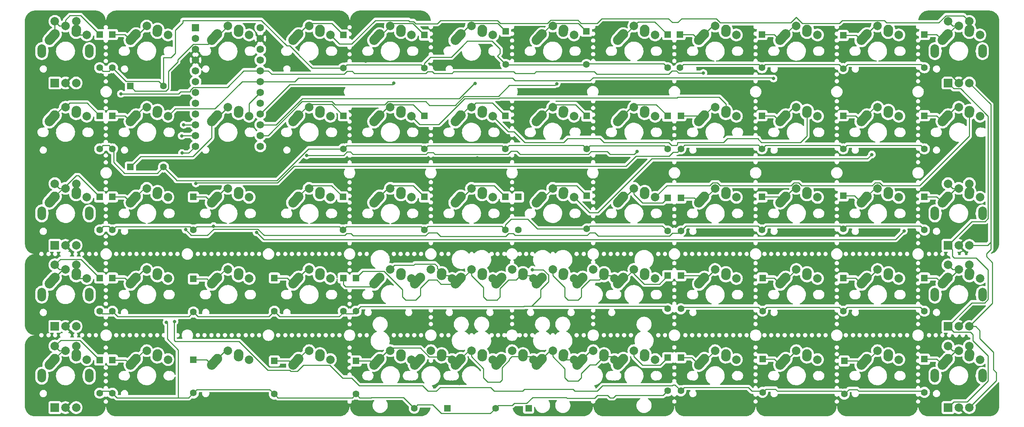
<source format=gtl>
G04 #@! TF.GenerationSoftware,KiCad,Pcbnew,7.0.2-0*
G04 #@! TF.CreationDate,2024-02-01T11:31:52+01:00*
G04 #@! TF.ProjectId,CYOA_Ortho,43594f41-5f4f-4727-9468-6f2e6b696361,rev?*
G04 #@! TF.SameCoordinates,Original*
G04 #@! TF.FileFunction,Copper,L1,Top*
G04 #@! TF.FilePolarity,Positive*
%FSLAX46Y46*%
G04 Gerber Fmt 4.6, Leading zero omitted, Abs format (unit mm)*
G04 Created by KiCad (PCBNEW 7.0.2-0) date 2024-02-01 11:31:52*
%MOMM*%
%LPD*%
G01*
G04 APERTURE LIST*
G04 Aperture macros list*
%AMHorizOval*
0 Thick line with rounded ends*
0 $1 width*
0 $2 $3 position (X,Y) of the first rounded end (center of the circle)*
0 $4 $5 position (X,Y) of the second rounded end (center of the circle)*
0 Add line between two ends*
20,1,$1,$2,$3,$4,$5,0*
0 Add two circle primitives to create the rounded ends*
1,1,$1,$2,$3*
1,1,$1,$4,$5*%
G04 Aperture macros list end*
G04 #@! TA.AperFunction,ComponentPad*
%ADD10R,1.600000X1.600000*%
G04 #@! TD*
G04 #@! TA.AperFunction,ComponentPad*
%ADD11C,1.600000*%
G04 #@! TD*
G04 #@! TA.AperFunction,ComponentPad*
%ADD12HorizOval,2.250000X0.019771X0.290016X-0.019771X-0.290016X0*%
G04 #@! TD*
G04 #@! TA.AperFunction,ComponentPad*
%ADD13C,2.250000*%
G04 #@! TD*
G04 #@! TA.AperFunction,ComponentPad*
%ADD14C,2.000000*%
G04 #@! TD*
G04 #@! TA.AperFunction,ComponentPad*
%ADD15HorizOval,2.250000X0.654995X0.730004X-0.654995X-0.730004X0*%
G04 #@! TD*
G04 #@! TA.AperFunction,WasherPad*
%ADD16O,2.000000X3.200000*%
G04 #@! TD*
G04 #@! TA.AperFunction,ComponentPad*
%ADD17R,2.000000X2.000000*%
G04 #@! TD*
G04 #@! TA.AperFunction,ComponentPad*
%ADD18R,1.752600X1.752600*%
G04 #@! TD*
G04 #@! TA.AperFunction,ComponentPad*
%ADD19C,1.752600*%
G04 #@! TD*
G04 #@! TA.AperFunction,ViaPad*
%ADD20C,0.800000*%
G04 #@! TD*
G04 #@! TA.AperFunction,Conductor*
%ADD21C,0.250000*%
G04 #@! TD*
G04 APERTURE END LIST*
D10*
X75438000Y-118020000D03*
D11*
X75438000Y-125820000D03*
D12*
X124282271Y-97872484D03*
D13*
X124302500Y-97582500D03*
D14*
X126762500Y-98862500D03*
D15*
X118607495Y-99392496D03*
D13*
X119262500Y-98662500D03*
D14*
X121762500Y-96762500D03*
D16*
X249862500Y-83562500D03*
X261062500Y-83562500D03*
D17*
X252962500Y-91062500D03*
D14*
X257962500Y-91062500D03*
X255462500Y-91062500D03*
X257962500Y-76562500D03*
X252962500Y-76562500D03*
D10*
X75438000Y-98970000D03*
D11*
X75438000Y-106770000D03*
D12*
X257982271Y-59672484D03*
D13*
X258002500Y-59382500D03*
D14*
X260462500Y-60662500D03*
D15*
X252307495Y-61192496D03*
D13*
X252962500Y-60462500D03*
D14*
X255462500Y-58562500D03*
D12*
X66982271Y-116972484D03*
D13*
X67002500Y-116682500D03*
D14*
X69462500Y-117962500D03*
D15*
X61307495Y-118492496D03*
D13*
X61962500Y-117762500D03*
D14*
X64462500Y-115862500D03*
D10*
X56400000Y-41462500D03*
D11*
X56400000Y-49262500D03*
D12*
X143382271Y-40572484D03*
D13*
X143402500Y-40282500D03*
D14*
X145862500Y-41562500D03*
D15*
X137707495Y-42092496D03*
D13*
X138362500Y-41362500D03*
D14*
X140862500Y-39462500D03*
D12*
X86082271Y-97872484D03*
D13*
X86102500Y-97582500D03*
D14*
X88562500Y-98862500D03*
D15*
X80407495Y-99392496D03*
D13*
X81062500Y-98662500D03*
D14*
X83562500Y-96762500D03*
D10*
X187000000Y-117512000D03*
D11*
X187000000Y-125312000D03*
D10*
X135200000Y-129400000D03*
D11*
X127400000Y-129400000D03*
D10*
X228300000Y-79412000D03*
D11*
X228300000Y-87212000D03*
D16*
X249862500Y-121762500D03*
X261062500Y-121762500D03*
D17*
X252962500Y-129262500D03*
D14*
X257962500Y-129262500D03*
X255462500Y-129262500D03*
X257962500Y-114762500D03*
X252962500Y-114762500D03*
D10*
X247400000Y-60562500D03*
D11*
X247400000Y-68362500D03*
D12*
X257982271Y-116972484D03*
D13*
X258002500Y-116682500D03*
D14*
X260462500Y-117962500D03*
D15*
X252307495Y-118492496D03*
D13*
X252962500Y-117762500D03*
D14*
X255462500Y-115862500D03*
D12*
X124282271Y-59672484D03*
D13*
X124302500Y-59382500D03*
D14*
X126762500Y-60662500D03*
D15*
X118607495Y-61192496D03*
D13*
X119262500Y-60462500D03*
D14*
X121762500Y-58562500D03*
D12*
X200682271Y-97872484D03*
D13*
X200702500Y-97582500D03*
D14*
X203162500Y-98862500D03*
D15*
X195007495Y-99392496D03*
D13*
X195662500Y-98662500D03*
D14*
X198162500Y-96762500D03*
D15*
X128157495Y-118492496D03*
D13*
X128812500Y-117762500D03*
D14*
X131312500Y-115862500D03*
D12*
X133832271Y-116972484D03*
D13*
X133852500Y-116682500D03*
D14*
X136312500Y-117962500D03*
D12*
X181582271Y-97872484D03*
D13*
X181602500Y-97582500D03*
D14*
X184062500Y-98862500D03*
D15*
X175907495Y-99392496D03*
D13*
X176562500Y-98662500D03*
D14*
X179062500Y-96762500D03*
D10*
X148844000Y-79666000D03*
D11*
X148844000Y-87466000D03*
D10*
X247400000Y-117862500D03*
D11*
X247400000Y-125662500D03*
D10*
X190100000Y-98208000D03*
D11*
X190100000Y-106008000D03*
D10*
X53400000Y-118068750D03*
D11*
X53400000Y-125868750D03*
D12*
X238882271Y-59672484D03*
D13*
X238902500Y-59382500D03*
D14*
X241362500Y-60662500D03*
D15*
X233207495Y-61192496D03*
D13*
X233862500Y-60462500D03*
D14*
X236362500Y-58562500D03*
D10*
X53400000Y-79662500D03*
D11*
X53400000Y-87462500D03*
D10*
X53400000Y-41462500D03*
D11*
X53400000Y-49262500D03*
D10*
X129794000Y-79666000D03*
D11*
X129794000Y-87466000D03*
D12*
X105182271Y-78772484D03*
D13*
X105202500Y-78482500D03*
D14*
X107662500Y-79762500D03*
D15*
X99507495Y-80292496D03*
D13*
X100162500Y-79562500D03*
D14*
X102662500Y-77662500D03*
D12*
X238882271Y-40572484D03*
D13*
X238902500Y-40282500D03*
D14*
X241362500Y-41562500D03*
D15*
X233207495Y-42092496D03*
D13*
X233862500Y-41362500D03*
D14*
X236362500Y-39462500D03*
D12*
X162482271Y-116972484D03*
D13*
X162502500Y-116682500D03*
D14*
X164962500Y-117962500D03*
D15*
X156807495Y-118492496D03*
D13*
X157462500Y-117762500D03*
D14*
X159962500Y-115862500D03*
D12*
X47882271Y-59672484D03*
D13*
X47902500Y-59382500D03*
D14*
X50362500Y-60662500D03*
D15*
X42207495Y-61192496D03*
D13*
X42862500Y-60462500D03*
D14*
X45362500Y-58562500D03*
D12*
X162482271Y-97872484D03*
D13*
X162502500Y-97582500D03*
D14*
X164962500Y-98862500D03*
D15*
X156807495Y-99392496D03*
D13*
X157462500Y-98662500D03*
D14*
X159962500Y-96762500D03*
D12*
X219782271Y-59672484D03*
D13*
X219802500Y-59382500D03*
D14*
X222262500Y-60662500D03*
D15*
X214107495Y-61192496D03*
D13*
X214762500Y-60462500D03*
D14*
X217262500Y-58562500D03*
D10*
X110700000Y-98762500D03*
D11*
X110700000Y-106562500D03*
D10*
X154300000Y-129400000D03*
D11*
X146500000Y-129400000D03*
D12*
X86082271Y-59672484D03*
D13*
X86102500Y-59382500D03*
D14*
X88562500Y-60662500D03*
D15*
X80407495Y-61192496D03*
D13*
X81062500Y-60462500D03*
D14*
X83562500Y-58562500D03*
D12*
X219782271Y-40572484D03*
D13*
X219802500Y-40282500D03*
D14*
X222262500Y-41562500D03*
D15*
X214107495Y-42092496D03*
D13*
X214762500Y-41362500D03*
D14*
X217262500Y-39462500D03*
D10*
X56400000Y-60562500D03*
D11*
X56400000Y-68362500D03*
D10*
X53400000Y-98762500D03*
D11*
X53400000Y-106562500D03*
D10*
X247400000Y-98762500D03*
D11*
X247400000Y-106562500D03*
D10*
X209200000Y-41462500D03*
D11*
X209200000Y-49262500D03*
D12*
X47882271Y-116972484D03*
D13*
X47902500Y-116682500D03*
D14*
X50362500Y-117962500D03*
D15*
X42207495Y-118492496D03*
D13*
X42862500Y-117762500D03*
D14*
X45362500Y-115862500D03*
D12*
X105182271Y-40572484D03*
D13*
X105202500Y-40282500D03*
D14*
X107662500Y-41562500D03*
D15*
X99507495Y-42092496D03*
D13*
X100162500Y-41362500D03*
D14*
X102662500Y-39462500D03*
D12*
X181582271Y-59672484D03*
D13*
X181602500Y-59382500D03*
D14*
X184062500Y-60662500D03*
D15*
X175907495Y-61192496D03*
D13*
X176562500Y-60462500D03*
D14*
X179062500Y-58562500D03*
D12*
X124282271Y-40572484D03*
D13*
X124302500Y-40282500D03*
D14*
X126762500Y-41562500D03*
D15*
X118607495Y-42092496D03*
D13*
X119262500Y-41362500D03*
D14*
X121762500Y-39462500D03*
D12*
X143382271Y-59672484D03*
D13*
X143402500Y-59382500D03*
D14*
X145862500Y-60662500D03*
D15*
X137707495Y-61192496D03*
D13*
X138362500Y-60462500D03*
D14*
X140862500Y-58562500D03*
D10*
X167900000Y-40700000D03*
D11*
X167900000Y-48500000D03*
D12*
X47882271Y-97872484D03*
D13*
X47902500Y-97582500D03*
D14*
X50362500Y-98862500D03*
D15*
X42207495Y-99392496D03*
D13*
X42862500Y-98662500D03*
D14*
X45362500Y-96762500D03*
D12*
X124282271Y-78772484D03*
D13*
X124302500Y-78482500D03*
D14*
X126762500Y-79762500D03*
D15*
X118607495Y-80292496D03*
D13*
X119262500Y-79562500D03*
D14*
X121762500Y-77662500D03*
D10*
X228300000Y-60562500D03*
D11*
X228300000Y-68362500D03*
D12*
X200682271Y-40572484D03*
D13*
X200702500Y-40282500D03*
D14*
X203162500Y-41562500D03*
D15*
X195007495Y-42092496D03*
D13*
X195662500Y-41362500D03*
D14*
X198162500Y-39462500D03*
D12*
X66982271Y-78772484D03*
D13*
X67002500Y-78482500D03*
D14*
X69462500Y-79762500D03*
D15*
X61307495Y-80292496D03*
D13*
X61962500Y-79562500D03*
D14*
X64462500Y-77662500D03*
D10*
X168000000Y-60616000D03*
D11*
X168000000Y-68416000D03*
D10*
X209318250Y-98762500D03*
D11*
X209318250Y-106562500D03*
D10*
X190100000Y-117512000D03*
D11*
X190100000Y-125312000D03*
D10*
X60616000Y-53594000D03*
D11*
X68416000Y-53594000D03*
D10*
X110600000Y-79662500D03*
D11*
X110600000Y-87462500D03*
D10*
X56400000Y-79662500D03*
D11*
X56400000Y-87462500D03*
D15*
X166357495Y-118492496D03*
D13*
X167012500Y-117762500D03*
D14*
X169512500Y-115862500D03*
D12*
X172032271Y-116972484D03*
D13*
X172052500Y-116682500D03*
D14*
X174512500Y-117962500D03*
D12*
X66982271Y-40572484D03*
D13*
X67002500Y-40282500D03*
D14*
X69462500Y-41562500D03*
D15*
X61307495Y-42092496D03*
D13*
X61962500Y-41362500D03*
D14*
X64462500Y-39462500D03*
D12*
X105182271Y-59672484D03*
D13*
X105202500Y-59382500D03*
D14*
X107662500Y-60662500D03*
D15*
X99507495Y-61192496D03*
D13*
X100162500Y-60462500D03*
D14*
X102662500Y-58562500D03*
D15*
X147257495Y-99392496D03*
D13*
X147912500Y-98662500D03*
D14*
X150412500Y-96762500D03*
D12*
X152932271Y-97872484D03*
D13*
X152952500Y-97582500D03*
D14*
X155412500Y-98862500D03*
D15*
X166357495Y-99392496D03*
D13*
X167012500Y-98662500D03*
D14*
X169512500Y-96762500D03*
D12*
X172032271Y-97872484D03*
D13*
X172052500Y-97582500D03*
D14*
X174512500Y-98862500D03*
D10*
X187000000Y-79920000D03*
D11*
X187000000Y-87720000D03*
D12*
X219782271Y-97872484D03*
D13*
X219802500Y-97582500D03*
D14*
X222262500Y-98862500D03*
D15*
X214107495Y-99392496D03*
D13*
X214762500Y-98662500D03*
D14*
X217262500Y-96762500D03*
D12*
X86082271Y-78772484D03*
D13*
X86102500Y-78482500D03*
D14*
X88562500Y-79762500D03*
D15*
X80407495Y-80292496D03*
D13*
X81062500Y-79562500D03*
D14*
X83562500Y-77662500D03*
D12*
X105182271Y-97872484D03*
D13*
X105202500Y-97582500D03*
D14*
X107662500Y-98862500D03*
D15*
X99507495Y-99392496D03*
D13*
X100162500Y-98662500D03*
D14*
X102662500Y-96762500D03*
D12*
X143382271Y-97872484D03*
D13*
X143402500Y-97582500D03*
D14*
X145862500Y-98862500D03*
D15*
X137707495Y-99392496D03*
D13*
X138362500Y-98662500D03*
D14*
X140862500Y-96762500D03*
D12*
X47882271Y-78772484D03*
D13*
X47902500Y-78482500D03*
D14*
X50362500Y-79762500D03*
D15*
X42207495Y-80292496D03*
D13*
X42862500Y-79562500D03*
D14*
X45362500Y-77662500D03*
D10*
X168000000Y-79412000D03*
D11*
X168000000Y-87212000D03*
D12*
X181582271Y-116972484D03*
D13*
X181602500Y-116682500D03*
D14*
X184062500Y-117962500D03*
D15*
X175907495Y-118492496D03*
D13*
X176562500Y-117762500D03*
D14*
X179062500Y-115862500D03*
D12*
X162482271Y-40572484D03*
D13*
X162502500Y-40282500D03*
D14*
X164962500Y-41562500D03*
D15*
X156807495Y-42092496D03*
D13*
X157462500Y-41362500D03*
D14*
X159962500Y-39462500D03*
D12*
X219782271Y-116972484D03*
D13*
X219802500Y-116682500D03*
D14*
X222262500Y-117962500D03*
D15*
X214107495Y-118492496D03*
D13*
X214762500Y-117762500D03*
D14*
X217262500Y-115862500D03*
D12*
X200682271Y-116972484D03*
D13*
X200702500Y-116682500D03*
D14*
X203162500Y-117962500D03*
D15*
X195007495Y-118492496D03*
D13*
X195662500Y-117762500D03*
D14*
X198162500Y-115862500D03*
D12*
X66982271Y-97872484D03*
D13*
X67002500Y-97582500D03*
D14*
X69462500Y-98862500D03*
D15*
X61307495Y-99392496D03*
D13*
X61962500Y-98662500D03*
D14*
X64462500Y-96762500D03*
D12*
X238882271Y-116972484D03*
D13*
X238902500Y-116682500D03*
D14*
X241362500Y-117962500D03*
D15*
X233207495Y-118492496D03*
D13*
X233862500Y-117762500D03*
D14*
X236362500Y-115862500D03*
D10*
X209318250Y-117862500D03*
D11*
X209318250Y-125662500D03*
D10*
X187000000Y-60616000D03*
D11*
X187000000Y-68416000D03*
D12*
X47882271Y-40572484D03*
D13*
X47902500Y-40282500D03*
D14*
X50362500Y-41562500D03*
D15*
X42207495Y-42092496D03*
D13*
X42862500Y-41362500D03*
D14*
X45362500Y-39462500D03*
D12*
X257982271Y-97872484D03*
D13*
X258002500Y-97582500D03*
D14*
X260462500Y-98862500D03*
D15*
X252307495Y-99392496D03*
D13*
X252962500Y-98662500D03*
D14*
X255462500Y-96762500D03*
D10*
X56400000Y-98762500D03*
D11*
X56400000Y-106562500D03*
D16*
X249862500Y-102662500D03*
X261062500Y-102662500D03*
D17*
X252962500Y-110162500D03*
D14*
X257962500Y-110162500D03*
X255462500Y-110162500D03*
X257962500Y-95662500D03*
X252962500Y-95662500D03*
D10*
X113700000Y-98762500D03*
D11*
X113700000Y-106562500D03*
D12*
X257982271Y-40572484D03*
D13*
X258002500Y-40282500D03*
D14*
X260462500Y-41562500D03*
D15*
X252307495Y-42092496D03*
D13*
X252962500Y-41362500D03*
D14*
X255462500Y-39462500D03*
D12*
X200682271Y-78772484D03*
D13*
X200702500Y-78482500D03*
D14*
X203162500Y-79762500D03*
D15*
X195007495Y-80292496D03*
D13*
X195662500Y-79562500D03*
D14*
X198162500Y-77662500D03*
D15*
X147257495Y-118492496D03*
D13*
X147912500Y-117762500D03*
D14*
X150412500Y-115862500D03*
D12*
X152932271Y-116972484D03*
D13*
X152952500Y-116682500D03*
D14*
X155412500Y-117962500D03*
D10*
X228554000Y-118274000D03*
D11*
X228554000Y-126074000D03*
D16*
X249862500Y-45362500D03*
X261062500Y-45362500D03*
D17*
X252962500Y-52862500D03*
D14*
X257962500Y-52862500D03*
X255462500Y-52862500D03*
X257962500Y-38362500D03*
X252962500Y-38362500D03*
D10*
X190100000Y-60562500D03*
D11*
X190100000Y-68362500D03*
D10*
X110744000Y-60562500D03*
D11*
X110744000Y-68362500D03*
D12*
X124282271Y-116972484D03*
D13*
X124302500Y-116682500D03*
D14*
X126762500Y-117962500D03*
D15*
X118607495Y-118492496D03*
D13*
X119262500Y-117762500D03*
D14*
X121762500Y-115862500D03*
D10*
X94488000Y-118274000D03*
D11*
X94488000Y-126074000D03*
D10*
X247400000Y-79662500D03*
D11*
X247400000Y-87462500D03*
D16*
X39762500Y-121762500D03*
X50962500Y-121762500D03*
D17*
X42862500Y-129262500D03*
D14*
X47862500Y-129262500D03*
X45362500Y-129262500D03*
X47862500Y-114762500D03*
X42862500Y-114762500D03*
D10*
X247400000Y-41462500D03*
D11*
X247400000Y-49262500D03*
D10*
X53400000Y-60562500D03*
D11*
X53400000Y-68362500D03*
D18*
X75942500Y-39830000D03*
D19*
X75942500Y-42370000D03*
X75942500Y-44910000D03*
X75942500Y-47450000D03*
X75942500Y-49990000D03*
X75942500Y-52530000D03*
X75942500Y-55070000D03*
X75942500Y-57610000D03*
X75942500Y-60150000D03*
X75942500Y-62690000D03*
X75942500Y-65230000D03*
X75942500Y-67770000D03*
X91182500Y-67770000D03*
X91182500Y-65230000D03*
X91182500Y-62690000D03*
X91182500Y-60150000D03*
X91182500Y-57610000D03*
X91182500Y-55070000D03*
X91182500Y-52530000D03*
X91182500Y-49990000D03*
X91182500Y-47450000D03*
X91182500Y-44910000D03*
X91182500Y-42370000D03*
X91182500Y-39830000D03*
D10*
X129794000Y-41566000D03*
D11*
X129794000Y-49366000D03*
D10*
X209200000Y-79662500D03*
D11*
X209200000Y-87462500D03*
D10*
X189914250Y-41462500D03*
D11*
X189914250Y-49262500D03*
D12*
X257982271Y-78772484D03*
D13*
X258002500Y-78482500D03*
D14*
X260462500Y-79762500D03*
D15*
X252307495Y-80292496D03*
D13*
X252962500Y-79562500D03*
D14*
X255462500Y-77662500D03*
D12*
X162482271Y-59672484D03*
D13*
X162502500Y-59382500D03*
D14*
X164962500Y-60662500D03*
D15*
X156807495Y-61192496D03*
D13*
X157462500Y-60462500D03*
D14*
X159962500Y-58562500D03*
D10*
X190100000Y-79920000D03*
D11*
X190100000Y-87720000D03*
D12*
X181582271Y-78772484D03*
D13*
X181602500Y-78482500D03*
D14*
X184062500Y-79762500D03*
D15*
X175907495Y-80292496D03*
D13*
X176562500Y-79562500D03*
D14*
X179062500Y-77662500D03*
D12*
X86082271Y-40572484D03*
D13*
X86102500Y-40282500D03*
D14*
X88562500Y-41562500D03*
D15*
X80407495Y-42092496D03*
D13*
X81062500Y-41362500D03*
D14*
X83562500Y-39462500D03*
D12*
X105182271Y-116972484D03*
D13*
X105202500Y-116682500D03*
D14*
X107662500Y-117962500D03*
D15*
X99507495Y-118492496D03*
D13*
X100162500Y-117762500D03*
D14*
X102662500Y-115862500D03*
D15*
X128157495Y-99392496D03*
D13*
X128812500Y-98662500D03*
D14*
X131312500Y-96762500D03*
D12*
X133832271Y-97872484D03*
D13*
X133852500Y-97582500D03*
D14*
X136312500Y-98862500D03*
D12*
X143382271Y-116972484D03*
D13*
X143402500Y-116682500D03*
D14*
X145862500Y-117962500D03*
D15*
X137707495Y-118492496D03*
D13*
X138362500Y-117762500D03*
D14*
X140862500Y-115862500D03*
D12*
X238882271Y-78772484D03*
D13*
X238902500Y-78482500D03*
D14*
X241362500Y-79762500D03*
D15*
X233207495Y-80292496D03*
D13*
X233862500Y-79562500D03*
D14*
X236362500Y-77662500D03*
D16*
X39762500Y-83562500D03*
X50962500Y-83562500D03*
D17*
X42862500Y-91062500D03*
D14*
X47862500Y-91062500D03*
X45362500Y-91062500D03*
X47862500Y-76562500D03*
X42862500Y-76562500D03*
D10*
X148900000Y-40700000D03*
D11*
X148900000Y-48500000D03*
D12*
X238882271Y-97872484D03*
D13*
X238902500Y-97582500D03*
D14*
X241362500Y-98862500D03*
D15*
X233207495Y-99392496D03*
D13*
X233862500Y-98662500D03*
D14*
X236362500Y-96762500D03*
D10*
X113700000Y-118274000D03*
D11*
X113700000Y-126074000D03*
D12*
X66982271Y-59672484D03*
D13*
X67002500Y-59382500D03*
D14*
X69462500Y-60662500D03*
D15*
X61307495Y-61192496D03*
D13*
X61962500Y-60462500D03*
D14*
X64462500Y-58562500D03*
D16*
X39762500Y-45362500D03*
X50962500Y-45362500D03*
D17*
X42862500Y-52862500D03*
D14*
X47862500Y-52862500D03*
X45362500Y-52862500D03*
X47862500Y-38362500D03*
X42862500Y-38362500D03*
D10*
X110744000Y-41566000D03*
D11*
X110744000Y-49366000D03*
D12*
X162482271Y-78772484D03*
D13*
X162502500Y-78482500D03*
D14*
X164962500Y-79762500D03*
D15*
X156807495Y-80292496D03*
D13*
X157462500Y-79562500D03*
D14*
X159962500Y-77662500D03*
D10*
X75438000Y-79662500D03*
D11*
X75438000Y-87462500D03*
D10*
X94488000Y-98762500D03*
D11*
X94488000Y-106562500D03*
D10*
X60616000Y-72644000D03*
D11*
X68416000Y-72644000D03*
D12*
X181582271Y-40572484D03*
D13*
X181602500Y-40282500D03*
D14*
X184062500Y-41562500D03*
D15*
X175907495Y-42092496D03*
D13*
X176562500Y-41362500D03*
D14*
X179062500Y-39462500D03*
D12*
X200682271Y-59672484D03*
D13*
X200702500Y-59382500D03*
D14*
X203162500Y-60662500D03*
D15*
X195007495Y-61192496D03*
D13*
X195662500Y-60462500D03*
D14*
X198162500Y-58562500D03*
D10*
X228300000Y-98762500D03*
D11*
X228300000Y-106562500D03*
D12*
X219782271Y-78772484D03*
D13*
X219802500Y-78482500D03*
D14*
X222262500Y-79762500D03*
D15*
X214107495Y-80292496D03*
D13*
X214762500Y-79562500D03*
D14*
X217262500Y-77662500D03*
D10*
X187000000Y-41462500D03*
D11*
X187000000Y-49262500D03*
D16*
X39762500Y-102662500D03*
X50962500Y-102662500D03*
D17*
X42862500Y-110162500D03*
D14*
X47862500Y-110162500D03*
X45362500Y-110162500D03*
X47862500Y-95662500D03*
X42862500Y-95662500D03*
D12*
X86082271Y-116972484D03*
D13*
X86102500Y-116682500D03*
D14*
X88562500Y-117962500D03*
D15*
X80407495Y-118492496D03*
D13*
X81062500Y-117762500D03*
D14*
X83562500Y-115862500D03*
D10*
X228300000Y-41668750D03*
D11*
X228300000Y-49468750D03*
D10*
X148844000Y-60616000D03*
D11*
X148844000Y-68416000D03*
D12*
X143382271Y-78772484D03*
D13*
X143402500Y-78482500D03*
D14*
X145862500Y-79762500D03*
D15*
X137707495Y-80292496D03*
D13*
X138362500Y-79562500D03*
D14*
X140862500Y-77662500D03*
D10*
X187000000Y-98208000D03*
D11*
X187000000Y-106008000D03*
D10*
X129794000Y-60616000D03*
D11*
X129794000Y-68416000D03*
D10*
X151900000Y-79675000D03*
D11*
X151900000Y-87475000D03*
D10*
X209200000Y-60562500D03*
D11*
X209200000Y-68362500D03*
D10*
X56400000Y-118068750D03*
D11*
X56400000Y-125868750D03*
D20*
X38000000Y-109700000D03*
X42100000Y-56700000D03*
X38900000Y-53200000D03*
X42600000Y-49700000D03*
X86300000Y-66200000D03*
X80800000Y-96300000D03*
X68500000Y-88300000D03*
X183000000Y-46900000D03*
X239900000Y-70400000D03*
X175500000Y-115100000D03*
X45400000Y-72300000D03*
X153000000Y-61600000D03*
X137200000Y-48100000D03*
X142200000Y-70500000D03*
X116000000Y-47700000D03*
X107700000Y-55200000D03*
X95200000Y-73800000D03*
X76000000Y-76524500D03*
X73151750Y-62700000D03*
X73600000Y-87387001D03*
X80198381Y-86550575D03*
X155200000Y-96800000D03*
X72774500Y-69355475D03*
X71000000Y-109000000D03*
X69100000Y-109200000D03*
X72701750Y-65300000D03*
X58400000Y-55400000D03*
X195400000Y-50500000D03*
X211900000Y-51816092D03*
X90300000Y-88000000D03*
X242600000Y-87700000D03*
X122600000Y-52900000D03*
X141700000Y-53000000D03*
X160900000Y-53024500D03*
X235037500Y-69700000D03*
X102100000Y-69900000D03*
X179800000Y-69000000D03*
X201800000Y-88500000D03*
X250600000Y-56400000D03*
X258600000Y-88100000D03*
X142100000Y-91300000D03*
X163700000Y-85500000D03*
X134700000Y-108500000D03*
X182100000Y-85000000D03*
X154400000Y-109100000D03*
X138000000Y-123600000D03*
X253500000Y-49700000D03*
X68900000Y-43700000D03*
X206000000Y-88000000D03*
X61700000Y-50000000D03*
X126800000Y-108700000D03*
D21*
X100293600Y-46343731D02*
X103315869Y-49366000D01*
X71187500Y-45869912D02*
X71187500Y-40412500D01*
X68416000Y-46884000D02*
X70173412Y-46884000D01*
X68416000Y-53594000D02*
X68416000Y-46884000D01*
X67291000Y-52469000D02*
X68416000Y-53594000D01*
X129794000Y-49366000D02*
X128994001Y-48566001D01*
X71187500Y-40412500D02*
X72971300Y-38628700D01*
X138737434Y-44137434D02*
X139881269Y-42993600D01*
X56400000Y-49262500D02*
X59606500Y-52469000D01*
X187000000Y-49262500D02*
X186049501Y-48312001D01*
X131202658Y-46800000D02*
X136112767Y-46800000D01*
X111543999Y-48566001D02*
X110744000Y-49366000D01*
X128994001Y-48566001D02*
X111543999Y-48566001D01*
X129794000Y-48208658D02*
X131202658Y-46800000D01*
X147587500Y-45869912D02*
X146928706Y-46528706D01*
X91425000Y-38137500D02*
X97400000Y-44112500D01*
X147587500Y-44855088D02*
X147587500Y-45869912D01*
X98100267Y-44112500D02*
X100293600Y-46305833D01*
X138737434Y-44175333D02*
X138737434Y-44137434D01*
X148987500Y-48587500D02*
X167812500Y-48587500D01*
X103315869Y-49366000D02*
X110744000Y-49366000D01*
X186049501Y-48312001D02*
X168087999Y-48312001D01*
X146928706Y-46528706D02*
X148987500Y-48587500D01*
X53400000Y-49262500D02*
X54199999Y-50062499D01*
X100293600Y-46305833D02*
X100293600Y-46343731D01*
X55600001Y-50062499D02*
X56400000Y-49262500D01*
X145726012Y-42993600D02*
X147587500Y-44855088D01*
X72971300Y-38628700D02*
X72971300Y-38137500D01*
X54199999Y-50062499D02*
X55600001Y-50062499D01*
X70173412Y-46884000D02*
X71187500Y-45869912D01*
X129794000Y-49366000D02*
X129794000Y-48208658D01*
X136112767Y-46800000D02*
X138737434Y-44175333D01*
X139881269Y-42993600D02*
X145726012Y-42993600D01*
X97400000Y-44112500D02*
X98100267Y-44112500D01*
X72971300Y-38137500D02*
X91425000Y-38137500D01*
X59606500Y-52469000D02*
X67291000Y-52469000D01*
X48937500Y-37000000D02*
X53400000Y-41462500D01*
X43962500Y-39462500D02*
X45362500Y-39462500D01*
X42862500Y-38362500D02*
X43962500Y-39462500D01*
X45362500Y-38048287D02*
X46410787Y-37000000D01*
X46410787Y-37000000D02*
X48937500Y-37000000D01*
X45362500Y-39462500D02*
X45362500Y-38048287D01*
X42862500Y-38362500D02*
X42862500Y-41362500D01*
X56400000Y-41462500D02*
X59292500Y-41462500D01*
X59292500Y-41462500D02*
X60652500Y-42822500D01*
X64462500Y-39462500D02*
X61102500Y-42822500D01*
X69541000Y-50079455D02*
X71736700Y-47883755D01*
X78866300Y-43708700D02*
X79752500Y-42822500D01*
X69541000Y-54159000D02*
X69541000Y-50079455D01*
X71736700Y-47416905D02*
X75444905Y-43708700D01*
X75444905Y-43708700D02*
X78866300Y-43708700D01*
X61741000Y-54719000D02*
X68981000Y-54719000D01*
X83562500Y-39462500D02*
X81662500Y-41362500D01*
X71736700Y-47883755D02*
X71736700Y-47416905D01*
X60616000Y-53594000D02*
X61741000Y-54719000D01*
X68981000Y-54719000D02*
X69541000Y-54159000D01*
X110744000Y-41566000D02*
X108010500Y-38832500D01*
X100162500Y-41362500D02*
X102062500Y-39462500D01*
X108010500Y-38832500D02*
X103292500Y-38832500D01*
X103292500Y-38832500D02*
X102662500Y-39462500D01*
X121762500Y-39462500D02*
X119862500Y-41362500D01*
X129794000Y-41566000D02*
X127060500Y-38832500D01*
X127060500Y-38832500D02*
X122392500Y-38832500D01*
X122392500Y-38832500D02*
X121762500Y-39462500D01*
X141492500Y-38832500D02*
X140862500Y-39462500D01*
X138362500Y-41362500D02*
X140262500Y-39462500D01*
X148900000Y-40700000D02*
X147032500Y-38832500D01*
X147032500Y-38832500D02*
X141492500Y-38832500D01*
X157462500Y-41362500D02*
X159362500Y-39462500D01*
X165994976Y-38794976D02*
X160630024Y-38794976D01*
X168000000Y-40800000D02*
X165994976Y-38794976D01*
X160630024Y-38794976D02*
X159962500Y-39462500D01*
X179062500Y-39462500D02*
X177162500Y-41362500D01*
X184000000Y-38462500D02*
X180062500Y-38462500D01*
X187000000Y-41462500D02*
X184000000Y-38462500D01*
X180062500Y-38462500D02*
X179062500Y-39462500D01*
X188237501Y-69162499D02*
X189300001Y-69162499D01*
X95198896Y-76337500D02*
X99118198Y-72418198D01*
X228300000Y-49468750D02*
X229306249Y-48462501D01*
X209962500Y-48500000D02*
X227331250Y-48500000D01*
X209200000Y-68362500D02*
X208325447Y-67487947D01*
X177181802Y-72418198D02*
X179534842Y-70065158D01*
X208400001Y-48462501D02*
X209200000Y-49262500D01*
X210062500Y-67500000D02*
X209200000Y-68362500D01*
X246600001Y-48462501D02*
X247400000Y-49262500D01*
X179534842Y-70065158D02*
X187334842Y-70065158D01*
X228300000Y-68362500D02*
X227437500Y-67500000D01*
X190714249Y-48462501D02*
X208400001Y-48462501D01*
X76187000Y-76337500D02*
X95198896Y-76337500D01*
X247400000Y-68362500D02*
X246537500Y-67500000D01*
X227331250Y-48500000D02*
X228300000Y-49468750D01*
X208325447Y-67487947D02*
X190974553Y-67487947D01*
X190974553Y-67487947D02*
X190100000Y-68362500D01*
X246537500Y-67500000D02*
X229162500Y-67500000D01*
X229306249Y-48462501D02*
X246600001Y-48462501D01*
X189914250Y-49262500D02*
X190714249Y-48462501D01*
X189300001Y-69162499D02*
X190100000Y-68362500D01*
X227437500Y-67500000D02*
X210062500Y-67500000D01*
X99118198Y-72418198D02*
X177181802Y-72418198D01*
X229162500Y-67500000D02*
X228300000Y-68362500D01*
X209200000Y-49262500D02*
X209962500Y-48500000D01*
X76000000Y-76524500D02*
X76187000Y-76337500D01*
X187334842Y-70065158D02*
X188237501Y-69162499D01*
X195662500Y-41362500D02*
X197562500Y-39462500D01*
X192992500Y-41462500D02*
X194352500Y-42822500D01*
X189914250Y-41462500D02*
X192992500Y-41462500D01*
X209200000Y-41462500D02*
X212092500Y-41462500D01*
X212092500Y-41462500D02*
X213452500Y-42822500D01*
X214762500Y-41362500D02*
X216662500Y-39462500D01*
X228300000Y-41668750D02*
X231398750Y-41668750D01*
X233862500Y-41362500D02*
X235762500Y-39462500D01*
X231398750Y-41668750D02*
X232552500Y-42822500D01*
X252962500Y-38362500D02*
X254062500Y-39462500D01*
X250292500Y-41462500D02*
X251652500Y-42822500D01*
X247400000Y-41462500D02*
X250292500Y-41462500D01*
X252962500Y-41362500D02*
X254862500Y-39462500D01*
X254062500Y-39462500D02*
X255462500Y-39462500D01*
X55600001Y-67562501D02*
X56400000Y-68362500D01*
X53400000Y-68362500D02*
X54199999Y-67562501D01*
X71400000Y-75800000D02*
X95100000Y-75800000D01*
X56700000Y-71519000D02*
X59281000Y-74100000D01*
X56700000Y-68662500D02*
X56700000Y-71519000D01*
X186243842Y-67659842D02*
X168756158Y-67659842D01*
X71400000Y-75628000D02*
X71400000Y-75800000D01*
X130593999Y-67616001D02*
X129794000Y-68416000D01*
X168000000Y-68416000D02*
X167084000Y-67500000D01*
X66960000Y-74100000D02*
X68416000Y-72644000D01*
X59281000Y-74100000D02*
X66960000Y-74100000D01*
X149760000Y-67500000D02*
X148844000Y-68416000D01*
X168756158Y-67659842D02*
X168000000Y-68416000D01*
X129794000Y-68416000D02*
X128994001Y-67616001D01*
X148044001Y-67616001D02*
X130593999Y-67616001D01*
X102537500Y-68362500D02*
X110744000Y-68362500D01*
X95100000Y-75800000D02*
X102537500Y-68362500D01*
X128994001Y-67616001D02*
X111490499Y-67616001D01*
X111490499Y-67616001D02*
X110744000Y-68362500D01*
X148844000Y-68416000D02*
X148044001Y-67616001D01*
X187000000Y-68416000D02*
X186243842Y-67659842D01*
X68416000Y-72644000D02*
X71400000Y-75628000D01*
X167084000Y-67500000D02*
X149760000Y-67500000D01*
X54199999Y-67562501D02*
X55600001Y-67562501D01*
X53400000Y-60562500D02*
X50400000Y-57562500D01*
X42862500Y-60462500D02*
X44762500Y-58562500D01*
X46362500Y-57562500D02*
X45362500Y-58562500D01*
X50400000Y-57562500D02*
X46362500Y-57562500D01*
X61962500Y-60462500D02*
X63862500Y-58562500D01*
X59292500Y-60562500D02*
X60652500Y-61922500D01*
X56400000Y-60562500D02*
X59292500Y-60562500D01*
X63082550Y-70177450D02*
X60616000Y-72644000D01*
X79752500Y-61922500D02*
X79752500Y-65747500D01*
X83562500Y-58562500D02*
X81662500Y-60462500D01*
X75322550Y-70177450D02*
X63082550Y-70177450D01*
X79752500Y-65747500D02*
X75322550Y-70177450D01*
X103301106Y-57923894D02*
X108105394Y-57923894D01*
X102662500Y-58562500D02*
X103301106Y-57923894D01*
X100162500Y-60462500D02*
X102062500Y-58562500D01*
X108105394Y-57923894D02*
X110744000Y-60562500D01*
X127110500Y-57932500D02*
X122392500Y-57932500D01*
X129794000Y-60616000D02*
X127110500Y-57932500D01*
X119262500Y-60462500D02*
X121162500Y-58562500D01*
X122392500Y-57932500D02*
X121762500Y-58562500D01*
X138362500Y-60462500D02*
X140262500Y-58562500D01*
X145790500Y-57562500D02*
X148844000Y-60616000D01*
X141862500Y-57562500D02*
X145790500Y-57562500D01*
X140862500Y-58562500D02*
X141862500Y-57562500D01*
X157462500Y-60462500D02*
X159362500Y-58562500D01*
X160593917Y-57931083D02*
X165315083Y-57931083D01*
X159962500Y-58562500D02*
X160593917Y-57931083D01*
X165315083Y-57931083D02*
X168000000Y-60616000D01*
X179062500Y-58562500D02*
X179695245Y-57929755D01*
X184313755Y-57929755D02*
X187000000Y-60616000D01*
X176562500Y-60462500D02*
X178462500Y-58562500D01*
X179695245Y-57929755D02*
X184313755Y-57929755D01*
X195662500Y-60462500D02*
X197562500Y-58562500D01*
X190100000Y-60562500D02*
X195562500Y-60562500D01*
X214762500Y-60462500D02*
X216662500Y-58562500D01*
X212092500Y-60562500D02*
X213452500Y-61922500D01*
X209200000Y-60562500D02*
X212092500Y-60562500D01*
X228300000Y-60562500D02*
X231192500Y-60562500D01*
X231192500Y-60562500D02*
X232552500Y-61922500D01*
X233862500Y-60462500D02*
X235762500Y-58562500D01*
X252962500Y-60462500D02*
X254862500Y-58562500D01*
X250292500Y-60562500D02*
X251652500Y-61922500D01*
X247400000Y-60562500D02*
X250292500Y-60562500D01*
X191320000Y-86500000D02*
X190100000Y-87720000D01*
X227337500Y-105600000D02*
X228300000Y-106562500D01*
X73161750Y-62690000D02*
X73151750Y-62700000D01*
X151137500Y-88737500D02*
X150700000Y-88300000D01*
X149600991Y-88300000D02*
X148900991Y-89000000D01*
X189634009Y-88185991D02*
X188125000Y-88185991D01*
X75942500Y-62690000D02*
X73161750Y-62690000D01*
X92062805Y-88737500D02*
X90600305Y-87275000D01*
X170682058Y-88882058D02*
X169901496Y-88101496D01*
X229012000Y-86500000D02*
X228300000Y-87212000D01*
X148900991Y-89000000D02*
X133600000Y-89000000D01*
X169901496Y-88101496D02*
X168701495Y-88101496D01*
X227588000Y-86500000D02*
X210162500Y-86500000D01*
X130050991Y-88800000D02*
X113000000Y-88800000D01*
X190508000Y-105600000D02*
X208355750Y-105600000D01*
X111498746Y-88298745D02*
X111059991Y-88737500D01*
X188125000Y-88185991D02*
X187428933Y-88882058D01*
X168065491Y-88737500D02*
X151137500Y-88737500D01*
X112498745Y-88298745D02*
X111498746Y-88298745D01*
X133600000Y-89000000D02*
X132700000Y-88100000D01*
X209200000Y-87462500D02*
X208237500Y-86500000D01*
X210162500Y-86500000D02*
X209200000Y-87462500D01*
X187428933Y-88882058D02*
X170682058Y-88882058D01*
X80208858Y-87275000D02*
X78746358Y-88737500D01*
X210280750Y-105600000D02*
X227337500Y-105600000D01*
X228300000Y-87212000D02*
X227588000Y-86500000D01*
X90600305Y-87275000D02*
X80208858Y-87275000D01*
X229262500Y-105600000D02*
X246437500Y-105600000D01*
X111059991Y-88737500D02*
X92062805Y-88737500D01*
X113000000Y-88800000D02*
X112498745Y-88298745D01*
X74950499Y-88737500D02*
X73600000Y-87387001D01*
X208237500Y-86500000D02*
X191320000Y-86500000D01*
X246437500Y-105600000D02*
X247400000Y-106562500D01*
X208355750Y-105600000D02*
X209318250Y-106562500D01*
X130750991Y-88100000D02*
X130050991Y-88800000D01*
X168701495Y-88101496D02*
X168065491Y-88737500D01*
X228300000Y-106562500D02*
X229262500Y-105600000D01*
X247400000Y-87462500D02*
X246437500Y-86500000D01*
X246437500Y-86500000D02*
X229012000Y-86500000D01*
X150700000Y-88300000D02*
X149600991Y-88300000D01*
X209318250Y-106562500D02*
X210280750Y-105600000D01*
X132700000Y-88100000D02*
X130750991Y-88100000D01*
X78746358Y-88737500D02*
X74950499Y-88737500D01*
X254062500Y-77662500D02*
X255462500Y-77662500D01*
X247400000Y-79662500D02*
X250292500Y-79662500D01*
X250292500Y-79662500D02*
X251652500Y-81022500D01*
X252962500Y-79562500D02*
X254862500Y-77662500D01*
X252962500Y-76562500D02*
X254062500Y-77662500D01*
X148844000Y-86256000D02*
X148844000Y-87466000D01*
X128994001Y-86666001D02*
X111396499Y-86666001D01*
X154067588Y-84900000D02*
X150200000Y-84900000D01*
X148844000Y-87466000D02*
X147978000Y-86600000D01*
X129794000Y-87466000D02*
X128994001Y-86666001D01*
X150200000Y-84900000D02*
X148844000Y-86256000D01*
X75438000Y-87462500D02*
X74638001Y-86662501D01*
X111396499Y-86666001D02*
X110600000Y-87462500D01*
X130660000Y-86600000D02*
X129794000Y-87466000D01*
X56400000Y-87462500D02*
X55537500Y-86600000D01*
X74638001Y-86662501D02*
X57199999Y-86662501D01*
X110600000Y-87462500D02*
X109800001Y-86662501D01*
X156379588Y-87212000D02*
X154067588Y-84900000D01*
X185780000Y-86500000D02*
X168712000Y-86500000D01*
X109800001Y-86662501D02*
X76237999Y-86662501D01*
X187000000Y-87720000D02*
X185780000Y-86500000D01*
X147978000Y-86600000D02*
X130660000Y-86600000D01*
X76237999Y-86662501D02*
X75438000Y-87462500D01*
X168712000Y-86500000D02*
X168000000Y-87212000D01*
X57199999Y-86662501D02*
X56400000Y-87462500D01*
X54262500Y-86600000D02*
X53400000Y-87462500D01*
X168000000Y-87212000D02*
X156379588Y-87212000D01*
X55537500Y-86600000D02*
X54262500Y-86600000D01*
X42862500Y-79562500D02*
X44762500Y-77662500D01*
X47907417Y-74643750D02*
X48381250Y-74643750D01*
X48381250Y-74643750D02*
X53400000Y-79662500D01*
X45362500Y-77188667D02*
X47907417Y-74643750D01*
X43962500Y-77662500D02*
X45362500Y-77662500D01*
X42862500Y-76562500D02*
X43962500Y-77662500D01*
X59292500Y-79662500D02*
X60652500Y-81022500D01*
X56400000Y-79662500D02*
X59292500Y-79662500D01*
X61962500Y-79562500D02*
X63862500Y-77662500D01*
X75438000Y-79662500D02*
X78392500Y-79662500D01*
X78392500Y-79662500D02*
X79752500Y-81022500D01*
X81062500Y-79562500D02*
X82962500Y-77662500D01*
X100162500Y-79562500D02*
X102062500Y-77662500D01*
X110600000Y-79662500D02*
X107970000Y-77032500D01*
X107970000Y-77032500D02*
X103292500Y-77032500D01*
X103292500Y-77032500D02*
X102662500Y-77662500D01*
X122430024Y-76994976D02*
X121762500Y-77662500D01*
X127122976Y-76994976D02*
X122430024Y-76994976D01*
X129794000Y-79666000D02*
X127122976Y-76994976D01*
X119262500Y-79562500D02*
X121162500Y-77662500D01*
X141530024Y-76994976D02*
X140862500Y-77662500D01*
X146172976Y-76994976D02*
X141530024Y-76994976D01*
X148844000Y-79666000D02*
X146172976Y-76994976D01*
X140862500Y-77662500D02*
X138962500Y-79562500D01*
X159962500Y-77662500D02*
X158062500Y-79562500D01*
X168000000Y-79412000D02*
X165582976Y-76994976D01*
X160630024Y-76994976D02*
X159962500Y-77662500D01*
X165582976Y-76994976D02*
X160630024Y-76994976D01*
X185832500Y-81087500D02*
X187000000Y-79920000D01*
X181073287Y-81087500D02*
X185832500Y-81087500D01*
X179062500Y-77662500D02*
X177162500Y-79562500D01*
X179062500Y-77662500D02*
X179062500Y-79076713D01*
X179062500Y-79076713D02*
X181073287Y-81087500D01*
X194802500Y-81022500D02*
X198162500Y-77662500D01*
X193250000Y-79920000D02*
X194352500Y-81022500D01*
X190100000Y-79920000D02*
X193250000Y-79920000D01*
X209200000Y-79662500D02*
X214662500Y-79662500D01*
X214762500Y-79562500D02*
X216662500Y-77662500D01*
X233862500Y-79562500D02*
X235762500Y-77662500D01*
X230942000Y-79412000D02*
X232552500Y-81022500D01*
X228300000Y-79412000D02*
X230942000Y-79412000D01*
X254062500Y-96762500D02*
X255462500Y-96762500D01*
X252962500Y-95662500D02*
X254062500Y-96762500D01*
X250292500Y-98762500D02*
X251652500Y-100122500D01*
X255462500Y-96762500D02*
X253562500Y-98662500D01*
X247400000Y-98762500D02*
X250292500Y-98762500D01*
X232552500Y-100122500D02*
X231192500Y-98762500D01*
X231192500Y-98762500D02*
X228300000Y-98762500D01*
X236362500Y-96762500D02*
X234462500Y-98662500D01*
X157137500Y-101462500D02*
X157137500Y-103262500D01*
X158942849Y-98049308D02*
X158942849Y-99657151D01*
X158942849Y-99657151D02*
X157137500Y-101462500D01*
X157693541Y-96800000D02*
X158942849Y-98049308D01*
X157137500Y-103262500D02*
X155000000Y-105400000D01*
X56400000Y-106562500D02*
X57675000Y-107837500D01*
X57675000Y-107837500D02*
X74370500Y-107837500D01*
X74370500Y-107837500D02*
X75438000Y-106770000D01*
X153159842Y-105500000D02*
X153259842Y-105400000D01*
X76505500Y-107837500D02*
X93213000Y-107837500D01*
X53400000Y-106562500D02*
X54037500Y-107200000D01*
X155200000Y-96800000D02*
X157693541Y-96800000D01*
X109743750Y-107837500D02*
X110859375Y-106721875D01*
X94488000Y-106562500D02*
X95763000Y-107837500D01*
X75438000Y-106770000D02*
X76505500Y-107837500D01*
X113062500Y-107200000D02*
X114762500Y-105500000D01*
X55762500Y-107200000D02*
X56400000Y-106562500D01*
X114762500Y-105500000D02*
X153159842Y-105500000D01*
X54037500Y-107200000D02*
X55762500Y-107200000D01*
X95763000Y-107837500D02*
X109743750Y-107837500D01*
X153259842Y-105400000D02*
X186392000Y-105400000D01*
X186392000Y-105400000D02*
X186751842Y-105759842D01*
X155000000Y-105400000D02*
X153259842Y-105400000D01*
X110859375Y-106721875D02*
X111337500Y-107200000D01*
X93213000Y-107837500D02*
X94488000Y-106562500D01*
X111337500Y-107200000D02*
X113062500Y-107200000D01*
X56400000Y-98762500D02*
X59292500Y-98762500D01*
X59292500Y-98762500D02*
X60652500Y-100122500D01*
X61962500Y-98662500D02*
X63862500Y-96762500D01*
X75438000Y-98970000D02*
X78600000Y-98970000D01*
X78600000Y-98970000D02*
X79752500Y-100122500D01*
X81062500Y-98662500D02*
X82962500Y-96762500D01*
X97492500Y-98762500D02*
X98852500Y-100122500D01*
X94488000Y-98762500D02*
X97492500Y-98762500D01*
X100162500Y-98662500D02*
X102062500Y-96762500D01*
X121762500Y-96762500D02*
X122762500Y-95762500D01*
X132800000Y-96000000D02*
X132800000Y-96530000D01*
X135612500Y-98162500D02*
X136269523Y-98819523D01*
X132800000Y-96000000D02*
X132237500Y-95437500D01*
X133812500Y-98162500D02*
X135612500Y-98162500D01*
X111200000Y-100800000D02*
X117275000Y-100800000D01*
X127537940Y-95437500D02*
X127212941Y-95762500D01*
X122762500Y-95762500D02*
X127212941Y-95762500D01*
X132800000Y-96530000D02*
X133852500Y-97582500D01*
X110700000Y-100300000D02*
X111200000Y-100800000D01*
X110700000Y-98762500D02*
X110700000Y-100300000D01*
X132237500Y-95437500D02*
X127537940Y-95437500D01*
X132700000Y-99200000D02*
X133687500Y-100187500D01*
X143687500Y-101001713D02*
X140862500Y-98176713D01*
X147587500Y-101231043D02*
X147587500Y-103169912D01*
X115280367Y-97182133D02*
X120308301Y-97182133D01*
X124587500Y-103169912D02*
X125330088Y-103912500D01*
X120308301Y-97182133D02*
X124587500Y-101461332D01*
X133687500Y-100187500D02*
X136987500Y-100187500D01*
X146844912Y-103912500D02*
X144430088Y-103912500D01*
X113700000Y-98762500D02*
X115280367Y-97182133D01*
X130800000Y-99200000D02*
X132700000Y-99200000D01*
X152912500Y-98162500D02*
X154712500Y-98162500D01*
X140862500Y-98176713D02*
X140862500Y-96762500D01*
X152952500Y-97582500D02*
X151335000Y-99200000D01*
X144430088Y-103912500D02*
X143687500Y-103169912D01*
X151335000Y-99200000D02*
X149618543Y-99200000D01*
X128842723Y-101157277D02*
X130800000Y-99200000D01*
X125330088Y-103912500D02*
X127744912Y-103912500D01*
X143687500Y-103169912D02*
X143687500Y-101001713D01*
X149618543Y-99200000D02*
X147587500Y-101231043D01*
X124587500Y-101461332D02*
X124587500Y-103169912D01*
X128842723Y-102814689D02*
X128842723Y-101157277D01*
X154712500Y-98162500D02*
X155369523Y-98819523D01*
X140862500Y-96762500D02*
X138962500Y-98662500D01*
X147587500Y-103169912D02*
X146844912Y-103912500D01*
X127744912Y-103912500D02*
X128842723Y-102814689D01*
X165944912Y-103912500D02*
X166687500Y-103169912D01*
X172012500Y-98162500D02*
X173812500Y-98162500D01*
X170944541Y-99230459D02*
X172012500Y-98162500D01*
X163530088Y-103912500D02*
X165944912Y-103912500D01*
X166687500Y-103169912D02*
X166687500Y-101231043D01*
X162787500Y-103169912D02*
X163530088Y-103912500D01*
X162787500Y-101001713D02*
X162787500Y-103169912D01*
X159962500Y-96762500D02*
X159962500Y-98176713D01*
X159962500Y-98176713D02*
X162787500Y-101001713D01*
X173812500Y-98162500D02*
X174469523Y-98819523D01*
X168688084Y-99230459D02*
X170944541Y-99230459D01*
X166687500Y-101231043D02*
X168688084Y-99230459D01*
X179062500Y-96762500D02*
X177162500Y-98662500D01*
X185020500Y-100187500D02*
X181483868Y-100187500D01*
X187000000Y-98208000D02*
X185020500Y-100187500D01*
X179062500Y-97766132D02*
X179062500Y-96762500D01*
X181483868Y-100187500D02*
X179062500Y-97766132D01*
X190100000Y-98208000D02*
X195208000Y-98208000D01*
X198162500Y-96762500D02*
X196262500Y-98662500D01*
X212092500Y-98762500D02*
X213452500Y-100122500D01*
X209318250Y-98762500D02*
X212092500Y-98762500D01*
X217262500Y-96762500D02*
X215362500Y-98662500D01*
X42862500Y-98662500D02*
X44762500Y-96762500D01*
X53400000Y-98762500D02*
X48975000Y-94337500D01*
X48975000Y-94337500D02*
X44187500Y-94337500D01*
X42862500Y-95662500D02*
X43962500Y-96762500D01*
X43962500Y-96762500D02*
X45362500Y-96762500D01*
X44187500Y-94337500D02*
X42862500Y-95662500D01*
X247137500Y-125400000D02*
X231958858Y-125400000D01*
X210080750Y-124900000D02*
X209318250Y-125662500D01*
X130600000Y-125400000D02*
X129331400Y-124131400D01*
X145331133Y-124526279D02*
X133473721Y-124526279D01*
X98103259Y-120474934D02*
X92948767Y-120474934D01*
X188068600Y-124131400D02*
X171668600Y-124131400D01*
X212358858Y-124900000D02*
X210080750Y-124900000D01*
X227880000Y-125400000D02*
X212858858Y-125400000D01*
X231958858Y-125400000D02*
X231546358Y-124987500D01*
X190899999Y-124512001D02*
X205941794Y-124512001D01*
X74357025Y-69355475D02*
X75942500Y-67770000D01*
X188312434Y-123887566D02*
X188068600Y-124131400D01*
X229640500Y-124987500D02*
X228554000Y-126074000D01*
X206829793Y-125400000D02*
X209055750Y-125400000D01*
X114476531Y-124131400D02*
X112645131Y-122300000D01*
X99872388Y-120702859D02*
X98331184Y-120702859D01*
X72774500Y-69355475D02*
X74357025Y-69355475D01*
X71201783Y-113687500D02*
X70900000Y-113385717D01*
X110512500Y-122300000D02*
X107500000Y-119287500D01*
X133473721Y-124526279D02*
X132600000Y-125400000D01*
X129331400Y-124131400D02*
X114476531Y-124131400D01*
X171668600Y-124131400D02*
X170400000Y-125400000D01*
X152900470Y-125400000D02*
X146204854Y-125400000D01*
X86161333Y-113687500D02*
X71201783Y-113687500D01*
X212858858Y-125400000D02*
X212358858Y-124900000D01*
X107500000Y-119287500D02*
X101287747Y-119287500D01*
X205941794Y-124512001D02*
X206829793Y-125400000D01*
X164718835Y-124950235D02*
X153350235Y-124950235D01*
X70900000Y-109100000D02*
X71000000Y-109000000D01*
X170400000Y-125400000D02*
X165168600Y-125400000D01*
X190100000Y-125250270D02*
X188737296Y-123887566D01*
X132600000Y-125400000D02*
X130600000Y-125400000D01*
X188737296Y-123887566D02*
X188312434Y-123887566D01*
X101287747Y-119287500D02*
X99872388Y-120702859D01*
X190100000Y-125312000D02*
X190899999Y-124512001D01*
X165168600Y-125400000D02*
X164718835Y-124950235D01*
X146204854Y-125400000D02*
X145331133Y-124526279D01*
X228554000Y-126074000D02*
X227880000Y-125400000D01*
X92948767Y-120474934D02*
X86161333Y-113687500D01*
X70900000Y-113385717D02*
X70900000Y-109100000D01*
X153350235Y-124950235D02*
X152900470Y-125400000D01*
X112645131Y-122300000D02*
X110512500Y-122300000D01*
X98331184Y-120702859D02*
X98103259Y-120474934D01*
X231546358Y-124987500D02*
X229640500Y-124987500D01*
X252962500Y-114762500D02*
X254062500Y-115862500D01*
X254062500Y-115862500D02*
X255462500Y-115862500D01*
X250292500Y-117862500D02*
X251652500Y-119222500D01*
X252962500Y-117762500D02*
X254862500Y-115862500D01*
X247400000Y-117862500D02*
X250292500Y-117862500D01*
X117351500Y-126848500D02*
X124848500Y-126848500D01*
X174783858Y-126400000D02*
X174246358Y-126937500D01*
X94488000Y-126074000D02*
X95351500Y-126937500D01*
X75438000Y-125820000D02*
X74320500Y-126937500D01*
X163137092Y-126848500D02*
X155235358Y-126848500D01*
X174246358Y-126937500D02*
X173438642Y-126937500D01*
X57468750Y-126937500D02*
X56400000Y-125868750D01*
X76270500Y-124987500D02*
X75438000Y-125820000D01*
X128199999Y-128600001D02*
X127400000Y-129400000D01*
X71900000Y-126937500D02*
X71900000Y-115700000D01*
X187000000Y-125312000D02*
X185912000Y-126400000D01*
X71900000Y-126937500D02*
X57468750Y-126937500D01*
X95351500Y-126937500D02*
X112836500Y-126937500D01*
X133769783Y-130646500D02*
X131723284Y-128600001D01*
X71900000Y-115700000D02*
X69300000Y-113100000D01*
X150932560Y-128275000D02*
X150425000Y-128782560D01*
X113700000Y-126074000D02*
X114563500Y-126937500D01*
X74320500Y-126937500D02*
X71900000Y-126937500D01*
X94488000Y-126074000D02*
X93401500Y-124987500D01*
X69300000Y-113100000D02*
X69300000Y-109400000D01*
X172901142Y-126400000D02*
X170500000Y-126400000D01*
X117262500Y-126937500D02*
X117351500Y-126848500D01*
X185912000Y-126400000D02*
X174783858Y-126400000D01*
X150425000Y-128782560D02*
X147117440Y-128782560D01*
X114563500Y-126937500D02*
X117262500Y-126937500D01*
X147117440Y-128782560D02*
X146500000Y-129400000D01*
X155235358Y-126848500D02*
X153808858Y-128275000D01*
X69300000Y-109400000D02*
X69100000Y-109200000D01*
X72701750Y-65300000D02*
X72771750Y-65230000D01*
X173438642Y-126937500D02*
X172901142Y-126400000D01*
X163388592Y-127100000D02*
X163137092Y-126848500D01*
X93401500Y-124987500D02*
X76270500Y-124987500D01*
X124848500Y-126848500D02*
X127400000Y-129400000D01*
X112836500Y-126937500D02*
X113700000Y-126074000D01*
X72771750Y-65230000D02*
X75942500Y-65230000D01*
X131723284Y-128600001D02*
X128199999Y-128600001D01*
X169800000Y-127100000D02*
X163388592Y-127100000D01*
X153808858Y-128275000D02*
X150932560Y-128275000D01*
X55500000Y-125400000D02*
X53868750Y-125400000D01*
X55968750Y-125868750D02*
X55500000Y-125400000D01*
X146500000Y-129400000D02*
X145253500Y-130646500D01*
X145253500Y-130646500D02*
X133769783Y-130646500D01*
X170500000Y-126400000D02*
X169800000Y-127100000D01*
X53400000Y-118068750D02*
X48731250Y-113400000D01*
X42862500Y-117762500D02*
X44762500Y-115862500D01*
X48731250Y-113400000D02*
X44225000Y-113400000D01*
X44225000Y-113400000D02*
X42862500Y-114762500D01*
X42862500Y-114762500D02*
X43962500Y-115862500D01*
X43962500Y-115862500D02*
X45362500Y-115862500D01*
X56400000Y-118068750D02*
X59498750Y-118068750D01*
X59498750Y-118068750D02*
X60652500Y-119222500D01*
X61962500Y-117762500D02*
X63862500Y-115862500D01*
X78550000Y-118020000D02*
X79752500Y-119222500D01*
X75438000Y-118020000D02*
X78550000Y-118020000D01*
X81062500Y-117762500D02*
X82962500Y-115862500D01*
X94488000Y-118274000D02*
X97904000Y-118274000D01*
X100162500Y-117762500D02*
X102062500Y-115862500D01*
X97904000Y-118274000D02*
X98852500Y-119222500D01*
X119262500Y-117762500D02*
X121162500Y-115862500D01*
X130860075Y-117283908D02*
X133251092Y-117283908D01*
X117004000Y-118274000D02*
X117952500Y-119222500D01*
X122394783Y-115230217D02*
X128806384Y-115230217D01*
X135612500Y-117262500D02*
X136269523Y-117919523D01*
X128806384Y-115230217D02*
X130860075Y-117283908D01*
X133812500Y-117262500D02*
X135612500Y-117262500D01*
X113538000Y-118274000D02*
X117004000Y-118274000D01*
X121762500Y-115862500D02*
X122394783Y-115230217D01*
X148043600Y-122743731D02*
X148043600Y-119856400D01*
X152912500Y-117262500D02*
X154712500Y-117262500D01*
X148043600Y-119856400D02*
X149780787Y-118119213D01*
X150325000Y-117262500D02*
X152912500Y-117262500D01*
X143687500Y-122269912D02*
X144667653Y-123250065D01*
X147537266Y-123250065D02*
X148043600Y-122743731D01*
X140862500Y-117276713D02*
X143687500Y-120101713D01*
X138362500Y-117762500D02*
X140262500Y-115862500D01*
X144667653Y-123250065D02*
X147537266Y-123250065D01*
X140862500Y-115862500D02*
X140862500Y-117276713D01*
X143687500Y-120101713D02*
X143687500Y-122269912D01*
X149780787Y-118119213D02*
X149780787Y-117806713D01*
X154712500Y-117262500D02*
X155369523Y-117919523D01*
X149780787Y-117806713D02*
X150325000Y-117262500D01*
X172012500Y-117262500D02*
X173812500Y-117262500D01*
X165944912Y-123012500D02*
X166687500Y-122269912D01*
X166687500Y-121237369D02*
X168733777Y-119191092D01*
X170083908Y-119191092D02*
X172012500Y-117262500D01*
X168733777Y-119191092D02*
X170083908Y-119191092D01*
X159962500Y-115862500D02*
X159962500Y-117276713D01*
X159962500Y-117276713D02*
X162787500Y-120101713D01*
X157462500Y-117762500D02*
X159362500Y-115862500D01*
X162787500Y-122269912D02*
X163530088Y-123012500D01*
X166687500Y-122269912D02*
X166687500Y-121237369D01*
X173812500Y-117262500D02*
X174469523Y-117919523D01*
X163530088Y-123012500D02*
X165944912Y-123012500D01*
X162787500Y-120101713D02*
X162787500Y-122269912D01*
X181073287Y-119287500D02*
X179062500Y-117276713D01*
X187000000Y-117512000D02*
X185224500Y-119287500D01*
X185224500Y-119287500D02*
X181073287Y-119287500D01*
X179062500Y-117276713D02*
X179062500Y-115862500D01*
X192642000Y-117512000D02*
X194352500Y-119222500D01*
X190100000Y-117512000D02*
X192642000Y-117512000D01*
X198162500Y-115862500D02*
X196262500Y-117762500D01*
X209318250Y-117862500D02*
X212092500Y-117862500D01*
X212092500Y-117862500D02*
X213452500Y-119222500D01*
X217262500Y-115862500D02*
X215362500Y-117762500D01*
X228554000Y-118274000D02*
X231604000Y-118274000D01*
X236362500Y-115862500D02*
X234462500Y-117762500D01*
X231604000Y-118274000D02*
X232552500Y-119222500D01*
X150800000Y-50200000D02*
X151200000Y-50600000D01*
X195362500Y-50537500D02*
X195400000Y-50500000D01*
X155650000Y-50600000D02*
X156050000Y-50200000D01*
X170301726Y-50738779D02*
X187261221Y-50738779D01*
X136266092Y-50600000D02*
X136666092Y-50200000D01*
X93061300Y-49990000D02*
X93871300Y-50800000D01*
X151200000Y-50600000D02*
X155650000Y-50600000D01*
X113300000Y-50600000D02*
X130150991Y-50600000D01*
X75444905Y-53868700D02*
X74741200Y-54572405D01*
X91182500Y-49990000D02*
X93061300Y-49990000D01*
X74741200Y-54572405D02*
X74741200Y-54937450D01*
X169762947Y-50200000D02*
X170301726Y-50738779D01*
X189598259Y-50537500D02*
X195362500Y-50537500D01*
X132022342Y-50600000D02*
X136266092Y-50600000D01*
X48562500Y-98862500D02*
X50362500Y-98862500D01*
X187261221Y-50738779D02*
X188000000Y-50000000D01*
X112800000Y-50100000D02*
X113300000Y-50600000D01*
X74741200Y-54937450D02*
X72440405Y-54937450D01*
X48562500Y-41562500D02*
X50362500Y-41562500D01*
X136666092Y-50200000D02*
X150800000Y-50200000D01*
X91182500Y-49990000D02*
X87310000Y-49990000D01*
X71977855Y-55400000D02*
X58400000Y-55400000D01*
X189060759Y-50000000D02*
X189598259Y-50537500D01*
X130150991Y-50600000D02*
X130575495Y-50175496D01*
X87310000Y-49990000D02*
X83431300Y-53868700D01*
X188000000Y-50000000D02*
X189060759Y-50000000D01*
X72440405Y-54937450D02*
X71977855Y-55400000D01*
X156050000Y-50200000D02*
X169762947Y-50200000D01*
X131597838Y-50175496D02*
X132022342Y-50600000D01*
X111600991Y-50100000D02*
X112800000Y-50100000D01*
X130575495Y-50175496D02*
X131597838Y-50175496D01*
X83431300Y-53868700D02*
X75444905Y-53868700D01*
X110900991Y-50800000D02*
X111600991Y-50100000D01*
X93871300Y-50800000D02*
X110900991Y-50800000D01*
X80531439Y-58900000D02*
X71225000Y-58900000D01*
X211683908Y-51600000D02*
X169455803Y-51600000D01*
X169455803Y-51600000D02*
X168755803Y-52300000D01*
X211900000Y-51816092D02*
X211683908Y-51600000D01*
X86901439Y-52530000D02*
X80531439Y-58900000D01*
X150544197Y-51700000D02*
X100156750Y-51700000D01*
X99326750Y-52530000D02*
X91182500Y-52530000D01*
X100156750Y-51700000D02*
X99326750Y-52530000D01*
X91182500Y-52530000D02*
X86901439Y-52530000D01*
X151144197Y-52300000D02*
X150544197Y-51700000D01*
X168755803Y-52300000D02*
X151144197Y-52300000D01*
X71225000Y-58900000D02*
X69462500Y-60662500D01*
X88562500Y-57690000D02*
X88562500Y-60662500D01*
X92000000Y-89700000D02*
X240600000Y-89700000D01*
X90300000Y-88000000D02*
X92000000Y-89700000D01*
X240600000Y-89700000D02*
X242600000Y-87700000D01*
X91182500Y-55070000D02*
X88562500Y-57690000D01*
X199400000Y-38700000D02*
X198400000Y-37700000D01*
X126055000Y-38137500D02*
X118228240Y-38137500D01*
X258002500Y-40282500D02*
X258002500Y-38691510D01*
X126300000Y-38382500D02*
X126055000Y-38137500D01*
X109800000Y-43700000D02*
X107662500Y-41562500D01*
X238500000Y-38700000D02*
X237937500Y-38137500D01*
X127246896Y-38382500D02*
X126300000Y-38382500D01*
X133562500Y-38137500D02*
X132800000Y-38900000D01*
X118228240Y-38137500D02*
X112665740Y-43700000D01*
X189400000Y-38600000D02*
X188100000Y-38600000D01*
X171500000Y-37700000D02*
X170400000Y-38800000D01*
X147636396Y-38800000D02*
X146973896Y-38137500D01*
X188100000Y-38600000D02*
X187200000Y-37700000D01*
X165936396Y-38100000D02*
X159451167Y-38100000D01*
X198400000Y-37700000D02*
X190300000Y-37700000D01*
X159451167Y-38100000D02*
X158751167Y-38800000D01*
X257962500Y-38362500D02*
X256637500Y-37037500D01*
X218668667Y-38832500D02*
X217236167Y-37400000D01*
X166636396Y-38800000D02*
X165936396Y-38100000D01*
X215936167Y-38700000D02*
X199400000Y-38700000D01*
X146973896Y-38137500D02*
X133562500Y-38137500D01*
X158751167Y-38800000D02*
X147636396Y-38800000D01*
X256637500Y-37037500D02*
X252413667Y-37037500D01*
X217236167Y-37400000D02*
X215936167Y-38700000D01*
X187200000Y-37700000D02*
X171500000Y-37700000D01*
X252413667Y-37037500D02*
X250751167Y-38700000D01*
X127764396Y-38900000D02*
X127246896Y-38382500D01*
X227367500Y-38832500D02*
X218668667Y-38832500D01*
X250751167Y-38700000D02*
X238500000Y-38700000D01*
X170400000Y-38800000D02*
X166636396Y-38800000D01*
X228062500Y-38137500D02*
X227367500Y-38832500D01*
X190300000Y-37700000D02*
X189400000Y-38600000D01*
X112665740Y-43700000D02*
X109800000Y-43700000D01*
X132800000Y-38900000D02*
X127764396Y-38900000D01*
X237937500Y-38137500D02*
X228062500Y-38137500D01*
X199110990Y-56200000D02*
X189398465Y-56200000D01*
X139284842Y-56500000D02*
X133184842Y-62600000D01*
X147362931Y-56500000D02*
X139284842Y-56500000D01*
X91182500Y-60150000D02*
X98132500Y-53200000D01*
X133184842Y-62600000D02*
X128700000Y-62600000D01*
X189398465Y-56200000D02*
X189210965Y-56387500D01*
X200702500Y-57791510D02*
X199110990Y-56200000D01*
X122300000Y-53200000D02*
X122600000Y-52900000D01*
X200702500Y-59382500D02*
X200702500Y-57791510D01*
X189210965Y-56387500D02*
X147475431Y-56387500D01*
X98132500Y-53200000D02*
X122300000Y-53200000D01*
X147475431Y-56387500D02*
X147362931Y-56500000D01*
X128700000Y-62600000D02*
X126762500Y-60662500D01*
X189300000Y-67300000D02*
X189100000Y-67500000D01*
X138012050Y-56500000D02*
X141512050Y-53000000D01*
X171100000Y-65900000D02*
X163436716Y-65900000D01*
X101100000Y-56500000D02*
X138012050Y-56500000D01*
X172031400Y-66831400D02*
X171100000Y-65900000D01*
X208327273Y-65927273D02*
X208300000Y-65900000D01*
X189100000Y-67500000D02*
X187900000Y-67500000D01*
X209031400Y-66831400D02*
X208327273Y-66127273D01*
X187900000Y-67500000D02*
X187231400Y-66831400D01*
X150826381Y-64300000D02*
X149500000Y-64300000D01*
X189300000Y-66862230D02*
X189300000Y-67300000D01*
X208300000Y-65900000D02*
X201037947Y-65900000D01*
X189330830Y-66831400D02*
X189300000Y-66862230D01*
X149500000Y-64300000D02*
X145862500Y-60662500D01*
X201037947Y-65900000D02*
X200106547Y-66831400D01*
X141512050Y-53000000D02*
X141700000Y-53000000D01*
X187231400Y-66831400D02*
X172031400Y-66831400D01*
X200106547Y-66831400D02*
X189330830Y-66831400D01*
X91182500Y-62690000D02*
X94910000Y-62690000D01*
X218243731Y-66831400D02*
X209031400Y-66831400D01*
X94910000Y-62690000D02*
X101100000Y-56500000D01*
X219762500Y-59962500D02*
X219762500Y-65312631D01*
X208327273Y-66127273D02*
X208327273Y-65927273D01*
X162505316Y-66831400D02*
X153357781Y-66831400D01*
X163436716Y-65900000D02*
X162505316Y-66831400D01*
X219762500Y-65312631D02*
X218243731Y-66831400D01*
X153357781Y-66831400D02*
X150826381Y-64300000D01*
X170600000Y-83400000D02*
X183300000Y-70700000D01*
X183300000Y-70700000D02*
X234037500Y-70700000D01*
X121213667Y-57237500D02*
X120451167Y-58000000D01*
X164962500Y-79762500D02*
X168600000Y-83400000D01*
X93006396Y-65230000D02*
X91182500Y-65230000D01*
X137048446Y-58100000D02*
X130989035Y-58100000D01*
X108055396Y-57237500D02*
X100998896Y-57237500D01*
X149789035Y-53437500D02*
X147176535Y-56050000D01*
X100998896Y-57237500D02*
X93006396Y-65230000D01*
X120451167Y-58000000D02*
X108817896Y-58000000D01*
X160487000Y-53437500D02*
X149789035Y-53437500D01*
X139098446Y-56050000D02*
X137048446Y-58100000D01*
X130989035Y-58100000D02*
X130126535Y-57237500D01*
X168912500Y-115862500D02*
X167012500Y-117762500D01*
X147176535Y-56050000D02*
X139098446Y-56050000D01*
X168600000Y-83400000D02*
X170600000Y-83400000D01*
X108817896Y-58000000D02*
X108055396Y-57237500D01*
X160900000Y-53024500D02*
X160487000Y-53437500D01*
X163162500Y-117962500D02*
X164962500Y-117962500D01*
X234037500Y-70700000D02*
X235037500Y-69700000D01*
X130126535Y-57237500D02*
X121213667Y-57237500D01*
X235813667Y-76337500D02*
X235151167Y-77000000D01*
X130163491Y-69637500D02*
X130550495Y-69250496D01*
X236911333Y-76337500D02*
X235813667Y-76337500D01*
X179162500Y-69637500D02*
X179800000Y-69000000D01*
X150146129Y-68927658D02*
X151568230Y-68927658D01*
X130550495Y-69250496D02*
X131883127Y-69250496D01*
X199373833Y-77000000D02*
X198711333Y-76337500D01*
X168369491Y-69637500D02*
X169006991Y-69000000D01*
X132270131Y-69637500D02*
X149436287Y-69637500D01*
X257962500Y-65312631D02*
X246275131Y-77000000D01*
X102100000Y-69900000D02*
X110797491Y-69900000D01*
X152278072Y-69637500D02*
X168369491Y-69637500D01*
X173438642Y-69637500D02*
X179162500Y-69637500D01*
X216713667Y-76337500D02*
X216051167Y-77000000D01*
X172801142Y-69000000D02*
X173438642Y-69637500D01*
X151568230Y-68927658D02*
X152278072Y-69637500D01*
X218473833Y-77000000D02*
X217811333Y-76337500D01*
X149436287Y-69637500D02*
X150146129Y-68927658D01*
X217811333Y-76337500D02*
X216713667Y-76337500D01*
X169006991Y-69000000D02*
X172801142Y-69000000D01*
X112937500Y-69637500D02*
X130163491Y-69637500D01*
X196951167Y-77000000D02*
X186825000Y-77000000D01*
X246275131Y-77000000D02*
X237573833Y-77000000D01*
X131883127Y-69250496D02*
X132270131Y-69637500D01*
X110797491Y-69900000D02*
X111597491Y-69100000D01*
X237573833Y-77000000D02*
X236911333Y-76337500D01*
X111597491Y-69100000D02*
X112400000Y-69100000D01*
X198711333Y-76337500D02*
X197613667Y-76337500D01*
X257962500Y-59962500D02*
X257962500Y-65312631D01*
X235151167Y-77000000D02*
X218473833Y-77000000D01*
X197613667Y-76337500D02*
X196951167Y-77000000D01*
X216051167Y-77000000D02*
X199373833Y-77000000D01*
X112400000Y-69100000D02*
X112937500Y-69637500D01*
X186825000Y-77000000D02*
X184062500Y-79762500D01*
X262394302Y-122956865D02*
X257413667Y-127937500D01*
X252962500Y-110162500D02*
X258537500Y-104587500D01*
X262394302Y-117094302D02*
X262394302Y-122956865D01*
X254300000Y-54200000D02*
X252962500Y-52862500D01*
X255900000Y-54200000D02*
X254300000Y-54200000D01*
X258800000Y-113500000D02*
X262394302Y-117094302D01*
X258537500Y-85487500D02*
X261662500Y-85487500D01*
X261662500Y-85487500D02*
X262387500Y-84762500D01*
X261612500Y-104587500D02*
X262400000Y-103800000D01*
X258537500Y-104587500D02*
X261612500Y-104587500D01*
X258253590Y-111487500D02*
X258800000Y-112033910D01*
X258800000Y-112033910D02*
X258800000Y-113500000D01*
X254000000Y-93600000D02*
X254000000Y-92100000D01*
X252962500Y-110162500D02*
X254287500Y-111487500D01*
X254287500Y-127937500D02*
X252962500Y-129262500D01*
X254287500Y-111487500D02*
X258253590Y-111487500D01*
X254400000Y-94000000D02*
X254000000Y-93600000D01*
X254000000Y-92100000D02*
X252962500Y-91062500D01*
X262387500Y-60687500D02*
X255900000Y-54200000D01*
X262400000Y-103800000D02*
X262400000Y-96841093D01*
X262400000Y-96841093D02*
X259558907Y-94000000D01*
X262387500Y-84762500D02*
X262387500Y-60687500D01*
X259558907Y-94000000D02*
X254400000Y-94000000D01*
X257413667Y-127937500D02*
X254287500Y-127937500D01*
X252962500Y-91062500D02*
X258537500Y-85487500D01*
X260400000Y-111100000D02*
X259462500Y-110162500D01*
X263000000Y-92000000D02*
X263000000Y-90300000D01*
X264300000Y-121023833D02*
X263600000Y-120323833D01*
X263000000Y-90300000D02*
X263000000Y-57900000D01*
X263400000Y-95100000D02*
X262000000Y-93700000D01*
X263600000Y-116187725D02*
X260400000Y-112987725D01*
X263400000Y-104725000D02*
X263400000Y-95100000D01*
X257962500Y-129262500D02*
X264300000Y-122925000D01*
X263600000Y-120323833D02*
X263600000Y-116187725D01*
X257962500Y-110162500D02*
X263400000Y-104725000D01*
X262000000Y-93700000D02*
X262000000Y-93000000D01*
X259462500Y-110162500D02*
X257962500Y-110162500D01*
X260400000Y-112987725D02*
X260400000Y-111100000D01*
X264300000Y-122925000D02*
X264300000Y-121023833D01*
X262237500Y-91062500D02*
X263000000Y-90300000D01*
X263000000Y-57900000D02*
X257962500Y-52862500D01*
X257962500Y-91062500D02*
X262237500Y-91062500D01*
X262000000Y-93000000D02*
X263000000Y-92000000D01*
X253500000Y-49700000D02*
X250600000Y-52600000D01*
X253500000Y-50900000D02*
X253500000Y-49700000D01*
X68292500Y-45807500D02*
X64100000Y-50000000D01*
X255462500Y-52862500D02*
X253500000Y-50900000D01*
X68292500Y-44307500D02*
X68292500Y-45807500D01*
X68900000Y-43700000D02*
X68292500Y-44307500D01*
X64100000Y-50000000D02*
X61700000Y-50000000D01*
X250600000Y-52600000D02*
X250600000Y-56400000D01*
G04 #@! TA.AperFunction,Conductor*
G36*
X46595125Y-111041573D02*
G01*
X46628611Y-111047744D01*
X46665885Y-111081098D01*
X46667377Y-111079725D01*
X46674334Y-111087283D01*
X46674336Y-111087285D01*
X46842756Y-111270238D01*
X46842759Y-111270240D01*
X47038985Y-111422970D01*
X47038987Y-111422971D01*
X47038991Y-111422974D01*
X47257690Y-111541328D01*
X47374153Y-111581310D01*
X47381098Y-111583694D01*
X47438113Y-111624079D01*
X47464244Y-111688879D01*
X47451193Y-111757519D01*
X47407875Y-111805290D01*
X47368871Y-111830356D01*
X47274623Y-111939125D01*
X47214834Y-112070042D01*
X47194425Y-112212000D01*
X47194353Y-112212500D01*
X47195282Y-112218958D01*
X47214834Y-112354957D01*
X47274623Y-112485874D01*
X47346910Y-112569298D01*
X47375935Y-112632853D01*
X47365991Y-112702012D01*
X47320236Y-112754816D01*
X47253197Y-112774500D01*
X46559303Y-112774500D01*
X46492264Y-112754815D01*
X46446509Y-112702011D01*
X46436565Y-112632853D01*
X46465590Y-112569298D01*
X46537406Y-112486416D01*
X46537877Y-112485873D01*
X46597665Y-112354957D01*
X46618147Y-112212500D01*
X46618061Y-112211898D01*
X46597665Y-112070042D01*
X46537876Y-111939125D01*
X46443629Y-111830358D01*
X46443628Y-111830357D01*
X46322553Y-111752547D01*
X46184461Y-111712000D01*
X46140549Y-111712000D01*
X46073510Y-111692315D01*
X46027755Y-111639511D01*
X46017811Y-111570353D01*
X46046836Y-111506797D01*
X46081531Y-111478945D01*
X46185735Y-111422552D01*
X46232556Y-111386109D01*
X45495032Y-110648586D01*
X45504815Y-110647180D01*
X45635600Y-110587452D01*
X45744261Y-110493298D01*
X45821993Y-110372344D01*
X45845577Y-110292023D01*
X46595125Y-111041573D01*
G37*
G04 #@! TD.AperFunction*
G04 #@! TA.AperFunction,Conductor*
G36*
X46595125Y-91941573D02*
G01*
X46628611Y-91947744D01*
X46665885Y-91981098D01*
X46667377Y-91979725D01*
X46674334Y-91987283D01*
X46674336Y-91987285D01*
X46842756Y-92170238D01*
X46897296Y-92212688D01*
X47038985Y-92322970D01*
X47038987Y-92322971D01*
X47038991Y-92322974D01*
X47257690Y-92441328D01*
X47305817Y-92457850D01*
X47368417Y-92479341D01*
X47425432Y-92519726D01*
X47451563Y-92584526D01*
X47438512Y-92653166D01*
X47395194Y-92700937D01*
X47368871Y-92717853D01*
X47274623Y-92826622D01*
X47214834Y-92957539D01*
X47194353Y-93099995D01*
X47194353Y-93099997D01*
X47196151Y-93112500D01*
X47214834Y-93242454D01*
X47274623Y-93373371D01*
X47368871Y-93482140D01*
X47371275Y-93483685D01*
X47417029Y-93536489D01*
X47426973Y-93605647D01*
X47397948Y-93669203D01*
X47339170Y-93706977D01*
X47304235Y-93712000D01*
X46508265Y-93712000D01*
X46441226Y-93692315D01*
X46395471Y-93639511D01*
X46385527Y-93570353D01*
X46414552Y-93506797D01*
X46441225Y-93483685D01*
X46443628Y-93482140D01*
X46482172Y-93437658D01*
X46537877Y-93373370D01*
X46597665Y-93242454D01*
X46618147Y-93099997D01*
X46617371Y-93094596D01*
X46597665Y-92957539D01*
X46537876Y-92826622D01*
X46443629Y-92717855D01*
X46443628Y-92717854D01*
X46322553Y-92640044D01*
X46184461Y-92599497D01*
X46163652Y-92599497D01*
X46096613Y-92579812D01*
X46050858Y-92527008D01*
X46040914Y-92457850D01*
X46069939Y-92394294D01*
X46104635Y-92366442D01*
X46185733Y-92322553D01*
X46232556Y-92286109D01*
X45495032Y-91548586D01*
X45504815Y-91547180D01*
X45635600Y-91487452D01*
X45744261Y-91393298D01*
X45821993Y-91272344D01*
X45845576Y-91192024D01*
X46595125Y-91941573D01*
G37*
G04 #@! TD.AperFunction*
G04 #@! TA.AperFunction,Conductor*
G36*
X52427302Y-35813225D02*
G01*
X52522581Y-35818987D01*
X52712239Y-35831416D01*
X52726461Y-35833180D01*
X52854035Y-35856557D01*
X53007977Y-35887176D01*
X53020629Y-35890397D01*
X53149836Y-35930658D01*
X53152776Y-35931615D01*
X53294294Y-35979652D01*
X53305283Y-35983978D01*
X53431105Y-36040605D01*
X53435052Y-36042466D01*
X53471570Y-36060474D01*
X53566713Y-36107392D01*
X53575987Y-36112468D01*
X53695202Y-36184535D01*
X53699879Y-36187509D01*
X53699943Y-36187552D01*
X53820941Y-36268399D01*
X53828508Y-36273879D01*
X53938614Y-36360140D01*
X53943872Y-36364500D01*
X54052951Y-36460158D01*
X54058873Y-36465705D01*
X54087996Y-36494827D01*
X54133575Y-36540406D01*
X54157867Y-36564697D01*
X54163414Y-36570619D01*
X54259077Y-36679700D01*
X54263449Y-36684972D01*
X54294474Y-36724572D01*
X54349691Y-36795052D01*
X54355182Y-36802634D01*
X54436058Y-36923672D01*
X54439072Y-36928412D01*
X54511097Y-37047553D01*
X54516193Y-37056860D01*
X54581116Y-37188509D01*
X54582980Y-37192462D01*
X54639598Y-37318262D01*
X54643941Y-37329294D01*
X54691974Y-37470794D01*
X54692940Y-37473763D01*
X54733187Y-37602920D01*
X54736419Y-37615618D01*
X54767045Y-37769579D01*
X54790416Y-37897106D01*
X54792179Y-37911335D01*
X54804615Y-38101064D01*
X54810305Y-38195131D01*
X54810469Y-38200369D01*
X54810600Y-38200500D01*
X54913000Y-38200500D01*
X54913121Y-38200378D01*
X54913265Y-38195608D01*
X54918985Y-38101049D01*
X54919717Y-38089885D01*
X54931421Y-37911313D01*
X54933178Y-37897136D01*
X54956565Y-37769518D01*
X54959165Y-37756450D01*
X54987186Y-37615581D01*
X54990400Y-37602956D01*
X55030678Y-37473701D01*
X55031604Y-37470855D01*
X55079663Y-37329277D01*
X55083988Y-37318291D01*
X55140634Y-37192428D01*
X55142449Y-37188578D01*
X55207407Y-37056856D01*
X55212485Y-37047581D01*
X55284569Y-36928340D01*
X55287492Y-36923744D01*
X55368436Y-36802604D01*
X55373866Y-36795106D01*
X55460156Y-36684964D01*
X55464501Y-36679724D01*
X55560199Y-36570602D01*
X55565687Y-36564743D01*
X55664743Y-36465687D01*
X55670602Y-36460199D01*
X55779724Y-36364501D01*
X55784964Y-36360156D01*
X55895106Y-36273866D01*
X55902604Y-36268436D01*
X56023744Y-36187492D01*
X56028340Y-36184569D01*
X56147581Y-36112485D01*
X56156856Y-36107407D01*
X56288578Y-36042449D01*
X56292428Y-36040634D01*
X56418291Y-35983988D01*
X56429277Y-35979663D01*
X56570856Y-35931604D01*
X56573679Y-35930685D01*
X56702965Y-35890398D01*
X56715590Y-35887184D01*
X56869463Y-35856575D01*
X56997142Y-35833177D01*
X57011315Y-35831421D01*
X57201018Y-35818987D01*
X57296263Y-35813226D01*
X57303749Y-35813000D01*
X109783034Y-35813000D01*
X109790519Y-35813225D01*
X109885828Y-35818990D01*
X109933516Y-35822116D01*
X110075442Y-35831418D01*
X110089679Y-35833182D01*
X110217251Y-35856560D01*
X110371188Y-35887178D01*
X110383835Y-35890398D01*
X110513091Y-35930675D01*
X110515948Y-35931605D01*
X110657488Y-35979651D01*
X110668514Y-35983992D01*
X110794332Y-36040617D01*
X110798197Y-36042438D01*
X110929958Y-36107415D01*
X110939201Y-36112475D01*
X111058383Y-36184523D01*
X111063105Y-36187527D01*
X111184144Y-36268402D01*
X111191726Y-36273893D01*
X111301806Y-36360134D01*
X111307076Y-36364503D01*
X111416176Y-36460180D01*
X111422072Y-36465703D01*
X111521083Y-36564714D01*
X111526624Y-36570630D01*
X111570094Y-36620197D01*
X111622273Y-36679695D01*
X111626655Y-36684981D01*
X111712897Y-36795060D01*
X111718389Y-36802642D01*
X111799257Y-36923669D01*
X111802272Y-36928410D01*
X111874302Y-37047562D01*
X111879397Y-37056867D01*
X111888341Y-37075004D01*
X111944329Y-37188535D01*
X111946178Y-37192457D01*
X112002801Y-37318270D01*
X112007144Y-37329302D01*
X112055167Y-37470773D01*
X112056133Y-37473741D01*
X112096391Y-37602932D01*
X112099623Y-37615632D01*
X112130239Y-37769548D01*
X112153613Y-37897094D01*
X112155377Y-37911328D01*
X112167953Y-38103354D01*
X112173525Y-38195470D01*
X112173681Y-38200398D01*
X112173783Y-38200500D01*
X112276217Y-38200500D01*
X112276338Y-38200378D01*
X112276482Y-38195608D01*
X112282202Y-38101045D01*
X112294638Y-37911314D01*
X112296395Y-37897137D01*
X112319782Y-37769519D01*
X112322273Y-37757000D01*
X112350398Y-37615604D01*
X112353617Y-37602959D01*
X112393906Y-37473667D01*
X112394842Y-37470795D01*
X112442882Y-37329274D01*
X112447205Y-37318294D01*
X112503844Y-37192448D01*
X112505689Y-37188537D01*
X112515026Y-37169604D01*
X112570631Y-37056848D01*
X112575693Y-37047600D01*
X112647771Y-36928370D01*
X112650713Y-36923744D01*
X112731651Y-36802612D01*
X112737092Y-36795100D01*
X112823385Y-36684956D01*
X112827709Y-36679741D01*
X112923410Y-36570616D01*
X112928890Y-36564764D01*
X113027970Y-36465685D01*
X113033836Y-36460191D01*
X113142949Y-36364503D01*
X113148157Y-36360184D01*
X113258319Y-36273878D01*
X113265862Y-36268416D01*
X113386906Y-36187538D01*
X113391573Y-36184569D01*
X113510812Y-36112488D01*
X113520083Y-36107412D01*
X113651785Y-36042465D01*
X113655618Y-36040657D01*
X113781510Y-35983999D01*
X113792482Y-35979678D01*
X113934123Y-35931599D01*
X113936900Y-35930695D01*
X114066175Y-35890413D01*
X114078818Y-35887195D01*
X114232716Y-35856583D01*
X114360365Y-35833191D01*
X114374544Y-35831434D01*
X114561933Y-35819142D01*
X114659772Y-35813225D01*
X114667234Y-35813000D01*
X128883034Y-35813000D01*
X128890519Y-35813225D01*
X128985828Y-35818990D01*
X129033516Y-35822116D01*
X129175442Y-35831418D01*
X129189679Y-35833182D01*
X129317251Y-35856560D01*
X129471188Y-35887178D01*
X129483835Y-35890398D01*
X129613091Y-35930675D01*
X129615948Y-35931605D01*
X129757488Y-35979651D01*
X129768514Y-35983992D01*
X129894332Y-36040617D01*
X129898197Y-36042438D01*
X130029958Y-36107415D01*
X130039201Y-36112475D01*
X130158383Y-36184523D01*
X130163105Y-36187527D01*
X130284144Y-36268402D01*
X130291726Y-36273893D01*
X130401806Y-36360134D01*
X130407076Y-36364503D01*
X130516176Y-36460180D01*
X130522072Y-36465703D01*
X130621083Y-36564714D01*
X130626624Y-36570630D01*
X130670094Y-36620197D01*
X130722273Y-36679695D01*
X130726655Y-36684981D01*
X130812897Y-36795060D01*
X130818389Y-36802642D01*
X130899257Y-36923669D01*
X130902272Y-36928410D01*
X130974302Y-37047562D01*
X130979397Y-37056867D01*
X130988341Y-37075004D01*
X131044329Y-37188535D01*
X131046178Y-37192457D01*
X131102801Y-37318270D01*
X131107144Y-37329302D01*
X131155167Y-37470773D01*
X131156133Y-37473741D01*
X131196391Y-37602932D01*
X131199623Y-37615632D01*
X131230239Y-37769548D01*
X131253613Y-37897094D01*
X131255377Y-37911328D01*
X131267953Y-38103354D01*
X131270353Y-38143015D01*
X131254751Y-38211120D01*
X131204805Y-38259979D01*
X131146579Y-38274500D01*
X128074849Y-38274500D01*
X128007810Y-38254815D01*
X127987168Y-38238181D01*
X127747698Y-37998711D01*
X127734802Y-37982613D01*
X127683671Y-37934598D01*
X127680874Y-37931887D01*
X127664123Y-37915136D01*
X127661367Y-37912380D01*
X127658186Y-37909912D01*
X127649318Y-37902337D01*
X127617478Y-37872438D01*
X127599920Y-37862785D01*
X127583660Y-37852104D01*
X127567832Y-37839827D01*
X127527747Y-37822480D01*
X127517257Y-37817341D01*
X127478987Y-37796302D01*
X127459587Y-37791321D01*
X127441180Y-37785019D01*
X127422793Y-37777062D01*
X127379654Y-37770229D01*
X127368220Y-37767861D01*
X127325915Y-37757000D01*
X127305880Y-37757000D01*
X127286482Y-37755473D01*
X127279058Y-37754297D01*
X127266701Y-37752340D01*
X127266700Y-37752340D01*
X127252197Y-37753711D01*
X127223221Y-37756450D01*
X127211552Y-37757000D01*
X126612646Y-37757000D01*
X126545607Y-37737315D01*
X126527762Y-37723392D01*
X126491775Y-37689598D01*
X126488978Y-37686887D01*
X126472227Y-37670136D01*
X126469471Y-37667380D01*
X126466290Y-37664912D01*
X126457422Y-37657337D01*
X126425582Y-37627438D01*
X126408024Y-37617785D01*
X126391764Y-37607104D01*
X126375936Y-37594827D01*
X126335851Y-37577480D01*
X126325361Y-37572341D01*
X126287091Y-37551302D01*
X126267691Y-37546321D01*
X126249284Y-37540019D01*
X126230897Y-37532062D01*
X126187758Y-37525229D01*
X126176324Y-37522861D01*
X126134019Y-37512000D01*
X126113984Y-37512000D01*
X126094586Y-37510473D01*
X126076244Y-37507568D01*
X126074805Y-37507340D01*
X126074804Y-37507340D01*
X126048738Y-37509804D01*
X126031325Y-37511450D01*
X126019656Y-37512000D01*
X118310984Y-37512000D01*
X118290477Y-37509735D01*
X118220367Y-37511939D01*
X118216472Y-37512000D01*
X118188890Y-37512000D01*
X118185045Y-37512485D01*
X118185020Y-37512487D01*
X118184893Y-37512504D01*
X118173273Y-37513418D01*
X118129609Y-37514790D01*
X118110369Y-37520380D01*
X118091321Y-37524325D01*
X118071449Y-37526835D01*
X118030839Y-37542913D01*
X118019794Y-37546694D01*
X117977850Y-37558881D01*
X117960605Y-37569079D01*
X117943144Y-37577633D01*
X117924507Y-37585012D01*
X117889171Y-37610685D01*
X117879414Y-37617095D01*
X117841820Y-37639329D01*
X117827653Y-37653496D01*
X117812864Y-37666126D01*
X117796653Y-37677904D01*
X117768812Y-37711558D01*
X117760951Y-37720197D01*
X112823500Y-42657647D01*
X112762177Y-42691132D01*
X112692485Y-42686148D01*
X112636552Y-42644276D01*
X112627605Y-42629198D01*
X112531129Y-42517858D01*
X112531128Y-42517857D01*
X112410053Y-42440047D01*
X112271961Y-42399500D01*
X112168500Y-42399500D01*
X112101461Y-42379815D01*
X112055706Y-42327011D01*
X112044500Y-42275500D01*
X112044500Y-42107505D01*
X112044499Y-41936999D01*
X112064183Y-41869961D01*
X112116987Y-41824206D01*
X112168499Y-41813000D01*
X112271961Y-41813000D01*
X112410053Y-41772453D01*
X112531128Y-41694643D01*
X112625377Y-41585873D01*
X112685165Y-41454957D01*
X112705647Y-41312500D01*
X112685165Y-41170043D01*
X112680631Y-41160116D01*
X112626895Y-41042450D01*
X112625377Y-41039127D01*
X112625376Y-41039126D01*
X112625376Y-41039125D01*
X112531129Y-40930358D01*
X112531128Y-40930357D01*
X112410053Y-40852547D01*
X112271961Y-40812000D01*
X112165975Y-40812000D01*
X112098936Y-40792315D01*
X112053181Y-40739511D01*
X112042685Y-40701254D01*
X112042601Y-40700473D01*
X112038091Y-40658517D01*
X111987796Y-40523669D01*
X111901546Y-40408454D01*
X111901545Y-40408453D01*
X111890862Y-40394182D01*
X111891397Y-40393781D01*
X111861572Y-40353939D01*
X111856588Y-40284248D01*
X111880262Y-40240893D01*
X111838801Y-40288742D01*
X111771761Y-40308426D01*
X111728430Y-40300608D01*
X111651483Y-40271909D01*
X111591873Y-40265500D01*
X111588551Y-40265500D01*
X110379453Y-40265500D01*
X110312414Y-40245815D01*
X110291772Y-40229181D01*
X109787591Y-39725000D01*
X111694353Y-39725000D01*
X111695853Y-39735433D01*
X111714834Y-39867457D01*
X111774623Y-39998374D01*
X111865475Y-40103224D01*
X111894500Y-40166780D01*
X111885123Y-40231990D01*
X111890074Y-40222925D01*
X111951397Y-40189441D01*
X112012686Y-40191629D01*
X112128039Y-40225500D01*
X112271961Y-40225500D01*
X112410053Y-40184953D01*
X112531128Y-40107143D01*
X112625377Y-39998373D01*
X112685165Y-39867457D01*
X112705647Y-39725000D01*
X112687386Y-39597989D01*
X112685165Y-39582542D01*
X112625376Y-39451625D01*
X112531129Y-39342858D01*
X112531128Y-39342857D01*
X112410053Y-39265047D01*
X112271961Y-39224500D01*
X112128039Y-39224500D01*
X111989947Y-39265047D01*
X111868870Y-39342858D01*
X111774623Y-39451625D01*
X111714834Y-39582542D01*
X111694353Y-39724999D01*
X111694353Y-39725000D01*
X109787591Y-39725000D01*
X108511302Y-38448711D01*
X108498406Y-38432613D01*
X108447275Y-38384598D01*
X108444478Y-38381887D01*
X108427727Y-38365136D01*
X108424971Y-38362380D01*
X108421790Y-38359912D01*
X108412922Y-38352337D01*
X108381082Y-38322438D01*
X108363524Y-38312785D01*
X108347264Y-38302104D01*
X108331436Y-38289827D01*
X108291351Y-38272480D01*
X108280861Y-38267341D01*
X108242591Y-38246302D01*
X108223191Y-38241321D01*
X108204784Y-38235019D01*
X108186397Y-38227062D01*
X108143258Y-38220229D01*
X108131824Y-38217861D01*
X108089519Y-38207000D01*
X108069484Y-38207000D01*
X108050086Y-38205473D01*
X108036833Y-38203374D01*
X108030305Y-38202340D01*
X108030304Y-38202340D01*
X108006851Y-38204557D01*
X107986825Y-38206450D01*
X107975156Y-38207000D01*
X103526600Y-38207000D01*
X103467586Y-38192056D01*
X103267310Y-38083672D01*
X103267306Y-38083670D01*
X103267305Y-38083670D01*
X103032115Y-38002929D01*
X102786835Y-37962000D01*
X102538165Y-37962000D01*
X102292884Y-38002929D01*
X102057694Y-38083670D01*
X102057690Y-38083671D01*
X102057690Y-38083672D01*
X102025512Y-38101086D01*
X101838985Y-38202029D01*
X101642759Y-38354759D01*
X101642756Y-38354761D01*
X101642756Y-38354762D01*
X101474336Y-38537715D01*
X101428999Y-38607107D01*
X101338325Y-38745895D01*
X101266716Y-38909149D01*
X101238437Y-38973619D01*
X101182728Y-39193606D01*
X101177391Y-39214683D01*
X101158707Y-39440154D01*
X101133554Y-39505339D01*
X101122812Y-39517595D01*
X100839689Y-39800718D01*
X100778366Y-39834203D01*
X100708674Y-39829219D01*
X100704556Y-39827598D01*
X100666359Y-39811776D01*
X100629670Y-39802968D01*
X100617433Y-39799355D01*
X100581757Y-39786792D01*
X100581752Y-39786791D01*
X100502376Y-39772222D01*
X100495824Y-39770835D01*
X100417571Y-39752048D01*
X100397930Y-39750502D01*
X100379962Y-39749087D01*
X100367313Y-39747433D01*
X100330098Y-39740603D01*
X100275192Y-39739260D01*
X100249395Y-39738629D01*
X100242702Y-39738285D01*
X100162500Y-39731974D01*
X100162498Y-39731974D01*
X100162497Y-39731974D01*
X100124912Y-39734931D01*
X100112161Y-39735276D01*
X100074313Y-39734352D01*
X99994278Y-39745029D01*
X99987613Y-39745736D01*
X99907424Y-39752048D01*
X99870779Y-39760846D01*
X99858244Y-39763181D01*
X99833648Y-39766463D01*
X99820700Y-39768191D01*
X99743269Y-39791273D01*
X99736820Y-39793007D01*
X99675578Y-39807711D01*
X99658635Y-39811779D01*
X99623834Y-39826193D01*
X99611816Y-39830461D01*
X99575501Y-39841288D01*
X99502623Y-39876204D01*
X99496502Y-39878936D01*
X99422255Y-39909691D01*
X99390138Y-39929371D01*
X99378937Y-39935465D01*
X99344765Y-39951839D01*
X99278240Y-39997730D01*
X99272621Y-40001386D01*
X99204102Y-40043376D01*
X99175472Y-40067828D01*
X99165357Y-40075603D01*
X99134157Y-40097127D01*
X99075617Y-40152872D01*
X99070640Y-40157362D01*
X99049404Y-40175499D01*
X99009544Y-40209544D01*
X99009542Y-40209545D01*
X99009541Y-40209547D01*
X98940706Y-40290141D01*
X98938712Y-40292419D01*
X97601593Y-41782664D01*
X97601578Y-41782681D01*
X97599972Y-41784472D01*
X97598503Y-41786393D01*
X97598495Y-41786403D01*
X97483479Y-41936836D01*
X97361786Y-42161905D01*
X97331739Y-42247228D01*
X97276799Y-42403238D01*
X97275685Y-42409310D01*
X97230610Y-42654895D01*
X97228050Y-42759665D01*
X97206733Y-42826203D01*
X97152827Y-42870654D01*
X97083446Y-42878905D01*
X97020619Y-42848336D01*
X97016406Y-42844316D01*
X94580544Y-40408454D01*
X91925802Y-37753711D01*
X91912906Y-37737613D01*
X91861775Y-37689598D01*
X91858978Y-37686887D01*
X91842227Y-37670136D01*
X91839471Y-37667380D01*
X91836290Y-37664912D01*
X91827422Y-37657337D01*
X91795582Y-37627438D01*
X91778024Y-37617785D01*
X91761764Y-37607104D01*
X91745936Y-37594827D01*
X91705851Y-37577480D01*
X91695361Y-37572341D01*
X91657091Y-37551302D01*
X91637691Y-37546321D01*
X91619284Y-37540019D01*
X91600897Y-37532062D01*
X91557758Y-37525229D01*
X91546324Y-37522861D01*
X91504019Y-37512000D01*
X91483984Y-37512000D01*
X91464586Y-37510473D01*
X91446244Y-37507568D01*
X91444805Y-37507340D01*
X91444804Y-37507340D01*
X91418738Y-37509804D01*
X91401325Y-37511450D01*
X91389656Y-37512000D01*
X73042149Y-37512000D01*
X73018915Y-37509804D01*
X73010887Y-37508272D01*
X72955541Y-37511755D01*
X72947755Y-37512000D01*
X72931950Y-37512000D01*
X72928095Y-37512486D01*
X72928076Y-37512488D01*
X72916256Y-37513981D01*
X72908515Y-37514712D01*
X72853162Y-37518195D01*
X72845385Y-37520722D01*
X72822622Y-37525810D01*
X72814510Y-37526835D01*
X72762919Y-37547260D01*
X72755596Y-37549896D01*
X72702859Y-37567032D01*
X72695956Y-37571413D01*
X72675176Y-37582001D01*
X72667568Y-37585013D01*
X72622689Y-37617619D01*
X72616252Y-37621994D01*
X72569420Y-37651715D01*
X72563828Y-37657671D01*
X72546331Y-37673097D01*
X72539712Y-37677906D01*
X72504353Y-37720646D01*
X72499205Y-37726486D01*
X72461238Y-37766917D01*
X72457297Y-37774086D01*
X72444186Y-37793378D01*
X72438975Y-37799676D01*
X72415360Y-37849860D01*
X72411826Y-37856796D01*
X72385102Y-37905408D01*
X72383070Y-37913323D01*
X72375168Y-37935274D01*
X72371685Y-37942674D01*
X72361293Y-37997150D01*
X72359595Y-38004747D01*
X72345800Y-38058480D01*
X72345800Y-38066651D01*
X72343604Y-38089885D01*
X72342072Y-38097912D01*
X72345555Y-38153257D01*
X72345800Y-38161044D01*
X72345800Y-38318246D01*
X72326115Y-38385285D01*
X72309481Y-38405927D01*
X70803708Y-39911699D01*
X70787610Y-39924596D01*
X70739596Y-39975725D01*
X70736892Y-39978516D01*
X70720128Y-39995280D01*
X70720121Y-39995287D01*
X70717380Y-39998029D01*
X70714999Y-40001097D01*
X70714990Y-40001108D01*
X70714911Y-40001211D01*
X70707342Y-40010072D01*
X70677435Y-40041920D01*
X70667785Y-40059474D01*
X70657109Y-40075728D01*
X70644826Y-40091563D01*
X70627475Y-40131658D01*
X70622338Y-40142144D01*
X70601302Y-40180407D01*
X70596321Y-40199809D01*
X70590020Y-40218211D01*
X70582061Y-40236602D01*
X70575228Y-40279742D01*
X70572862Y-40291169D01*
X70569795Y-40303118D01*
X70534061Y-40363159D01*
X70471540Y-40394349D01*
X70402081Y-40386787D01*
X70373526Y-40370143D01*
X70286014Y-40302029D01*
X70286010Y-40302026D01*
X70286009Y-40302026D01*
X70067310Y-40183672D01*
X70067306Y-40183670D01*
X70067305Y-40183670D01*
X69832115Y-40102929D01*
X69586835Y-40062000D01*
X69338165Y-40062000D01*
X69092884Y-40102929D01*
X68857692Y-40183670D01*
X68805066Y-40212150D01*
X68736737Y-40226744D01*
X68671366Y-40202080D01*
X68629706Y-40145989D01*
X68623789Y-40123783D01*
X68618622Y-40093236D01*
X68617270Y-40082302D01*
X68616743Y-40075603D01*
X68612952Y-40027430D01*
X68595450Y-39954533D01*
X68593774Y-39946330D01*
X68583443Y-39885246D01*
X68569059Y-39842507D01*
X68566008Y-39831900D01*
X68564379Y-39825117D01*
X68553222Y-39778640D01*
X68524675Y-39709723D01*
X68521716Y-39701832D01*
X68501834Y-39642751D01*
X68480797Y-39602512D01*
X68476130Y-39592524D01*
X68469407Y-39576293D01*
X68455309Y-39542257D01*
X68416563Y-39479030D01*
X68412430Y-39471739D01*
X68383295Y-39416008D01*
X68355983Y-39379233D01*
X68349806Y-39370092D01*
X68321625Y-39324103D01*
X68273898Y-39268222D01*
X68268640Y-39261623D01*
X68230747Y-39210601D01*
X68197645Y-39178185D01*
X68190113Y-39170122D01*
X68166668Y-39142672D01*
X68155456Y-39129544D01*
X68155453Y-39129542D01*
X68155452Y-39129540D01*
X68100138Y-39082297D01*
X68093910Y-39076601D01*
X68047943Y-39031586D01*
X68014283Y-39007666D01*
X68009676Y-39004392D01*
X68000983Y-38997612D01*
X67960897Y-38963375D01*
X67899601Y-38925813D01*
X67892569Y-38921168D01*
X67839383Y-38883371D01*
X67839379Y-38883368D01*
X67796727Y-38862196D01*
X67787079Y-38856859D01*
X67742743Y-38829691D01*
X67742741Y-38829690D01*
X67677198Y-38802540D01*
X67669521Y-38799050D01*
X67646708Y-38787726D01*
X67610206Y-38769607D01*
X67589124Y-38763000D01*
X67564038Y-38755138D01*
X67553667Y-38751373D01*
X67506359Y-38731776D01*
X67438357Y-38715450D01*
X67430226Y-38713203D01*
X67366058Y-38693095D01*
X67366055Y-38693094D01*
X67329114Y-38687639D01*
X67317420Y-38685912D01*
X67306589Y-38683816D01*
X67257572Y-38672048D01*
X67188884Y-38666641D01*
X67180505Y-38665693D01*
X67112941Y-38655717D01*
X67062977Y-38656240D01*
X67051956Y-38655865D01*
X67002500Y-38651974D01*
X66934878Y-38657295D01*
X66926450Y-38657670D01*
X66857097Y-38658396D01*
X66807031Y-38666864D01*
X66796086Y-38668218D01*
X66747424Y-38672048D01*
X66682482Y-38687639D01*
X66674219Y-38689328D01*
X66604817Y-38701068D01*
X66555951Y-38717512D01*
X66545355Y-38720561D01*
X66498638Y-38731778D01*
X66437871Y-38756948D01*
X66429973Y-38759909D01*
X66362326Y-38782675D01*
X66315956Y-38806916D01*
X66305966Y-38811585D01*
X66262258Y-38829690D01*
X66252795Y-38835489D01*
X66206983Y-38863561D01*
X66199653Y-38867717D01*
X66135581Y-38901214D01*
X66093021Y-38932822D01*
X66083881Y-38938999D01*
X66037629Y-38967343D01*
X65970184Y-38985588D01*
X65903581Y-38964472D01*
X65859283Y-38911427D01*
X65797075Y-38769607D01*
X65786674Y-38745895D01*
X65777450Y-38731776D01*
X65650664Y-38537715D01*
X65482244Y-38354762D01*
X65425970Y-38310962D01*
X65286014Y-38202029D01*
X65286010Y-38202026D01*
X65286009Y-38202026D01*
X65067310Y-38083672D01*
X65067306Y-38083670D01*
X65067305Y-38083670D01*
X64832115Y-38002929D01*
X64586835Y-37962000D01*
X64338165Y-37962000D01*
X64092884Y-38002929D01*
X63857694Y-38083670D01*
X63857690Y-38083671D01*
X63857690Y-38083672D01*
X63825512Y-38101086D01*
X63638985Y-38202029D01*
X63442759Y-38354759D01*
X63442756Y-38354761D01*
X63442756Y-38354762D01*
X63274336Y-38537715D01*
X63228999Y-38607107D01*
X63138325Y-38745895D01*
X63066716Y-38909149D01*
X63038437Y-38973619D01*
X62982728Y-39193606D01*
X62977391Y-39214683D01*
X62956856Y-39462500D01*
X62977391Y-39710316D01*
X62977391Y-39710319D01*
X62977392Y-39710321D01*
X62987209Y-39749088D01*
X63011612Y-39845452D01*
X63008987Y-39915272D01*
X62969031Y-39972590D01*
X62904429Y-39999206D01*
X62835693Y-39986671D01*
X62832429Y-39984969D01*
X62777213Y-39955114D01*
X62771400Y-39951764D01*
X62740298Y-39932705D01*
X62702743Y-39909691D01*
X62688791Y-39903912D01*
X62667864Y-39895243D01*
X62656341Y-39889759D01*
X62633946Y-39877650D01*
X62623084Y-39871777D01*
X62623083Y-39871776D01*
X62623082Y-39871776D01*
X62546992Y-39844980D01*
X62540728Y-39842582D01*
X62466356Y-39811776D01*
X62429670Y-39802968D01*
X62417433Y-39799355D01*
X62381757Y-39786792D01*
X62381752Y-39786791D01*
X62302376Y-39772222D01*
X62295824Y-39770835D01*
X62217571Y-39752048D01*
X62197930Y-39750502D01*
X62179962Y-39749087D01*
X62167313Y-39747433D01*
X62130098Y-39740603D01*
X62075192Y-39739260D01*
X62049395Y-39738629D01*
X62042702Y-39738285D01*
X61962500Y-39731974D01*
X61962498Y-39731974D01*
X61962497Y-39731974D01*
X61924912Y-39734931D01*
X61912161Y-39735276D01*
X61874313Y-39734352D01*
X61794278Y-39745029D01*
X61787613Y-39745736D01*
X61707424Y-39752048D01*
X61670779Y-39760846D01*
X61658244Y-39763181D01*
X61633648Y-39766463D01*
X61620700Y-39768191D01*
X61543269Y-39791273D01*
X61536820Y-39793007D01*
X61475578Y-39807711D01*
X61458635Y-39811779D01*
X61423834Y-39826193D01*
X61411816Y-39830461D01*
X61375501Y-39841288D01*
X61302623Y-39876204D01*
X61296502Y-39878936D01*
X61222255Y-39909691D01*
X61190138Y-39929371D01*
X61178937Y-39935465D01*
X61144765Y-39951839D01*
X61078240Y-39997730D01*
X61072621Y-40001386D01*
X61004102Y-40043376D01*
X60975472Y-40067828D01*
X60965357Y-40075603D01*
X60934157Y-40097127D01*
X60875617Y-40152872D01*
X60870640Y-40157362D01*
X60849404Y-40175499D01*
X60809544Y-40209544D01*
X60809542Y-40209545D01*
X60809541Y-40209547D01*
X60740706Y-40290141D01*
X60738712Y-40292419D01*
X60007172Y-41107735D01*
X59947749Y-41144487D01*
X59877890Y-41143279D01*
X59827196Y-41112605D01*
X59793302Y-41078711D01*
X59780406Y-41062613D01*
X59729275Y-41014598D01*
X59726478Y-41011887D01*
X59709727Y-40995136D01*
X59706971Y-40992380D01*
X59703790Y-40989912D01*
X59694922Y-40982337D01*
X59663082Y-40952438D01*
X59645524Y-40942785D01*
X59629264Y-40932104D01*
X59613436Y-40919827D01*
X59573351Y-40902480D01*
X59562861Y-40897341D01*
X59524591Y-40876302D01*
X59505191Y-40871321D01*
X59486784Y-40865019D01*
X59468397Y-40857062D01*
X59425258Y-40850229D01*
X59413824Y-40847861D01*
X59371519Y-40837000D01*
X59351484Y-40837000D01*
X59332086Y-40835473D01*
X59324662Y-40834297D01*
X59312305Y-40832340D01*
X59312304Y-40832340D01*
X59279251Y-40835464D01*
X59268825Y-40836450D01*
X59257156Y-40837000D01*
X57824499Y-40837000D01*
X57757460Y-40817315D01*
X57711705Y-40764511D01*
X57700499Y-40713000D01*
X57700499Y-40617939D01*
X57700499Y-40617938D01*
X57700499Y-40614628D01*
X57694091Y-40555017D01*
X57643796Y-40420169D01*
X57557546Y-40304954D01*
X57442331Y-40218704D01*
X57307483Y-40168409D01*
X57271098Y-40164497D01*
X57251166Y-40162354D01*
X57251165Y-40162353D01*
X57247873Y-40162000D01*
X57244550Y-40162000D01*
X55555439Y-40162000D01*
X55555420Y-40162000D01*
X55552128Y-40162001D01*
X55548848Y-40162353D01*
X55548840Y-40162354D01*
X55492513Y-40168409D01*
X55418597Y-40195978D01*
X55348905Y-40200962D01*
X55287583Y-40167476D01*
X55254098Y-40106153D01*
X55259084Y-40036461D01*
X55281550Y-39998597D01*
X55287160Y-39992123D01*
X55346948Y-39861207D01*
X55367430Y-39718750D01*
X55347847Y-39582543D01*
X55346948Y-39576292D01*
X55287854Y-39446897D01*
X55287160Y-39445377D01*
X55287159Y-39445376D01*
X55287159Y-39445375D01*
X55192912Y-39336608D01*
X55192911Y-39336607D01*
X55071836Y-39258797D01*
X54933744Y-39218250D01*
X54789822Y-39218250D01*
X54651730Y-39258797D01*
X54530653Y-39336608D01*
X54436406Y-39445375D01*
X54376617Y-39576292D01*
X54356136Y-39718750D01*
X54376617Y-39861207D01*
X54422134Y-39960873D01*
X54434888Y-39988800D01*
X54437267Y-39994008D01*
X54447211Y-40063166D01*
X54418187Y-40126722D01*
X54359409Y-40164497D01*
X54311220Y-40168810D01*
X54251169Y-40162354D01*
X54251162Y-40162353D01*
X54247873Y-40162000D01*
X54244551Y-40162000D01*
X53035452Y-40162000D01*
X52968413Y-40142315D01*
X52947771Y-40125681D01*
X51205363Y-38383273D01*
X49438302Y-36616211D01*
X49425406Y-36600113D01*
X49374275Y-36552098D01*
X49371478Y-36549387D01*
X49354727Y-36532636D01*
X49351971Y-36529880D01*
X49348790Y-36527412D01*
X49339922Y-36519837D01*
X49308082Y-36489938D01*
X49290524Y-36480285D01*
X49274264Y-36469604D01*
X49258436Y-36457327D01*
X49218351Y-36439980D01*
X49207861Y-36434841D01*
X49169591Y-36413802D01*
X49150191Y-36408821D01*
X49131784Y-36402519D01*
X49113397Y-36394562D01*
X49070258Y-36387729D01*
X49058824Y-36385361D01*
X49016519Y-36374500D01*
X48996484Y-36374500D01*
X48977086Y-36372973D01*
X48969662Y-36371797D01*
X48957305Y-36369840D01*
X48957304Y-36369840D01*
X48931968Y-36372235D01*
X48913825Y-36373950D01*
X48902156Y-36374500D01*
X46493531Y-36374500D01*
X46473023Y-36372235D01*
X46402900Y-36374439D01*
X46399006Y-36374500D01*
X46371437Y-36374500D01*
X46367581Y-36374986D01*
X46367578Y-36374987D01*
X46367522Y-36374994D01*
X46367449Y-36375003D01*
X46355830Y-36375917D01*
X46312159Y-36377289D01*
X46292915Y-36382880D01*
X46273871Y-36386824D01*
X46253995Y-36389335D01*
X46213387Y-36405413D01*
X46202341Y-36409194D01*
X46183082Y-36414791D01*
X46160394Y-36421383D01*
X46143152Y-36431579D01*
X46125691Y-36440133D01*
X46107054Y-36447512D01*
X46071718Y-36473185D01*
X46061961Y-36479595D01*
X46024367Y-36501829D01*
X46010200Y-36515996D01*
X45995411Y-36528626D01*
X45979200Y-36540404D01*
X45951359Y-36574058D01*
X45943498Y-36582697D01*
X44978708Y-37547486D01*
X44962610Y-37560383D01*
X44914596Y-37611512D01*
X44911892Y-37614303D01*
X44895128Y-37631067D01*
X44895121Y-37631074D01*
X44892380Y-37633816D01*
X44889999Y-37636884D01*
X44889990Y-37636895D01*
X44889911Y-37636998D01*
X44882342Y-37645859D01*
X44852435Y-37677707D01*
X44842785Y-37695261D01*
X44832109Y-37711515D01*
X44819826Y-37727350D01*
X44802475Y-37767445D01*
X44797338Y-37777931D01*
X44776302Y-37816194D01*
X44771321Y-37835596D01*
X44765020Y-37853998D01*
X44757061Y-37872389D01*
X44750228Y-37915529D01*
X44747860Y-37926961D01*
X44737000Y-37969264D01*
X44737000Y-37989303D01*
X44735473Y-38008703D01*
X44729985Y-38043349D01*
X44700054Y-38106483D01*
X44666531Y-38133003D01*
X44591672Y-38173516D01*
X44538991Y-38202026D01*
X44538989Y-38202027D01*
X44529956Y-38206916D01*
X44528039Y-38203374D01*
X44481569Y-38221598D01*
X44413057Y-38207889D01*
X44362833Y-38159316D01*
X44351979Y-38124170D01*
X44350130Y-38124639D01*
X44347608Y-38114679D01*
X44286563Y-37873619D01*
X44186673Y-37645893D01*
X44050664Y-37437715D01*
X43882244Y-37254762D01*
X43835191Y-37218139D01*
X43686014Y-37102029D01*
X43686010Y-37102026D01*
X43686009Y-37102026D01*
X43467310Y-36983672D01*
X43467306Y-36983670D01*
X43467305Y-36983670D01*
X43232115Y-36902929D01*
X42986835Y-36862000D01*
X42738165Y-36862000D01*
X42492884Y-36902929D01*
X42257694Y-36983670D01*
X42257690Y-36983671D01*
X42257690Y-36983672D01*
X42213104Y-37007801D01*
X42038985Y-37102029D01*
X41842759Y-37254759D01*
X41842756Y-37254761D01*
X41842756Y-37254762D01*
X41674336Y-37437715D01*
X41637196Y-37494562D01*
X41538325Y-37645895D01*
X41463123Y-37817341D01*
X41438437Y-37873619D01*
X41387567Y-38074500D01*
X41377391Y-38114683D01*
X41356856Y-38362500D01*
X41377391Y-38610316D01*
X41377391Y-38610319D01*
X41377392Y-38610321D01*
X41438437Y-38851381D01*
X41463953Y-38909552D01*
X41538325Y-39079104D01*
X41538327Y-39079107D01*
X41674336Y-39287285D01*
X41842756Y-39470238D01*
X41903600Y-39517595D01*
X42038985Y-39622970D01*
X42038987Y-39622971D01*
X42038991Y-39622974D01*
X42146155Y-39680968D01*
X42195744Y-39730187D01*
X42210852Y-39798403D01*
X42186682Y-39863959D01*
X42134590Y-39904582D01*
X42122257Y-39909690D01*
X42090138Y-39929371D01*
X42078937Y-39935465D01*
X42044765Y-39951839D01*
X41978240Y-39997730D01*
X41972621Y-40001386D01*
X41904102Y-40043376D01*
X41875472Y-40067828D01*
X41865357Y-40075603D01*
X41834157Y-40097127D01*
X41775617Y-40152872D01*
X41770640Y-40157362D01*
X41749404Y-40175499D01*
X41709544Y-40209544D01*
X41709542Y-40209545D01*
X41709541Y-40209547D01*
X41640706Y-40290141D01*
X41638712Y-40292419D01*
X40301593Y-41782664D01*
X40301578Y-41782681D01*
X40299972Y-41784472D01*
X40298503Y-41786393D01*
X40298495Y-41786403D01*
X40183479Y-41936836D01*
X40061786Y-42161905D01*
X40031739Y-42247228D01*
X39976799Y-42403238D01*
X39975685Y-42409310D01*
X39930610Y-42654895D01*
X39924392Y-42909366D01*
X39924360Y-42910677D01*
X39925084Y-42916100D01*
X39952503Y-43121601D01*
X39941857Y-43190655D01*
X39895568Y-43242991D01*
X39829592Y-43262000D01*
X39638165Y-43262000D01*
X39392884Y-43302929D01*
X39157694Y-43383670D01*
X39157690Y-43383671D01*
X39157690Y-43383672D01*
X39109994Y-43409484D01*
X38938985Y-43502029D01*
X38742759Y-43654759D01*
X38742756Y-43654761D01*
X38742756Y-43654762D01*
X38639038Y-43767430D01*
X38574337Y-43837714D01*
X38438325Y-44045895D01*
X38360475Y-44223377D01*
X38338437Y-44273619D01*
X38318745Y-44351380D01*
X38277392Y-44514677D01*
X38275811Y-44533754D01*
X38262000Y-44700433D01*
X38262000Y-46024567D01*
X38274130Y-46170960D01*
X38277392Y-46210322D01*
X38289531Y-46258255D01*
X38338437Y-46451381D01*
X38380018Y-46546176D01*
X38438325Y-46679104D01*
X38438327Y-46679107D01*
X38574336Y-46887285D01*
X38742756Y-47070238D01*
X38771615Y-47092700D01*
X38938985Y-47222970D01*
X38938987Y-47222971D01*
X38938991Y-47222974D01*
X39157690Y-47341328D01*
X39392886Y-47422071D01*
X39638165Y-47463000D01*
X39886835Y-47463000D01*
X40132114Y-47422071D01*
X40367310Y-47341328D01*
X40586009Y-47222974D01*
X40782244Y-47070238D01*
X40950664Y-46887285D01*
X41086673Y-46679107D01*
X41186563Y-46451381D01*
X41247608Y-46210321D01*
X41263000Y-46024567D01*
X41263000Y-45948450D01*
X41279613Y-45886450D01*
X41310948Y-45832177D01*
X41381250Y-45629054D01*
X41408767Y-45437664D01*
X43114333Y-45437664D01*
X43114747Y-45441785D01*
X43114748Y-45441796D01*
X43143150Y-45724108D01*
X43144411Y-45736645D01*
X43145371Y-45740673D01*
X43145373Y-45740685D01*
X43213107Y-46024909D01*
X43214070Y-46028949D01*
X43215560Y-46032818D01*
X43215562Y-46032824D01*
X43283599Y-46209475D01*
X43322069Y-46309360D01*
X43324053Y-46312981D01*
X43324059Y-46312993D01*
X43420653Y-46489254D01*
X43466479Y-46572875D01*
X43468935Y-46576208D01*
X43468938Y-46576213D01*
X43628451Y-46792706D01*
X43644723Y-46814790D01*
X43853621Y-47030789D01*
X43976526Y-47127846D01*
X44086191Y-47214448D01*
X44086195Y-47214450D01*
X44089446Y-47217018D01*
X44093010Y-47219129D01*
X44093013Y-47219131D01*
X44226459Y-47298171D01*
X44347987Y-47370152D01*
X44351791Y-47371765D01*
X44351795Y-47371767D01*
X44435774Y-47407377D01*
X44624633Y-47487460D01*
X44914446Y-47566848D01*
X45212255Y-47606900D01*
X45216395Y-47606900D01*
X45435451Y-47606900D01*
X45437533Y-47606900D01*
X45662319Y-47591852D01*
X45956787Y-47531999D01*
X46240651Y-47433431D01*
X46508843Y-47297907D01*
X46756580Y-47127846D01*
X46979439Y-46926282D01*
X47173443Y-46696812D01*
X47335131Y-46443532D01*
X47461618Y-46170960D01*
X47550646Y-45883962D01*
X47600626Y-45587658D01*
X47609953Y-45308701D01*
X49313161Y-45308701D01*
X49323388Y-45523404D01*
X49374063Y-45732292D01*
X49384998Y-45756235D01*
X49450794Y-45900307D01*
X49462000Y-45951816D01*
X49462000Y-46024567D01*
X49474130Y-46170960D01*
X49477392Y-46210322D01*
X49489531Y-46258255D01*
X49538437Y-46451381D01*
X49580018Y-46546176D01*
X49638325Y-46679104D01*
X49638327Y-46679107D01*
X49774336Y-46887285D01*
X49942756Y-47070238D01*
X49971615Y-47092700D01*
X50138985Y-47222970D01*
X50138987Y-47222971D01*
X50138991Y-47222974D01*
X50357690Y-47341328D01*
X50592886Y-47422071D01*
X50838165Y-47463000D01*
X51086835Y-47463000D01*
X51332114Y-47422071D01*
X51567310Y-47341328D01*
X51786009Y-47222974D01*
X51982244Y-47070238D01*
X52150664Y-46887285D01*
X52286673Y-46679107D01*
X52386563Y-46451381D01*
X52447608Y-46210321D01*
X52456749Y-46100000D01*
X54356136Y-46100000D01*
X54376617Y-46242457D01*
X54436406Y-46373374D01*
X54520257Y-46470143D01*
X54530655Y-46482143D01*
X54651730Y-46559953D01*
X54789822Y-46600500D01*
X54933744Y-46600500D01*
X55071836Y-46559953D01*
X55192911Y-46482143D01*
X55287160Y-46373373D01*
X55346948Y-46242457D01*
X55367430Y-46100000D01*
X55347847Y-45963793D01*
X55346948Y-45957542D01*
X55287159Y-45826625D01*
X55192912Y-45717858D01*
X55192911Y-45717857D01*
X55071836Y-45640047D01*
X54933744Y-45599500D01*
X54789822Y-45599500D01*
X54651730Y-45640047D01*
X54530653Y-45717858D01*
X54436406Y-45826625D01*
X54376617Y-45957542D01*
X54356136Y-46100000D01*
X52456749Y-46100000D01*
X52463000Y-46024567D01*
X52463000Y-44700433D01*
X52447608Y-44514679D01*
X52439142Y-44481249D01*
X54356136Y-44481249D01*
X54376617Y-44623707D01*
X54436406Y-44754624D01*
X54526629Y-44858747D01*
X54530655Y-44863393D01*
X54651730Y-44941203D01*
X54789822Y-44981750D01*
X54933744Y-44981750D01*
X55071836Y-44941203D01*
X55192911Y-44863393D01*
X55287160Y-44754623D01*
X55346948Y-44623707D01*
X55367430Y-44481250D01*
X55349511Y-44356618D01*
X55346948Y-44338792D01*
X55292564Y-44219711D01*
X55287160Y-44207877D01*
X55287159Y-44207876D01*
X55287159Y-44207875D01*
X55192912Y-44099108D01*
X55192911Y-44099107D01*
X55071836Y-44021297D01*
X54933744Y-43980750D01*
X54789822Y-43980750D01*
X54651730Y-44021297D01*
X54530653Y-44099108D01*
X54436406Y-44207875D01*
X54376617Y-44338792D01*
X54356136Y-44481249D01*
X52439142Y-44481249D01*
X52386563Y-44273619D01*
X52286673Y-44045893D01*
X52150664Y-43837715D01*
X51982244Y-43654762D01*
X51911801Y-43599934D01*
X51786014Y-43502029D01*
X51786010Y-43502026D01*
X51786009Y-43502026D01*
X51567310Y-43383672D01*
X51567306Y-43383670D01*
X51567305Y-43383670D01*
X51332115Y-43302929D01*
X51086835Y-43262000D01*
X50838165Y-43262000D01*
X50592884Y-43302929D01*
X50357694Y-43383670D01*
X50357690Y-43383671D01*
X50357690Y-43383672D01*
X50309994Y-43409484D01*
X50138985Y-43502029D01*
X49942759Y-43654759D01*
X49942756Y-43654761D01*
X49942756Y-43654762D01*
X49839038Y-43767430D01*
X49774337Y-43837714D01*
X49638325Y-44045895D01*
X49560475Y-44223377D01*
X49538437Y-44273619D01*
X49518745Y-44351380D01*
X49477392Y-44514677D01*
X49475811Y-44533754D01*
X49462000Y-44700433D01*
X49462000Y-44703002D01*
X49462000Y-44703003D01*
X49462000Y-44776548D01*
X49445388Y-44838547D01*
X49414052Y-44892823D01*
X49343749Y-45095945D01*
X49313161Y-45308701D01*
X47609953Y-45308701D01*
X47610667Y-45287336D01*
X47580589Y-44988355D01*
X47510930Y-44696051D01*
X47402931Y-44415640D01*
X47400586Y-44411361D01*
X47318888Y-44262281D01*
X47258521Y-44152125D01*
X47191713Y-44061453D01*
X47114962Y-43957285D01*
X47080277Y-43910210D01*
X46871379Y-43694211D01*
X46715045Y-43570755D01*
X46638808Y-43510551D01*
X46638801Y-43510546D01*
X46635554Y-43507982D01*
X46631993Y-43505872D01*
X46631986Y-43505868D01*
X46380574Y-43356957D01*
X46380571Y-43356955D01*
X46377013Y-43354848D01*
X46373214Y-43353237D01*
X46373204Y-43353232D01*
X46104176Y-43239155D01*
X46104173Y-43239154D01*
X46100367Y-43237540D01*
X46096380Y-43236448D01*
X46096372Y-43236445D01*
X45814549Y-43159246D01*
X45814544Y-43159245D01*
X45810554Y-43158152D01*
X45806459Y-43157601D01*
X45806453Y-43157600D01*
X45516844Y-43118651D01*
X45516840Y-43118650D01*
X45512745Y-43118100D01*
X45287467Y-43118100D01*
X45285393Y-43118238D01*
X45285388Y-43118239D01*
X45066813Y-43132871D01*
X45066807Y-43132871D01*
X45062681Y-43133148D01*
X45058624Y-43133972D01*
X45058621Y-43133973D01*
X44772281Y-43192174D01*
X44772278Y-43192174D01*
X44768213Y-43193001D01*
X44764299Y-43194360D01*
X44764292Y-43194362D01*
X44488261Y-43290210D01*
X44488253Y-43290213D01*
X44484349Y-43291569D01*
X44480652Y-43293436D01*
X44480650Y-43293438D01*
X44219858Y-43425222D01*
X44219848Y-43425227D01*
X44216157Y-43427093D01*
X44212746Y-43429434D01*
X44212740Y-43429438D01*
X43971837Y-43594807D01*
X43971823Y-43594817D01*
X43968420Y-43597154D01*
X43965355Y-43599925D01*
X43965345Y-43599934D01*
X43748635Y-43795937D01*
X43748629Y-43795942D01*
X43745561Y-43798718D01*
X43742892Y-43801873D01*
X43742886Y-43801881D01*
X43554232Y-44025023D01*
X43554226Y-44025030D01*
X43551557Y-44028188D01*
X43549334Y-44031669D01*
X43549326Y-44031681D01*
X43392095Y-44277980D01*
X43392091Y-44277987D01*
X43389869Y-44281468D01*
X43388129Y-44285217D01*
X43388126Y-44285223D01*
X43265127Y-44550278D01*
X43265123Y-44550287D01*
X43263382Y-44554040D01*
X43262156Y-44557990D01*
X43262154Y-44557997D01*
X43184052Y-44809774D01*
X43174354Y-44841038D01*
X43173665Y-44845116D01*
X43173665Y-44845121D01*
X43130358Y-45101867D01*
X43124374Y-45137342D01*
X43124236Y-45141465D01*
X43124235Y-45141477D01*
X43114471Y-45433516D01*
X43114471Y-45433526D01*
X43114333Y-45437664D01*
X41408767Y-45437664D01*
X41411839Y-45416297D01*
X41401612Y-45201596D01*
X41350937Y-44992710D01*
X41345010Y-44979731D01*
X41274206Y-44824691D01*
X41263000Y-44773180D01*
X41263000Y-44703003D01*
X41263000Y-44703002D01*
X41263000Y-44700433D01*
X41252893Y-44578459D01*
X41266974Y-44510024D01*
X41315819Y-44460065D01*
X41379498Y-44444257D01*
X41384893Y-44444388D01*
X41384894Y-44444389D01*
X41640677Y-44450640D01*
X41894289Y-44416801D01*
X42139484Y-44343705D01*
X42370226Y-44233151D01*
X42580834Y-44087864D01*
X42719729Y-43955596D01*
X43994708Y-42534605D01*
X44006461Y-42523137D01*
X44015456Y-42515456D01*
X44085013Y-42434012D01*
X44086952Y-42431799D01*
X44113386Y-42402339D01*
X44113388Y-42402336D01*
X44115018Y-42400520D01*
X44124927Y-42387558D01*
X44129114Y-42382378D01*
X44181623Y-42320899D01*
X44201430Y-42288573D01*
X44208636Y-42278070D01*
X44231512Y-42248152D01*
X44269748Y-42177434D01*
X44273058Y-42171689D01*
X44315309Y-42102743D01*
X44329812Y-42067728D01*
X44335295Y-42056209D01*
X44337905Y-42051382D01*
X44353205Y-42023086D01*
X44379904Y-41947266D01*
X44382296Y-41941020D01*
X44390414Y-41921422D01*
X44413222Y-41866360D01*
X44422070Y-41829501D01*
X44425674Y-41817293D01*
X44438191Y-41781753D01*
X44452699Y-41702696D01*
X44454089Y-41696133D01*
X44454447Y-41694643D01*
X44472952Y-41617570D01*
X44475924Y-41579788D01*
X44477575Y-41567164D01*
X44484379Y-41530098D01*
X44486343Y-41449701D01*
X44486685Y-41443069D01*
X44493026Y-41362500D01*
X44490053Y-41324737D01*
X44489709Y-41311982D01*
X44490105Y-41295779D01*
X44490630Y-41274315D01*
X44479991Y-41194587D01*
X44479289Y-41187954D01*
X44472952Y-41107430D01*
X44469223Y-41091899D01*
X44464114Y-41070619D01*
X44461776Y-41058069D01*
X44461248Y-41054111D01*
X44456791Y-41020703D01*
X44433806Y-40943604D01*
X44432071Y-40937154D01*
X44421903Y-40894799D01*
X44425393Y-40825019D01*
X44466056Y-40768201D01*
X44530982Y-40742387D01*
X44599558Y-40755772D01*
X44601451Y-40756775D01*
X44757690Y-40841328D01*
X44992886Y-40922071D01*
X45238165Y-40963000D01*
X45486835Y-40963000D01*
X45732114Y-40922071D01*
X45967310Y-40841328D01*
X46054313Y-40794243D01*
X46122641Y-40779648D01*
X46188013Y-40804310D01*
X46229675Y-40860401D01*
X46237324Y-40901999D01*
X46238428Y-41007446D01*
X46281098Y-41259721D01*
X46362706Y-41502215D01*
X46481244Y-41728957D01*
X46481247Y-41728961D01*
X46633796Y-41934369D01*
X46633797Y-41934370D01*
X46633798Y-41934371D01*
X46694438Y-41993754D01*
X46816601Y-42113384D01*
X47025159Y-42261598D01*
X47254336Y-42375361D01*
X47498487Y-42451874D01*
X47751601Y-42489250D01*
X48004739Y-42486599D01*
X48007447Y-42486571D01*
X48138917Y-42464334D01*
X48259722Y-42443901D01*
X48391811Y-42399448D01*
X48502215Y-42362293D01*
X48502217Y-42362292D01*
X48728961Y-42243753D01*
X48764627Y-42217264D01*
X48771111Y-42212450D01*
X48836668Y-42188283D01*
X48845042Y-42188000D01*
X48917350Y-42188000D01*
X48984389Y-42207685D01*
X49030144Y-42260489D01*
X49030906Y-42262190D01*
X49038325Y-42279104D01*
X49038327Y-42279107D01*
X49174336Y-42487285D01*
X49342756Y-42670238D01*
X49342759Y-42670240D01*
X49538985Y-42822970D01*
X49538987Y-42822971D01*
X49538991Y-42822974D01*
X49757690Y-42941328D01*
X49992886Y-43022071D01*
X50238165Y-43063000D01*
X50486835Y-43063000D01*
X50732114Y-43022071D01*
X50967310Y-42941328D01*
X51186009Y-42822974D01*
X51382244Y-42670238D01*
X51550664Y-42487285D01*
X51686673Y-42279107D01*
X51786563Y-42051381D01*
X51847608Y-41810321D01*
X51851924Y-41758230D01*
X51877076Y-41693049D01*
X51933478Y-41651811D01*
X52003221Y-41647611D01*
X52064163Y-41681785D01*
X52096955Y-41743481D01*
X52099500Y-41768473D01*
X52099500Y-42307060D01*
X52099500Y-42307078D01*
X52099501Y-42310372D01*
X52099853Y-42313652D01*
X52099854Y-42313659D01*
X52105909Y-42369984D01*
X52128965Y-42431799D01*
X52156204Y-42504831D01*
X52242454Y-42620046D01*
X52357669Y-42706296D01*
X52492517Y-42756591D01*
X52552127Y-42763000D01*
X54231831Y-42762999D01*
X54298870Y-42782684D01*
X54344625Y-42835487D01*
X54350530Y-42876544D01*
X54353599Y-42876103D01*
X54376617Y-43036207D01*
X54436406Y-43167124D01*
X54526629Y-43271247D01*
X54530655Y-43275893D01*
X54651730Y-43353703D01*
X54789822Y-43394250D01*
X54933744Y-43394250D01*
X55071836Y-43353703D01*
X55192911Y-43275893D01*
X55287160Y-43167123D01*
X55346948Y-43036207D01*
X55367430Y-42893750D01*
X55367429Y-42893749D01*
X55369967Y-42876103D01*
X55371383Y-42876306D01*
X55378094Y-42829623D01*
X55423846Y-42776817D01*
X55490885Y-42757130D01*
X55504140Y-42757840D01*
X55552127Y-42763000D01*
X57247872Y-42762999D01*
X57307483Y-42756591D01*
X57442331Y-42706296D01*
X57557546Y-42620046D01*
X57643796Y-42504831D01*
X57694091Y-42369983D01*
X57700500Y-42310373D01*
X57700500Y-42211999D01*
X57720185Y-42144961D01*
X57772989Y-42099206D01*
X57824500Y-42088000D01*
X58982048Y-42088000D01*
X59049087Y-42107685D01*
X59069729Y-42124319D01*
X59092383Y-42146973D01*
X59125868Y-42208296D01*
X59121662Y-42275841D01*
X59076799Y-42403236D01*
X59030610Y-42654895D01*
X59024392Y-42909366D01*
X59024360Y-42910677D01*
X59040878Y-43034475D01*
X59058199Y-43164291D01*
X59131294Y-43409483D01*
X59241849Y-43640226D01*
X59372283Y-43829304D01*
X59387136Y-43850834D01*
X59554792Y-44026889D01*
X59555362Y-44027487D01*
X59587339Y-44089609D01*
X59580654Y-44159159D01*
X59537428Y-44214053D01*
X59471387Y-44236863D01*
X59465565Y-44237000D01*
X59328882Y-44237000D01*
X59325952Y-44237279D01*
X59325926Y-44237281D01*
X59168533Y-44252311D01*
X59168529Y-44252311D01*
X59168529Y-44252312D01*
X59137467Y-44261432D01*
X59079070Y-44264213D01*
X59067587Y-44262000D01*
X59067585Y-44262000D01*
X58910075Y-44262000D01*
X58907145Y-44262279D01*
X58907119Y-44262281D01*
X58753284Y-44276971D01*
X58551626Y-44336183D01*
X58364815Y-44432490D01*
X58199615Y-44562406D01*
X58061979Y-44721245D01*
X57956896Y-44903254D01*
X57888155Y-45101866D01*
X57858418Y-45308701D01*
X57858246Y-45309898D01*
X57864332Y-45437664D01*
X57868246Y-45519830D01*
X57917797Y-45724080D01*
X58005102Y-45915252D01*
X58098072Y-46045809D01*
X58127014Y-46086452D01*
X58279122Y-46231486D01*
X58349308Y-46276592D01*
X58455925Y-46345112D01*
X58464418Y-46348512D01*
X58651043Y-46423225D01*
X58774498Y-46447019D01*
X58857414Y-46463000D01*
X58857415Y-46463000D01*
X59011976Y-46463000D01*
X59014925Y-46463000D01*
X59084371Y-46456368D01*
X59119614Y-46458046D01*
X59275028Y-46488000D01*
X59275029Y-46488000D01*
X59433164Y-46488000D01*
X59436118Y-46488000D01*
X59439069Y-46487718D01*
X59439073Y-46487718D01*
X59497898Y-46482100D01*
X59596471Y-46472688D01*
X59802709Y-46412131D01*
X59993759Y-46313638D01*
X60162717Y-46180768D01*
X60303476Y-46018324D01*
X60410948Y-45832177D01*
X60481250Y-45629054D01*
X60508767Y-45437664D01*
X62214333Y-45437664D01*
X62214747Y-45441785D01*
X62214748Y-45441796D01*
X62243150Y-45724108D01*
X62244411Y-45736645D01*
X62245371Y-45740673D01*
X62245373Y-45740685D01*
X62313107Y-46024909D01*
X62314070Y-46028949D01*
X62315560Y-46032818D01*
X62315562Y-46032824D01*
X62383599Y-46209475D01*
X62422069Y-46309360D01*
X62424053Y-46312981D01*
X62424059Y-46312993D01*
X62520653Y-46489254D01*
X62566479Y-46572875D01*
X62568935Y-46576208D01*
X62568938Y-46576213D01*
X62728451Y-46792706D01*
X62744723Y-46814790D01*
X62953621Y-47030789D01*
X63076526Y-47127846D01*
X63186191Y-47214448D01*
X63186195Y-47214450D01*
X63189446Y-47217018D01*
X63193010Y-47219129D01*
X63193013Y-47219131D01*
X63326459Y-47298171D01*
X63447987Y-47370152D01*
X63451791Y-47371765D01*
X63451795Y-47371767D01*
X63535774Y-47407377D01*
X63724633Y-47487460D01*
X64014446Y-47566848D01*
X64312255Y-47606900D01*
X64316395Y-47606900D01*
X64535451Y-47606900D01*
X64537533Y-47606900D01*
X64762319Y-47591852D01*
X65056787Y-47531999D01*
X65340651Y-47433431D01*
X65608843Y-47297907D01*
X65856580Y-47127846D01*
X66079439Y-46926282D01*
X66273443Y-46696812D01*
X66435131Y-46443532D01*
X66561618Y-46170960D01*
X66650646Y-45883962D01*
X66700626Y-45587658D01*
X66710667Y-45287336D01*
X66680589Y-44988355D01*
X66610930Y-44696051D01*
X66502931Y-44415640D01*
X66500586Y-44411361D01*
X66418888Y-44262281D01*
X66358521Y-44152125D01*
X66291713Y-44061453D01*
X66214962Y-43957285D01*
X66180277Y-43910210D01*
X65971379Y-43694211D01*
X65815045Y-43570755D01*
X65738808Y-43510551D01*
X65738801Y-43510546D01*
X65735554Y-43507982D01*
X65731993Y-43505872D01*
X65731986Y-43505868D01*
X65480574Y-43356957D01*
X65480571Y-43356955D01*
X65477013Y-43354848D01*
X65473214Y-43353237D01*
X65473204Y-43353232D01*
X65204176Y-43239155D01*
X65204173Y-43239154D01*
X65200367Y-43237540D01*
X65196380Y-43236448D01*
X65196372Y-43236445D01*
X64914549Y-43159246D01*
X64914544Y-43159245D01*
X64910554Y-43158152D01*
X64906459Y-43157601D01*
X64906453Y-43157600D01*
X64616844Y-43118651D01*
X64616840Y-43118650D01*
X64612745Y-43118100D01*
X64387467Y-43118100D01*
X64385393Y-43118238D01*
X64385388Y-43118239D01*
X64166813Y-43132871D01*
X64166807Y-43132871D01*
X64162681Y-43133148D01*
X64158624Y-43133972D01*
X64158621Y-43133973D01*
X63872281Y-43192174D01*
X63872278Y-43192174D01*
X63868213Y-43193001D01*
X63864299Y-43194360D01*
X63864292Y-43194362D01*
X63588261Y-43290210D01*
X63588253Y-43290213D01*
X63584349Y-43291569D01*
X63580652Y-43293436D01*
X63580650Y-43293438D01*
X63319858Y-43425222D01*
X63319848Y-43425227D01*
X63316157Y-43427093D01*
X63312746Y-43429434D01*
X63312740Y-43429438D01*
X63071837Y-43594807D01*
X63071823Y-43594817D01*
X63068420Y-43597154D01*
X63065355Y-43599925D01*
X63065345Y-43599934D01*
X62848635Y-43795937D01*
X62848629Y-43795942D01*
X62845561Y-43798718D01*
X62842892Y-43801873D01*
X62842886Y-43801881D01*
X62654232Y-44025023D01*
X62654226Y-44025030D01*
X62651557Y-44028188D01*
X62649334Y-44031669D01*
X62649326Y-44031681D01*
X62492095Y-44277980D01*
X62492091Y-44277987D01*
X62489869Y-44281468D01*
X62488129Y-44285217D01*
X62488126Y-44285223D01*
X62365127Y-44550278D01*
X62365123Y-44550287D01*
X62363382Y-44554040D01*
X62362156Y-44557990D01*
X62362154Y-44557997D01*
X62284052Y-44809774D01*
X62274354Y-44841038D01*
X62273665Y-44845116D01*
X62273665Y-44845121D01*
X62230358Y-45101867D01*
X62224374Y-45137342D01*
X62224236Y-45141465D01*
X62224235Y-45141477D01*
X62214471Y-45433516D01*
X62214471Y-45433526D01*
X62214333Y-45437664D01*
X60508767Y-45437664D01*
X60511839Y-45416297D01*
X60501612Y-45201596D01*
X60450937Y-44992710D01*
X60445010Y-44979731D01*
X60361647Y-44797190D01*
X60231495Y-44614417D01*
X60208642Y-44548390D01*
X60225115Y-44480490D01*
X60275682Y-44432274D01*
X60344289Y-44419051D01*
X60354861Y-44420523D01*
X60484894Y-44444389D01*
X60740677Y-44450640D01*
X60994289Y-44416801D01*
X61239484Y-44343705D01*
X61470226Y-44233151D01*
X61680834Y-44087864D01*
X61819729Y-43955596D01*
X63094708Y-42534605D01*
X63106461Y-42523137D01*
X63115456Y-42515456D01*
X63185013Y-42434012D01*
X63186952Y-42431799D01*
X63213386Y-42402339D01*
X63213388Y-42402336D01*
X63215018Y-42400520D01*
X63224927Y-42387558D01*
X63229114Y-42382378D01*
X63281623Y-42320899D01*
X63301430Y-42288573D01*
X63308636Y-42278070D01*
X63331512Y-42248152D01*
X63369748Y-42177434D01*
X63373058Y-42171689D01*
X63415309Y-42102743D01*
X63429812Y-42067728D01*
X63435295Y-42056209D01*
X63437905Y-42051382D01*
X63453205Y-42023086D01*
X63479904Y-41947266D01*
X63482296Y-41941020D01*
X63490414Y-41921422D01*
X63513222Y-41866360D01*
X63522070Y-41829501D01*
X63525674Y-41817293D01*
X63538191Y-41781753D01*
X63552699Y-41702696D01*
X63554089Y-41696133D01*
X63554447Y-41694643D01*
X63572952Y-41617570D01*
X63575924Y-41579788D01*
X63577575Y-41567164D01*
X63584379Y-41530098D01*
X63586343Y-41449701D01*
X63586685Y-41443069D01*
X63593026Y-41362500D01*
X63590053Y-41324737D01*
X63589709Y-41311984D01*
X63590105Y-41295779D01*
X63590630Y-41274315D01*
X63590629Y-41274309D01*
X63590804Y-41267155D01*
X63612120Y-41200616D01*
X63627081Y-41182507D01*
X63885271Y-40924317D01*
X63946592Y-40890834D01*
X64013212Y-40894718D01*
X64092886Y-40922071D01*
X64338165Y-40963000D01*
X64586835Y-40963000D01*
X64832114Y-40922071D01*
X65067310Y-40841328D01*
X65154313Y-40794243D01*
X65222641Y-40779648D01*
X65288013Y-40804310D01*
X65329675Y-40860401D01*
X65337324Y-40901999D01*
X65338428Y-41007446D01*
X65381098Y-41259721D01*
X65462706Y-41502215D01*
X65581244Y-41728957D01*
X65581247Y-41728961D01*
X65733796Y-41934369D01*
X65733797Y-41934370D01*
X65733798Y-41934371D01*
X65794438Y-41993754D01*
X65916601Y-42113384D01*
X66125159Y-42261598D01*
X66354336Y-42375361D01*
X66598487Y-42451874D01*
X66851601Y-42489250D01*
X67104739Y-42486599D01*
X67107447Y-42486571D01*
X67238917Y-42464334D01*
X67359722Y-42443901D01*
X67491811Y-42399448D01*
X67602215Y-42362293D01*
X67602217Y-42362292D01*
X67828961Y-42243753D01*
X67925655Y-42171941D01*
X67991206Y-42147776D01*
X68059422Y-42162887D01*
X68108639Y-42212480D01*
X68113137Y-42221681D01*
X68138326Y-42279106D01*
X68192674Y-42362292D01*
X68274336Y-42487285D01*
X68442756Y-42670238D01*
X68442759Y-42670240D01*
X68638985Y-42822970D01*
X68638987Y-42822971D01*
X68638991Y-42822974D01*
X68857690Y-42941328D01*
X69092886Y-43022071D01*
X69338165Y-43063000D01*
X69586835Y-43063000D01*
X69832114Y-43022071D01*
X70067310Y-42941328D01*
X70286009Y-42822974D01*
X70361838Y-42763953D01*
X70426831Y-42738311D01*
X70495371Y-42751877D01*
X70545696Y-42800346D01*
X70562000Y-42861807D01*
X70562000Y-44233880D01*
X70542315Y-44300919D01*
X70489511Y-44346674D01*
X70420353Y-44356618D01*
X70391916Y-44348998D01*
X70273957Y-44301775D01*
X70273956Y-44301774D01*
X70273954Y-44301774D01*
X70067586Y-44262000D01*
X70067585Y-44262000D01*
X69910075Y-44262000D01*
X69907150Y-44262279D01*
X69907134Y-44262280D01*
X69840627Y-44268630D01*
X69805376Y-44266950D01*
X69649974Y-44237000D01*
X69649972Y-44237000D01*
X69488882Y-44237000D01*
X69485952Y-44237279D01*
X69485926Y-44237281D01*
X69328531Y-44252311D01*
X69122292Y-44312868D01*
X68931242Y-44411361D01*
X68867582Y-44461424D01*
X68767777Y-44539912D01*
X68762282Y-44544233D01*
X68621522Y-44706677D01*
X68514052Y-44892821D01*
X68443749Y-45095945D01*
X68413161Y-45308701D01*
X68423388Y-45523404D01*
X68474064Y-45732294D01*
X68563352Y-45927809D01*
X68659318Y-46062573D01*
X68682171Y-46128600D01*
X68665698Y-46196500D01*
X68615131Y-46244715D01*
X68558311Y-46258500D01*
X68486849Y-46258500D01*
X68463615Y-46256304D01*
X68455587Y-46254772D01*
X68400241Y-46258255D01*
X68392455Y-46258500D01*
X68376650Y-46258500D01*
X68372795Y-46258986D01*
X68372776Y-46258988D01*
X68360956Y-46260481D01*
X68353215Y-46261212D01*
X68297862Y-46264695D01*
X68290085Y-46267222D01*
X68267322Y-46272310D01*
X68259210Y-46273335D01*
X68207619Y-46293760D01*
X68200296Y-46296396D01*
X68147559Y-46313532D01*
X68140656Y-46317913D01*
X68119876Y-46328501D01*
X68112268Y-46331513D01*
X68067389Y-46364119D01*
X68060952Y-46368494D01*
X68014120Y-46398215D01*
X68008528Y-46404171D01*
X67991031Y-46419597D01*
X67984412Y-46424406D01*
X67949053Y-46467146D01*
X67943905Y-46472986D01*
X67905938Y-46513417D01*
X67901997Y-46520586D01*
X67888886Y-46539878D01*
X67883675Y-46546176D01*
X67860060Y-46596360D01*
X67856526Y-46603296D01*
X67829802Y-46651908D01*
X67827770Y-46659823D01*
X67819868Y-46681774D01*
X67816385Y-46689174D01*
X67805993Y-46743650D01*
X67804295Y-46751247D01*
X67790500Y-46804980D01*
X67790500Y-46813151D01*
X67788304Y-46836385D01*
X67786772Y-46844412D01*
X67790255Y-46899757D01*
X67790500Y-46907544D01*
X67790500Y-51814826D01*
X67770815Y-51881865D01*
X67718011Y-51927620D01*
X67648853Y-51937564D01*
X67617254Y-51928628D01*
X67589979Y-51916825D01*
X67571844Y-51908977D01*
X67561361Y-51903841D01*
X67523091Y-51882802D01*
X67503691Y-51877821D01*
X67485284Y-51871519D01*
X67466897Y-51863562D01*
X67423758Y-51856729D01*
X67412324Y-51854361D01*
X67370019Y-51843500D01*
X67349984Y-51843500D01*
X67330586Y-51841973D01*
X67323162Y-51840797D01*
X67310805Y-51838840D01*
X67310804Y-51838840D01*
X67277751Y-51841964D01*
X67267325Y-51842950D01*
X67255656Y-51843500D01*
X59916952Y-51843500D01*
X59849913Y-51823815D01*
X59829271Y-51807181D01*
X57699413Y-49677322D01*
X57665928Y-49615999D01*
X57667319Y-49557547D01*
X57668668Y-49552513D01*
X57678402Y-49516185D01*
X58388240Y-49516185D01*
X58398254Y-49700907D01*
X58447745Y-49879158D01*
X58534399Y-50042603D01*
X58654163Y-50183600D01*
X58801436Y-50295555D01*
X58969330Y-50373231D01*
X58969331Y-50373231D01*
X58969333Y-50373232D01*
X59150003Y-50413000D01*
X59285254Y-50413000D01*
X59288613Y-50413000D01*
X59426410Y-50398014D01*
X59601721Y-50338944D01*
X59760236Y-50243570D01*
X59894541Y-50116349D01*
X59998358Y-49963230D01*
X60056776Y-49816611D01*
X60066830Y-49791378D01*
X60066830Y-49791377D01*
X60066831Y-49791375D01*
X60096760Y-49608817D01*
X60086745Y-49424093D01*
X60086744Y-49424091D01*
X60037254Y-49245841D01*
X59950600Y-49082396D01*
X59917859Y-49043850D01*
X59830837Y-48941400D01*
X59825708Y-48937501D01*
X59683563Y-48829444D01*
X59515669Y-48751768D01*
X59334997Y-48712000D01*
X59196387Y-48712000D01*
X59193052Y-48712362D01*
X59193046Y-48712363D01*
X59058591Y-48726985D01*
X58883279Y-48786056D01*
X58724762Y-48881431D01*
X58590460Y-49008649D01*
X58486640Y-49161772D01*
X58418169Y-49333621D01*
X58403215Y-49424841D01*
X58388241Y-49516181D01*
X58388240Y-49516185D01*
X57678402Y-49516185D01*
X57685635Y-49489192D01*
X57705468Y-49262500D01*
X57685635Y-49035808D01*
X57626739Y-48816004D01*
X57530568Y-48609766D01*
X57513551Y-48585462D01*
X57400046Y-48423359D01*
X57239140Y-48262453D01*
X57052735Y-48131932D01*
X56846497Y-48035761D01*
X56626689Y-47976864D01*
X56400000Y-47957031D01*
X56173310Y-47976864D01*
X55953502Y-48035761D01*
X55747264Y-48131932D01*
X55560859Y-48262453D01*
X55399953Y-48423359D01*
X55269433Y-48609763D01*
X55206485Y-48744755D01*
X55160312Y-48797193D01*
X55093118Y-48816345D01*
X55059170Y-48811327D01*
X54954464Y-48780584D01*
X54933744Y-48774500D01*
X54789822Y-48774500D01*
X54769102Y-48780584D01*
X54731624Y-48791588D01*
X54661755Y-48791587D01*
X54602977Y-48753812D01*
X54584309Y-48725014D01*
X54583880Y-48724095D01*
X54530568Y-48609766D01*
X54472518Y-48526861D01*
X54400046Y-48423359D01*
X54239140Y-48262453D01*
X54052735Y-48131932D01*
X53846497Y-48035761D01*
X53626689Y-47976864D01*
X53400000Y-47957031D01*
X53173310Y-47976864D01*
X52953502Y-48035761D01*
X52747264Y-48131932D01*
X52560859Y-48262453D01*
X52399953Y-48423359D01*
X52269432Y-48609764D01*
X52173261Y-48816002D01*
X52114364Y-49035810D01*
X52094531Y-49262500D01*
X52114364Y-49489189D01*
X52173261Y-49708997D01*
X52269432Y-49915235D01*
X52399953Y-50101640D01*
X52560859Y-50262546D01*
X52747264Y-50393067D01*
X52747265Y-50393067D01*
X52747266Y-50393068D01*
X52953504Y-50489239D01*
X53173308Y-50548135D01*
X53400000Y-50567968D01*
X53626692Y-50548135D01*
X53697511Y-50529159D01*
X53767360Y-50530822D01*
X53814487Y-50558541D01*
X53829417Y-50572561D01*
X53846969Y-50582210D01*
X53863237Y-50592896D01*
X53879063Y-50605172D01*
X53919145Y-50622516D01*
X53929632Y-50627654D01*
X53967906Y-50648696D01*
X53976409Y-50650878D01*
X53987307Y-50653677D01*
X54005712Y-50659977D01*
X54024103Y-50667936D01*
X54067249Y-50674769D01*
X54078667Y-50677134D01*
X54120980Y-50687999D01*
X54141015Y-50687999D01*
X54160414Y-50689526D01*
X54180195Y-50692659D01*
X54223673Y-50688549D01*
X54235343Y-50687999D01*
X54238122Y-50687999D01*
X54305161Y-50707684D01*
X54350916Y-50760488D01*
X54360859Y-50829644D01*
X54356234Y-50861818D01*
X54356136Y-50862500D01*
X54376617Y-51004957D01*
X54436406Y-51135874D01*
X54526629Y-51239997D01*
X54530655Y-51244643D01*
X54651730Y-51322453D01*
X54789822Y-51363000D01*
X54933744Y-51363000D01*
X55071836Y-51322453D01*
X55192911Y-51244643D01*
X55287160Y-51135873D01*
X55346948Y-51004957D01*
X55367430Y-50862500D01*
X55362706Y-50829644D01*
X55372650Y-50760488D01*
X55418404Y-50707684D01*
X55485444Y-50687999D01*
X55517257Y-50687999D01*
X55537763Y-50690263D01*
X55540666Y-50690171D01*
X55540668Y-50690172D01*
X55607873Y-50688060D01*
X55611769Y-50687999D01*
X55635449Y-50687999D01*
X55639351Y-50687999D01*
X55643314Y-50687498D01*
X55654963Y-50686579D01*
X55698628Y-50685208D01*
X55717860Y-50679619D01*
X55736919Y-50675673D01*
X55744100Y-50674766D01*
X55756793Y-50673163D01*
X55797408Y-50657081D01*
X55808445Y-50653302D01*
X55850391Y-50641117D01*
X55867630Y-50630921D01*
X55885103Y-50622361D01*
X55903733Y-50614985D01*
X55939065Y-50589313D01*
X55948831Y-50582899D01*
X55999907Y-50552694D01*
X56000432Y-50553583D01*
X56046494Y-50528429D01*
X56104951Y-50529818D01*
X56173308Y-50548135D01*
X56400000Y-50567968D01*
X56626692Y-50548135D01*
X56695048Y-50529819D01*
X56764898Y-50531482D01*
X56814823Y-50561913D01*
X59105697Y-52852787D01*
X59118598Y-52868889D01*
X59120712Y-52870874D01*
X59120714Y-52870877D01*
X59162324Y-52909952D01*
X59169740Y-52916916D01*
X59172536Y-52919626D01*
X59192030Y-52939120D01*
X59195115Y-52941513D01*
X59195201Y-52941580D01*
X59204073Y-52949158D01*
X59228317Y-52971924D01*
X59235918Y-52979062D01*
X59251235Y-52987482D01*
X59300500Y-53037026D01*
X59315500Y-53096145D01*
X59315500Y-54438560D01*
X59315500Y-54438578D01*
X59315501Y-54441872D01*
X59315853Y-54445152D01*
X59315854Y-54445159D01*
X59319593Y-54479936D01*
X59321909Y-54501483D01*
X59361327Y-54607168D01*
X59366311Y-54676858D01*
X59332826Y-54738181D01*
X59271503Y-54771666D01*
X59245145Y-54774500D01*
X59103747Y-54774500D01*
X59036708Y-54754815D01*
X59011599Y-54733473D01*
X59005871Y-54727112D01*
X58852730Y-54615849D01*
X58852729Y-54615848D01*
X58852727Y-54615847D01*
X58679802Y-54538855D01*
X58494648Y-54499500D01*
X58494646Y-54499500D01*
X58305354Y-54499500D01*
X58305352Y-54499500D01*
X58120197Y-54538855D01*
X57947269Y-54615848D01*
X57794129Y-54727110D01*
X57667466Y-54867783D01*
X57572820Y-55031715D01*
X57514326Y-55211742D01*
X57494540Y-55399999D01*
X57514326Y-55588257D01*
X57572820Y-55768284D01*
X57667466Y-55932216D01*
X57794129Y-56072889D01*
X57947269Y-56184151D01*
X58120197Y-56261144D01*
X58305352Y-56300500D01*
X58305354Y-56300500D01*
X58494648Y-56300500D01*
X58618083Y-56274262D01*
X58679803Y-56261144D01*
X58852730Y-56184151D01*
X59005871Y-56072888D01*
X59011598Y-56066527D01*
X59071084Y-56029879D01*
X59103747Y-56025500D01*
X71895111Y-56025500D01*
X71915617Y-56027764D01*
X71918520Y-56027672D01*
X71918522Y-56027673D01*
X71985727Y-56025561D01*
X71989623Y-56025500D01*
X72013303Y-56025500D01*
X72017205Y-56025500D01*
X72021168Y-56024999D01*
X72032817Y-56024080D01*
X72076482Y-56022709D01*
X72095714Y-56017120D01*
X72114773Y-56013174D01*
X72121051Y-56012381D01*
X72134647Y-56010664D01*
X72175262Y-55994582D01*
X72186299Y-55990803D01*
X72228245Y-55978618D01*
X72245484Y-55968422D01*
X72262957Y-55959862D01*
X72281587Y-55952486D01*
X72316919Y-55926814D01*
X72326685Y-55920400D01*
X72364273Y-55898171D01*
X72364272Y-55898171D01*
X72364275Y-55898170D01*
X72378440Y-55884004D01*
X72393228Y-55871373D01*
X72409442Y-55859594D01*
X72437288Y-55825932D01*
X72445129Y-55817314D01*
X72625305Y-55637140D01*
X72663178Y-55599268D01*
X72724502Y-55565784D01*
X72750859Y-55562950D01*
X74574285Y-55562950D01*
X74641324Y-55582635D01*
X74687079Y-55635439D01*
X74687841Y-55637140D01*
X74727489Y-55727529D01*
X74741770Y-55749387D01*
X74852287Y-55918547D01*
X74893626Y-55963453D01*
X75006822Y-56086417D01*
X75111802Y-56168125D01*
X75186881Y-56226561D01*
X75194979Y-56230943D01*
X75244571Y-56280161D01*
X75259682Y-56348377D01*
X75235513Y-56413933D01*
X75194989Y-56449050D01*
X75186885Y-56453435D01*
X75006822Y-56593582D01*
X74852286Y-56761454D01*
X74727489Y-56952470D01*
X74635835Y-57161424D01*
X74579822Y-57382609D01*
X74560980Y-57609999D01*
X74579822Y-57837390D01*
X74630878Y-58038999D01*
X74635836Y-58058578D01*
X74647684Y-58085588D01*
X74654308Y-58100690D01*
X74663211Y-58169990D01*
X74633234Y-58233102D01*
X74573894Y-58269989D01*
X74540752Y-58274500D01*
X71307740Y-58274500D01*
X71287236Y-58272236D01*
X71217144Y-58274439D01*
X71213250Y-58274500D01*
X71185650Y-58274500D01*
X71181789Y-58274987D01*
X71181778Y-58274988D01*
X71181645Y-58275005D01*
X71170029Y-58275918D01*
X71126368Y-58277290D01*
X71107129Y-58282880D01*
X71088080Y-58286825D01*
X71068208Y-58289335D01*
X71027593Y-58305415D01*
X71016549Y-58309196D01*
X70974611Y-58321382D01*
X70957364Y-58331581D01*
X70939900Y-58340136D01*
X70921267Y-58347514D01*
X70885926Y-58373189D01*
X70876168Y-58379599D01*
X70838579Y-58401829D01*
X70824410Y-58415998D01*
X70809622Y-58428628D01*
X70793413Y-58440405D01*
X70765572Y-58474058D01*
X70757711Y-58482696D01*
X70039728Y-59200679D01*
X69978405Y-59234164D01*
X69911785Y-59230279D01*
X69832117Y-59202929D01*
X69586835Y-59162000D01*
X69338165Y-59162000D01*
X69092884Y-59202929D01*
X68857692Y-59283670D01*
X68805066Y-59312150D01*
X68736737Y-59326744D01*
X68671366Y-59302080D01*
X68629706Y-59245989D01*
X68623789Y-59223783D01*
X68618622Y-59193236D01*
X68617270Y-59182302D01*
X68616743Y-59175603D01*
X68612952Y-59127430D01*
X68595450Y-59054533D01*
X68593774Y-59046330D01*
X68583443Y-58985246D01*
X68569059Y-58942507D01*
X68566008Y-58931900D01*
X68562125Y-58915725D01*
X68553222Y-58878640D01*
X68533365Y-58830703D01*
X68524675Y-58809723D01*
X68521716Y-58801832D01*
X68501834Y-58742751D01*
X68480797Y-58702512D01*
X68476130Y-58692524D01*
X68473509Y-58686197D01*
X68455309Y-58642257D01*
X68416563Y-58579030D01*
X68412430Y-58571739D01*
X68383295Y-58516008D01*
X68355983Y-58479233D01*
X68349806Y-58470092D01*
X68321625Y-58424103D01*
X68273898Y-58368222D01*
X68268640Y-58361623D01*
X68230747Y-58310601D01*
X68197645Y-58278185D01*
X68190113Y-58270122D01*
X68167020Y-58243084D01*
X68155456Y-58229544D01*
X68155453Y-58229542D01*
X68155452Y-58229540D01*
X68100138Y-58182297D01*
X68093910Y-58176601D01*
X68047943Y-58131586D01*
X68030490Y-58119183D01*
X68009676Y-58104392D01*
X68000983Y-58097612D01*
X67960897Y-58063375D01*
X67899601Y-58025813D01*
X67892569Y-58021168D01*
X67839383Y-57983371D01*
X67839379Y-57983368D01*
X67796727Y-57962196D01*
X67787079Y-57956859D01*
X67742743Y-57929691D01*
X67742741Y-57929690D01*
X67677198Y-57902540D01*
X67669521Y-57899050D01*
X67646708Y-57887726D01*
X67610206Y-57869607D01*
X67589124Y-57863000D01*
X67564038Y-57855138D01*
X67553667Y-57851373D01*
X67506359Y-57831776D01*
X67438357Y-57815450D01*
X67430226Y-57813203D01*
X67366058Y-57793095D01*
X67366055Y-57793094D01*
X67329114Y-57787639D01*
X67317420Y-57785912D01*
X67306589Y-57783816D01*
X67257572Y-57772048D01*
X67188884Y-57766641D01*
X67180505Y-57765693D01*
X67112941Y-57755717D01*
X67062977Y-57756240D01*
X67051956Y-57755865D01*
X67002500Y-57751974D01*
X66934878Y-57757295D01*
X66926450Y-57757670D01*
X66857097Y-57758396D01*
X66807031Y-57766864D01*
X66796086Y-57768218D01*
X66747424Y-57772048D01*
X66682482Y-57787639D01*
X66674219Y-57789328D01*
X66604817Y-57801068D01*
X66555951Y-57817512D01*
X66545355Y-57820561D01*
X66498638Y-57831778D01*
X66437871Y-57856948D01*
X66429973Y-57859909D01*
X66362326Y-57882675D01*
X66315956Y-57906916D01*
X66305966Y-57911585D01*
X66262258Y-57929690D01*
X66256168Y-57933422D01*
X66206983Y-57963561D01*
X66199653Y-57967717D01*
X66135581Y-58001214D01*
X66093021Y-58032822D01*
X66083881Y-58038999D01*
X66037629Y-58067343D01*
X65970184Y-58085588D01*
X65903581Y-58064472D01*
X65859283Y-58011427D01*
X65797075Y-57869607D01*
X65786674Y-57845895D01*
X65781118Y-57837391D01*
X65650664Y-57637715D01*
X65482244Y-57454762D01*
X65441917Y-57423374D01*
X65286014Y-57302029D01*
X65286010Y-57302026D01*
X65286009Y-57302026D01*
X65067310Y-57183672D01*
X65067306Y-57183670D01*
X65067305Y-57183670D01*
X64832115Y-57102929D01*
X64586835Y-57062000D01*
X64338165Y-57062000D01*
X64092884Y-57102929D01*
X63857694Y-57183670D01*
X63857690Y-57183671D01*
X63857690Y-57183672D01*
X63819732Y-57204214D01*
X63638985Y-57302029D01*
X63442759Y-57454759D01*
X63442756Y-57454761D01*
X63442756Y-57454762D01*
X63274336Y-57637715D01*
X63232164Y-57702265D01*
X63138325Y-57845895D01*
X63078023Y-57983371D01*
X63038437Y-58073619D01*
X62978425Y-58310600D01*
X62977391Y-58314683D01*
X62958707Y-58540154D01*
X62933554Y-58605339D01*
X62922812Y-58617595D01*
X62639689Y-58900718D01*
X62578366Y-58934203D01*
X62508674Y-58929219D01*
X62504556Y-58927598D01*
X62466359Y-58911776D01*
X62429670Y-58902968D01*
X62417433Y-58899355D01*
X62381757Y-58886792D01*
X62381752Y-58886791D01*
X62302376Y-58872222D01*
X62295824Y-58870835D01*
X62285402Y-58868333D01*
X62263951Y-58863183D01*
X62217571Y-58852048D01*
X62197306Y-58850453D01*
X62179962Y-58849087D01*
X62167313Y-58847433D01*
X62130098Y-58840603D01*
X62075192Y-58839260D01*
X62049395Y-58838629D01*
X62042702Y-58838285D01*
X61962500Y-58831974D01*
X61962498Y-58831974D01*
X61962497Y-58831974D01*
X61924912Y-58834931D01*
X61912161Y-58835276D01*
X61874313Y-58834352D01*
X61794278Y-58845029D01*
X61787613Y-58845736D01*
X61707424Y-58852048D01*
X61670779Y-58860846D01*
X61658244Y-58863181D01*
X61633648Y-58866463D01*
X61620700Y-58868191D01*
X61543269Y-58891273D01*
X61536820Y-58893007D01*
X61475578Y-58907711D01*
X61458635Y-58911779D01*
X61423834Y-58926193D01*
X61411816Y-58930461D01*
X61375501Y-58941288D01*
X61302623Y-58976204D01*
X61296502Y-58978936D01*
X61222255Y-59009691D01*
X61190138Y-59029371D01*
X61178937Y-59035465D01*
X61144765Y-59051839D01*
X61078240Y-59097730D01*
X61072621Y-59101386D01*
X61004102Y-59143376D01*
X60975472Y-59167828D01*
X60965357Y-59175603D01*
X60934157Y-59197127D01*
X60875617Y-59252872D01*
X60870640Y-59257362D01*
X60857706Y-59268409D01*
X60809544Y-59309544D01*
X60809542Y-59309545D01*
X60809541Y-59309547D01*
X60740706Y-59390141D01*
X60738712Y-59392419D01*
X60007172Y-60207735D01*
X59947749Y-60244487D01*
X59877890Y-60243279D01*
X59827196Y-60212605D01*
X59793302Y-60178711D01*
X59780406Y-60162613D01*
X59729275Y-60114598D01*
X59726478Y-60111887D01*
X59709727Y-60095136D01*
X59706971Y-60092380D01*
X59703790Y-60089912D01*
X59694922Y-60082337D01*
X59663082Y-60052438D01*
X59645524Y-60042785D01*
X59629264Y-60032104D01*
X59613436Y-60019827D01*
X59573351Y-60002480D01*
X59562861Y-59997341D01*
X59524591Y-59976302D01*
X59505191Y-59971321D01*
X59486784Y-59965019D01*
X59468397Y-59957062D01*
X59425258Y-59950229D01*
X59413824Y-59947861D01*
X59371519Y-59937000D01*
X59351484Y-59937000D01*
X59332086Y-59935473D01*
X59324662Y-59934297D01*
X59312305Y-59932340D01*
X59312304Y-59932340D01*
X59279251Y-59935464D01*
X59268825Y-59936450D01*
X59257156Y-59937000D01*
X57824499Y-59937000D01*
X57757460Y-59917315D01*
X57711705Y-59864511D01*
X57700499Y-59813000D01*
X57700499Y-59717939D01*
X57700499Y-59717938D01*
X57700499Y-59714628D01*
X57694091Y-59655017D01*
X57643796Y-59520169D01*
X57557546Y-59404954D01*
X57442331Y-59318704D01*
X57307483Y-59268409D01*
X57247873Y-59262000D01*
X57244550Y-59262000D01*
X55555439Y-59262000D01*
X55555420Y-59262000D01*
X55552128Y-59262001D01*
X55548848Y-59262353D01*
X55548840Y-59262354D01*
X55492515Y-59268409D01*
X55388381Y-59307249D01*
X55357683Y-59318699D01*
X55354586Y-59319854D01*
X55284895Y-59324838D01*
X55261386Y-59312001D01*
X55266495Y-59347523D01*
X55243024Y-59404190D01*
X55156205Y-59520166D01*
X55105909Y-59655016D01*
X55100920Y-59701424D01*
X55099500Y-59714627D01*
X55099500Y-59717949D01*
X55099500Y-59738775D01*
X55079815Y-59805814D01*
X55027011Y-59851569D01*
X54957853Y-59861513D01*
X54940569Y-59857753D01*
X54933747Y-59855750D01*
X54933744Y-59855750D01*
X54824499Y-59855750D01*
X54757460Y-59836065D01*
X54711705Y-59783261D01*
X54700499Y-59731750D01*
X54700499Y-59717939D01*
X54700499Y-59714628D01*
X54694091Y-59655017D01*
X54643796Y-59520169D01*
X54585166Y-59441850D01*
X54560750Y-59376386D01*
X54575602Y-59308113D01*
X54625007Y-59258708D01*
X54693280Y-59243856D01*
X54719365Y-59248562D01*
X54789822Y-59269250D01*
X54933744Y-59269250D01*
X55071836Y-59228703D01*
X55076717Y-59225566D01*
X55143753Y-59205880D01*
X55190825Y-59219699D01*
X55195071Y-59160338D01*
X55217540Y-59122470D01*
X55279932Y-59050465D01*
X55287160Y-59042123D01*
X55346948Y-58911207D01*
X55367430Y-58768750D01*
X55346948Y-58626293D01*
X55346730Y-58625816D01*
X55287159Y-58495375D01*
X55192912Y-58386608D01*
X55192911Y-58386607D01*
X55071836Y-58308797D01*
X54933744Y-58268250D01*
X54789822Y-58268250D01*
X54651730Y-58308797D01*
X54530653Y-58386608D01*
X54436406Y-58495375D01*
X54376617Y-58626292D01*
X54356136Y-58768750D01*
X54376617Y-58911207D01*
X54436406Y-59042124D01*
X54469527Y-59080348D01*
X54498552Y-59143904D01*
X54488608Y-59213062D01*
X54442853Y-59265866D01*
X54375813Y-59285550D01*
X54332481Y-59277732D01*
X54307485Y-59268409D01*
X54251166Y-59262354D01*
X54251165Y-59262353D01*
X54247873Y-59262000D01*
X54244551Y-59262000D01*
X53035453Y-59262000D01*
X52968414Y-59242315D01*
X52947772Y-59225681D01*
X50903340Y-57181249D01*
X54356136Y-57181249D01*
X54376617Y-57323707D01*
X54436406Y-57454624D01*
X54522727Y-57554244D01*
X54530655Y-57563393D01*
X54651730Y-57641203D01*
X54789822Y-57681750D01*
X54933744Y-57681750D01*
X55071836Y-57641203D01*
X55192911Y-57563393D01*
X55287160Y-57454623D01*
X55346948Y-57323707D01*
X55367430Y-57181250D01*
X55348910Y-57052438D01*
X55346948Y-57038792D01*
X55288530Y-56910877D01*
X55287160Y-56907877D01*
X55287159Y-56907876D01*
X55287159Y-56907875D01*
X55192912Y-56799108D01*
X55192911Y-56799107D01*
X55071836Y-56721297D01*
X54933744Y-56680750D01*
X54789822Y-56680750D01*
X54651730Y-56721297D01*
X54530653Y-56799108D01*
X54436406Y-56907875D01*
X54376617Y-57038792D01*
X54356136Y-57181249D01*
X50903340Y-57181249D01*
X50900802Y-57178711D01*
X50887906Y-57162613D01*
X50836775Y-57114598D01*
X50833978Y-57111887D01*
X50817227Y-57095136D01*
X50814471Y-57092380D01*
X50811290Y-57089912D01*
X50802422Y-57082337D01*
X50770582Y-57052438D01*
X50753024Y-57042785D01*
X50736764Y-57032104D01*
X50720936Y-57019827D01*
X50680851Y-57002480D01*
X50670361Y-56997341D01*
X50632091Y-56976302D01*
X50612691Y-56971321D01*
X50594284Y-56965019D01*
X50575897Y-56957062D01*
X50532758Y-56950229D01*
X50521324Y-56947861D01*
X50479019Y-56937000D01*
X50458984Y-56937000D01*
X50439586Y-56935473D01*
X50432162Y-56934297D01*
X50419805Y-56932340D01*
X50419804Y-56932340D01*
X50394468Y-56934735D01*
X50376325Y-56936450D01*
X50364656Y-56937000D01*
X46445244Y-56937000D01*
X46424736Y-56934735D01*
X46354613Y-56936939D01*
X46350719Y-56937000D01*
X46323150Y-56937000D01*
X46319294Y-56937486D01*
X46319291Y-56937487D01*
X46319235Y-56937494D01*
X46319162Y-56937503D01*
X46307543Y-56938417D01*
X46263872Y-56939789D01*
X46244628Y-56945380D01*
X46225584Y-56949324D01*
X46205708Y-56951835D01*
X46165100Y-56967913D01*
X46154054Y-56971694D01*
X46112110Y-56983882D01*
X46112107Y-56983883D01*
X46094865Y-56994079D01*
X46077404Y-57002633D01*
X46058767Y-57010012D01*
X46023431Y-57035685D01*
X46013674Y-57042095D01*
X45976080Y-57064329D01*
X45961913Y-57078496D01*
X45947123Y-57091127D01*
X45919265Y-57111368D01*
X45853459Y-57134850D01*
X45806114Y-57128333D01*
X45732115Y-57102929D01*
X45486835Y-57062000D01*
X45238165Y-57062000D01*
X44992884Y-57102929D01*
X44757694Y-57183670D01*
X44757690Y-57183671D01*
X44757690Y-57183672D01*
X44719732Y-57204214D01*
X44538985Y-57302029D01*
X44342759Y-57454759D01*
X44342756Y-57454761D01*
X44342756Y-57454762D01*
X44174336Y-57637715D01*
X44132164Y-57702265D01*
X44038325Y-57845895D01*
X43978023Y-57983371D01*
X43938437Y-58073619D01*
X43878425Y-58310600D01*
X43877391Y-58314683D01*
X43858707Y-58540154D01*
X43833554Y-58605339D01*
X43822812Y-58617595D01*
X43539689Y-58900718D01*
X43478366Y-58934203D01*
X43408674Y-58929219D01*
X43404556Y-58927598D01*
X43366359Y-58911776D01*
X43329670Y-58902968D01*
X43317433Y-58899355D01*
X43281757Y-58886792D01*
X43281752Y-58886791D01*
X43202376Y-58872222D01*
X43195824Y-58870835D01*
X43185402Y-58868333D01*
X43163951Y-58863183D01*
X43117571Y-58852048D01*
X43097306Y-58850453D01*
X43079962Y-58849087D01*
X43067313Y-58847433D01*
X43030098Y-58840603D01*
X42975192Y-58839260D01*
X42949395Y-58838629D01*
X42942702Y-58838285D01*
X42862500Y-58831974D01*
X42862498Y-58831974D01*
X42862497Y-58831974D01*
X42824912Y-58834931D01*
X42812161Y-58835276D01*
X42774313Y-58834352D01*
X42694278Y-58845029D01*
X42687613Y-58845736D01*
X42607424Y-58852048D01*
X42570779Y-58860846D01*
X42558244Y-58863181D01*
X42533648Y-58866463D01*
X42520700Y-58868191D01*
X42443269Y-58891273D01*
X42436820Y-58893007D01*
X42375578Y-58907711D01*
X42358635Y-58911779D01*
X42323834Y-58926193D01*
X42311816Y-58930461D01*
X42275501Y-58941288D01*
X42202623Y-58976204D01*
X42196502Y-58978936D01*
X42122255Y-59009691D01*
X42090138Y-59029371D01*
X42078937Y-59035465D01*
X42044765Y-59051839D01*
X41978240Y-59097730D01*
X41972621Y-59101386D01*
X41904102Y-59143376D01*
X41875472Y-59167828D01*
X41865357Y-59175603D01*
X41834157Y-59197127D01*
X41775617Y-59252872D01*
X41770640Y-59257362D01*
X41757706Y-59268409D01*
X41709544Y-59309544D01*
X41709542Y-59309545D01*
X41709541Y-59309547D01*
X41640706Y-59390141D01*
X41638712Y-59392419D01*
X40301593Y-60882664D01*
X40301578Y-60882681D01*
X40299972Y-60884472D01*
X40298503Y-60886393D01*
X40298495Y-60886403D01*
X40183479Y-61036836D01*
X40061786Y-61261905D01*
X40032962Y-61343756D01*
X39976799Y-61503238D01*
X39971557Y-61531799D01*
X39930610Y-61754895D01*
X39925502Y-61963956D01*
X39924360Y-62010677D01*
X39931542Y-62064500D01*
X39958199Y-62264291D01*
X40031294Y-62509483D01*
X40141849Y-62740226D01*
X40249265Y-62895937D01*
X40287136Y-62950834D01*
X40453015Y-63125023D01*
X40455362Y-63127487D01*
X40487339Y-63189609D01*
X40480654Y-63259159D01*
X40437428Y-63314053D01*
X40371387Y-63336863D01*
X40365565Y-63337000D01*
X40228882Y-63337000D01*
X40225952Y-63337279D01*
X40225926Y-63337281D01*
X40068533Y-63352311D01*
X40068529Y-63352311D01*
X40068529Y-63352312D01*
X40037467Y-63361432D01*
X39979070Y-63364213D01*
X39967587Y-63362000D01*
X39967585Y-63362000D01*
X39810075Y-63362000D01*
X39807145Y-63362279D01*
X39807119Y-63362281D01*
X39653284Y-63376971D01*
X39451626Y-63436183D01*
X39264815Y-63532490D01*
X39099615Y-63662406D01*
X38961979Y-63821245D01*
X38856896Y-64003254D01*
X38788155Y-64201866D01*
X38759741Y-64399500D01*
X38758246Y-64409898D01*
X38764332Y-64537664D01*
X38768246Y-64619830D01*
X38817797Y-64824080D01*
X38905102Y-65015252D01*
X39005507Y-65156250D01*
X39027014Y-65186452D01*
X39179122Y-65331486D01*
X39246166Y-65374573D01*
X39355925Y-65445112D01*
X39386597Y-65457391D01*
X39551043Y-65523225D01*
X39676070Y-65547322D01*
X39757414Y-65563000D01*
X39757415Y-65563000D01*
X39911976Y-65563000D01*
X39914925Y-65563000D01*
X39984371Y-65556368D01*
X40019614Y-65558046D01*
X40175028Y-65588000D01*
X40175029Y-65588000D01*
X40333164Y-65588000D01*
X40336118Y-65588000D01*
X40339069Y-65587718D01*
X40339073Y-65587718D01*
X40397898Y-65582100D01*
X40496471Y-65572688D01*
X40702709Y-65512131D01*
X40893759Y-65413638D01*
X41062717Y-65280768D01*
X41203476Y-65118324D01*
X41310948Y-64932177D01*
X41381250Y-64729054D01*
X41408767Y-64537664D01*
X43114333Y-64537664D01*
X43114747Y-64541785D01*
X43114748Y-64541796D01*
X43143782Y-64830396D01*
X43144411Y-64836645D01*
X43145371Y-64840673D01*
X43145373Y-64840685D01*
X43211639Y-65118749D01*
X43214070Y-65128949D01*
X43215560Y-65132818D01*
X43215562Y-65132824D01*
X43282863Y-65307565D01*
X43322069Y-65409360D01*
X43324053Y-65412981D01*
X43324059Y-65412993D01*
X43428408Y-65603404D01*
X43466479Y-65672875D01*
X43468935Y-65676208D01*
X43468938Y-65676213D01*
X43609204Y-65866583D01*
X43644723Y-65914790D01*
X43853621Y-66130789D01*
X43992197Y-66240221D01*
X44086191Y-66314448D01*
X44086195Y-66314450D01*
X44089446Y-66317018D01*
X44093010Y-66319129D01*
X44093013Y-66319131D01*
X44160008Y-66358812D01*
X44347987Y-66470152D01*
X44351791Y-66471765D01*
X44351795Y-66471767D01*
X44438147Y-66508383D01*
X44624633Y-66587460D01*
X44914446Y-66666848D01*
X45212255Y-66706900D01*
X45216395Y-66706900D01*
X45435451Y-66706900D01*
X45437533Y-66706900D01*
X45662319Y-66691852D01*
X45956787Y-66631999D01*
X46240651Y-66533431D01*
X46508843Y-66397907D01*
X46756580Y-66227846D01*
X46979439Y-66026282D01*
X47173443Y-65796812D01*
X47335131Y-65543532D01*
X47461618Y-65270960D01*
X47550646Y-64983962D01*
X47600626Y-64687658D01*
X47609953Y-64408701D01*
X49313161Y-64408701D01*
X49323388Y-64623404D01*
X49374064Y-64832294D01*
X49463352Y-65027809D01*
X49550364Y-65149999D01*
X49588034Y-65202899D01*
X49743597Y-65351227D01*
X49806498Y-65391651D01*
X49924417Y-65467434D01*
X49952201Y-65478557D01*
X50123968Y-65547322D01*
X50335028Y-65588000D01*
X50493164Y-65588000D01*
X50496118Y-65588000D01*
X50499069Y-65587718D01*
X50499073Y-65587718D01*
X50557898Y-65582100D01*
X50656471Y-65572688D01*
X50687526Y-65563568D01*
X50745934Y-65560787D01*
X50757414Y-65563000D01*
X50757415Y-65563000D01*
X50911971Y-65563000D01*
X50914925Y-65563000D01*
X50917876Y-65562718D01*
X50917880Y-65562718D01*
X50997730Y-65555093D01*
X51071718Y-65548028D01*
X51273375Y-65488816D01*
X51460182Y-65392511D01*
X51625386Y-65262592D01*
X51722948Y-65150000D01*
X54356136Y-65150000D01*
X54376617Y-65292457D01*
X54436406Y-65423374D01*
X54524742Y-65525319D01*
X54530655Y-65532143D01*
X54651730Y-65609953D01*
X54789822Y-65650500D01*
X54933744Y-65650500D01*
X55071836Y-65609953D01*
X55192911Y-65532143D01*
X55287160Y-65423373D01*
X55346948Y-65292457D01*
X55367430Y-65150000D01*
X55347847Y-65013793D01*
X55346948Y-65007542D01*
X55291532Y-64886200D01*
X55287160Y-64876627D01*
X55287159Y-64876626D01*
X55287159Y-64876625D01*
X55192912Y-64767858D01*
X55192911Y-64767857D01*
X55071836Y-64690047D01*
X54933744Y-64649500D01*
X54789822Y-64649500D01*
X54651730Y-64690047D01*
X54530653Y-64767858D01*
X54436406Y-64876625D01*
X54376617Y-65007542D01*
X54356136Y-65150000D01*
X51722948Y-65150000D01*
X51763019Y-65103756D01*
X51868104Y-64921744D01*
X51936844Y-64723133D01*
X51966754Y-64515102D01*
X51956754Y-64305170D01*
X51907204Y-64100924D01*
X51903453Y-64092710D01*
X51819897Y-63909747D01*
X51711358Y-63757327D01*
X51697986Y-63738548D01*
X51545878Y-63593514D01*
X51495510Y-63561144D01*
X51448995Y-63531250D01*
X54356136Y-63531250D01*
X54376617Y-63673707D01*
X54436406Y-63804624D01*
X54530653Y-63913391D01*
X54530655Y-63913393D01*
X54651730Y-63991203D01*
X54789822Y-64031750D01*
X54933744Y-64031750D01*
X55071836Y-63991203D01*
X55192911Y-63913393D01*
X55287160Y-63804623D01*
X55346948Y-63673707D01*
X55367430Y-63531250D01*
X55347847Y-63395043D01*
X55346948Y-63388792D01*
X55287159Y-63257875D01*
X55192912Y-63149108D01*
X55192911Y-63149107D01*
X55071836Y-63071297D01*
X54933744Y-63030750D01*
X54789822Y-63030750D01*
X54651730Y-63071297D01*
X54530653Y-63149108D01*
X54436406Y-63257875D01*
X54376617Y-63388792D01*
X54356136Y-63531250D01*
X51448995Y-63531250D01*
X51369074Y-63479887D01*
X51202530Y-63413214D01*
X51173957Y-63401775D01*
X51173956Y-63401774D01*
X51173954Y-63401774D01*
X50967586Y-63362000D01*
X50967585Y-63362000D01*
X50810075Y-63362000D01*
X50807150Y-63362279D01*
X50807134Y-63362280D01*
X50740627Y-63368630D01*
X50705376Y-63366950D01*
X50549974Y-63337000D01*
X50549972Y-63337000D01*
X50388882Y-63337000D01*
X50385952Y-63337279D01*
X50385926Y-63337281D01*
X50228531Y-63352311D01*
X50022292Y-63412868D01*
X49831242Y-63511361D01*
X49764575Y-63563789D01*
X49674458Y-63634658D01*
X49662282Y-63644233D01*
X49521522Y-63806677D01*
X49414052Y-63992821D01*
X49343749Y-64195945D01*
X49313161Y-64408701D01*
X47609953Y-64408701D01*
X47610667Y-64387336D01*
X47580589Y-64088355D01*
X47510930Y-63796051D01*
X47402931Y-63515640D01*
X47400586Y-63511361D01*
X47318888Y-63362281D01*
X47258521Y-63252125D01*
X47242336Y-63230159D01*
X47160958Y-63119711D01*
X47080277Y-63010210D01*
X46871379Y-62794211D01*
X46739415Y-62690000D01*
X46638808Y-62610551D01*
X46638801Y-62610546D01*
X46635554Y-62607982D01*
X46631993Y-62605872D01*
X46631986Y-62605868D01*
X46380574Y-62456957D01*
X46380571Y-62456955D01*
X46377013Y-62454848D01*
X46373214Y-62453237D01*
X46373204Y-62453232D01*
X46104176Y-62339155D01*
X46104173Y-62339154D01*
X46100367Y-62337540D01*
X46096380Y-62336448D01*
X46096372Y-62336445D01*
X45814549Y-62259246D01*
X45814544Y-62259245D01*
X45810554Y-62258152D01*
X45806459Y-62257601D01*
X45806453Y-62257600D01*
X45516844Y-62218651D01*
X45516840Y-62218650D01*
X45512745Y-62218100D01*
X45287467Y-62218100D01*
X45285393Y-62218238D01*
X45285388Y-62218239D01*
X45066813Y-62232871D01*
X45066807Y-62232871D01*
X45062681Y-62233148D01*
X45058624Y-62233972D01*
X45058621Y-62233973D01*
X44772281Y-62292174D01*
X44772278Y-62292174D01*
X44768213Y-62293001D01*
X44764299Y-62294360D01*
X44764292Y-62294362D01*
X44488261Y-62390210D01*
X44488253Y-62390213D01*
X44484349Y-62391569D01*
X44480652Y-62393436D01*
X44480650Y-62393438D01*
X44219858Y-62525222D01*
X44219848Y-62525227D01*
X44216157Y-62527093D01*
X44212746Y-62529434D01*
X44212740Y-62529438D01*
X43971837Y-62694807D01*
X43971823Y-62694817D01*
X43968420Y-62697154D01*
X43965355Y-62699925D01*
X43965345Y-62699934D01*
X43748635Y-62895937D01*
X43748629Y-62895942D01*
X43745561Y-62898718D01*
X43742892Y-62901873D01*
X43742886Y-62901881D01*
X43554232Y-63125023D01*
X43554226Y-63125030D01*
X43551557Y-63128188D01*
X43549334Y-63131669D01*
X43549326Y-63131681D01*
X43392095Y-63377980D01*
X43392091Y-63377987D01*
X43389869Y-63381468D01*
X43388129Y-63385217D01*
X43388126Y-63385223D01*
X43265127Y-63650278D01*
X43265123Y-63650287D01*
X43263382Y-63654040D01*
X43262156Y-63657990D01*
X43262154Y-63657997D01*
X43182432Y-63914997D01*
X43174354Y-63941038D01*
X43173665Y-63945116D01*
X43173665Y-63945121D01*
X43128382Y-64213583D01*
X43124374Y-64237342D01*
X43124236Y-64241465D01*
X43124235Y-64241477D01*
X43114471Y-64533516D01*
X43114471Y-64533526D01*
X43114333Y-64537664D01*
X41408767Y-64537664D01*
X41411839Y-64516297D01*
X41401612Y-64301596D01*
X41350937Y-64092710D01*
X41347103Y-64084314D01*
X41261647Y-63897190D01*
X41131495Y-63714417D01*
X41108642Y-63648390D01*
X41125115Y-63580490D01*
X41175682Y-63532274D01*
X41244289Y-63519051D01*
X41254861Y-63520523D01*
X41384894Y-63544389D01*
X41640677Y-63550640D01*
X41894289Y-63516801D01*
X42139484Y-63443705D01*
X42370226Y-63333151D01*
X42580834Y-63187864D01*
X42719729Y-63055596D01*
X43994708Y-61634605D01*
X44006461Y-61623137D01*
X44015456Y-61615456D01*
X44085013Y-61534012D01*
X44086952Y-61531799D01*
X44113386Y-61502339D01*
X44113388Y-61502336D01*
X44115018Y-61500520D01*
X44124927Y-61487558D01*
X44129114Y-61482378D01*
X44181623Y-61420899D01*
X44201430Y-61388573D01*
X44208636Y-61378070D01*
X44231512Y-61348152D01*
X44269748Y-61277434D01*
X44273058Y-61271689D01*
X44315309Y-61202743D01*
X44329812Y-61167728D01*
X44335295Y-61156209D01*
X44337905Y-61151382D01*
X44353205Y-61123086D01*
X44379904Y-61047266D01*
X44382296Y-61041020D01*
X44407261Y-60980750D01*
X44413222Y-60966360D01*
X44422070Y-60929501D01*
X44425674Y-60917293D01*
X44438191Y-60881753D01*
X44452699Y-60802696D01*
X44454089Y-60796133D01*
X44472952Y-60717570D01*
X44475924Y-60679788D01*
X44477575Y-60667164D01*
X44484379Y-60630098D01*
X44486343Y-60549701D01*
X44486685Y-60543069D01*
X44493026Y-60462500D01*
X44490053Y-60424737D01*
X44489709Y-60411982D01*
X44490630Y-60374315D01*
X44479991Y-60294587D01*
X44479289Y-60287954D01*
X44472952Y-60207430D01*
X44464114Y-60170619D01*
X44461776Y-60158069D01*
X44461600Y-60156749D01*
X44456791Y-60120703D01*
X44433806Y-60043604D01*
X44432071Y-60037154D01*
X44421903Y-59994799D01*
X44425393Y-59925019D01*
X44466056Y-59868201D01*
X44530982Y-59842387D01*
X44599558Y-59855772D01*
X44601451Y-59856775D01*
X44757690Y-59941328D01*
X44992886Y-60022071D01*
X45238165Y-60063000D01*
X45486835Y-60063000D01*
X45732114Y-60022071D01*
X45967310Y-59941328D01*
X46054313Y-59894243D01*
X46122641Y-59879648D01*
X46188013Y-59904310D01*
X46229675Y-59960401D01*
X46237324Y-60001999D01*
X46238428Y-60107446D01*
X46281098Y-60359721D01*
X46362706Y-60602215D01*
X46481244Y-60828957D01*
X46481247Y-60828961D01*
X46633796Y-61034369D01*
X46633797Y-61034370D01*
X46633798Y-61034371D01*
X46669894Y-61069719D01*
X46816601Y-61213384D01*
X47025159Y-61361598D01*
X47254336Y-61475361D01*
X47498487Y-61551874D01*
X47751601Y-61589250D01*
X48004739Y-61586599D01*
X48007447Y-61586571D01*
X48133584Y-61565235D01*
X48259722Y-61543901D01*
X48403129Y-61495639D01*
X48502215Y-61462293D01*
X48527615Y-61449014D01*
X48728961Y-61343753D01*
X48825655Y-61271941D01*
X48891206Y-61247776D01*
X48959422Y-61262887D01*
X49008639Y-61312480D01*
X49013137Y-61321681D01*
X49038326Y-61379106D01*
X49093707Y-61463873D01*
X49174336Y-61587285D01*
X49342756Y-61770238D01*
X49392623Y-61809051D01*
X49538985Y-61922970D01*
X49538987Y-61922971D01*
X49538991Y-61922974D01*
X49757690Y-62041328D01*
X49992886Y-62122071D01*
X50238165Y-62163000D01*
X50486835Y-62163000D01*
X50732114Y-62122071D01*
X50967310Y-62041328D01*
X51186009Y-61922974D01*
X51382244Y-61770238D01*
X51550664Y-61587285D01*
X51686673Y-61379107D01*
X51786563Y-61151381D01*
X51847608Y-60910321D01*
X51851924Y-60858230D01*
X51877076Y-60793049D01*
X51933478Y-60751811D01*
X52003221Y-60747611D01*
X52064163Y-60781785D01*
X52096955Y-60843481D01*
X52099500Y-60868473D01*
X52099500Y-61407060D01*
X52099500Y-61407078D01*
X52099501Y-61410372D01*
X52099853Y-61413652D01*
X52099854Y-61413659D01*
X52105909Y-61469984D01*
X52127941Y-61529054D01*
X52156204Y-61604831D01*
X52242454Y-61720046D01*
X52357669Y-61806296D01*
X52492517Y-61856591D01*
X52552127Y-61863000D01*
X54237079Y-61862999D01*
X54304118Y-61882684D01*
X54349873Y-61935487D01*
X54359817Y-61969352D01*
X54376617Y-62086207D01*
X54436406Y-62217124D01*
X54526629Y-62321247D01*
X54530655Y-62325893D01*
X54651730Y-62403703D01*
X54789822Y-62444250D01*
X54933744Y-62444250D01*
X55071836Y-62403703D01*
X55192911Y-62325893D01*
X55287160Y-62217123D01*
X55346948Y-62086207D01*
X55364647Y-61963105D01*
X55393670Y-61899552D01*
X55452448Y-61861777D01*
X55500637Y-61857464D01*
X55552127Y-61863000D01*
X57247872Y-61862999D01*
X57307483Y-61856591D01*
X57442331Y-61806296D01*
X57557546Y-61720046D01*
X57643796Y-61604831D01*
X57694091Y-61469983D01*
X57700500Y-61410373D01*
X57700500Y-61312000D01*
X57720185Y-61244961D01*
X57772989Y-61199206D01*
X57824500Y-61188000D01*
X58982048Y-61188000D01*
X59049087Y-61207685D01*
X59069729Y-61224319D01*
X59092383Y-61246973D01*
X59125868Y-61308296D01*
X59121662Y-61375841D01*
X59076799Y-61503236D01*
X59030610Y-61754895D01*
X59025502Y-61963956D01*
X59024360Y-62010677D01*
X59031542Y-62064500D01*
X59058199Y-62264291D01*
X59131294Y-62509483D01*
X59241849Y-62740226D01*
X59349265Y-62895937D01*
X59387136Y-62950834D01*
X59553015Y-63125023D01*
X59555362Y-63127487D01*
X59587339Y-63189609D01*
X59580654Y-63259159D01*
X59537428Y-63314053D01*
X59471387Y-63336863D01*
X59465565Y-63337000D01*
X59328882Y-63337000D01*
X59325952Y-63337279D01*
X59325926Y-63337281D01*
X59168533Y-63352311D01*
X59168529Y-63352311D01*
X59168529Y-63352312D01*
X59137467Y-63361432D01*
X59079070Y-63364213D01*
X59067587Y-63362000D01*
X59067585Y-63362000D01*
X58910075Y-63362000D01*
X58907145Y-63362279D01*
X58907119Y-63362281D01*
X58753284Y-63376971D01*
X58551626Y-63436183D01*
X58364815Y-63532490D01*
X58199615Y-63662406D01*
X58061979Y-63821245D01*
X57956896Y-64003254D01*
X57888155Y-64201866D01*
X57859741Y-64399500D01*
X57858246Y-64409898D01*
X57864332Y-64537664D01*
X57868246Y-64619830D01*
X57917797Y-64824080D01*
X58005102Y-65015252D01*
X58105507Y-65156250D01*
X58127014Y-65186452D01*
X58279122Y-65331486D01*
X58346166Y-65374573D01*
X58455925Y-65445112D01*
X58486597Y-65457391D01*
X58651043Y-65523225D01*
X58776070Y-65547322D01*
X58857414Y-65563000D01*
X58857415Y-65563000D01*
X59011976Y-65563000D01*
X59014925Y-65563000D01*
X59084371Y-65556368D01*
X59119614Y-65558046D01*
X59275028Y-65588000D01*
X59275029Y-65588000D01*
X59433164Y-65588000D01*
X59436118Y-65588000D01*
X59439069Y-65587718D01*
X59439073Y-65587718D01*
X59497898Y-65582100D01*
X59596471Y-65572688D01*
X59802709Y-65512131D01*
X59993759Y-65413638D01*
X60162717Y-65280768D01*
X60303476Y-65118324D01*
X60410948Y-64932177D01*
X60481250Y-64729054D01*
X60508767Y-64537664D01*
X62214333Y-64537664D01*
X62214747Y-64541785D01*
X62214748Y-64541796D01*
X62243782Y-64830396D01*
X62244411Y-64836645D01*
X62245371Y-64840673D01*
X62245373Y-64840685D01*
X62311639Y-65118749D01*
X62314070Y-65128949D01*
X62315560Y-65132818D01*
X62315562Y-65132824D01*
X62382863Y-65307565D01*
X62422069Y-65409360D01*
X62424053Y-65412981D01*
X62424059Y-65412993D01*
X62528408Y-65603404D01*
X62566479Y-65672875D01*
X62568935Y-65676208D01*
X62568938Y-65676213D01*
X62709204Y-65866583D01*
X62744723Y-65914790D01*
X62953621Y-66130789D01*
X63092197Y-66240221D01*
X63186191Y-66314448D01*
X63186195Y-66314450D01*
X63189446Y-66317018D01*
X63193010Y-66319129D01*
X63193013Y-66319131D01*
X63260008Y-66358812D01*
X63447987Y-66470152D01*
X63451791Y-66471765D01*
X63451795Y-66471767D01*
X63538147Y-66508383D01*
X63724633Y-66587460D01*
X64014446Y-66666848D01*
X64312255Y-66706900D01*
X64316395Y-66706900D01*
X64535451Y-66706900D01*
X64537533Y-66706900D01*
X64762319Y-66691852D01*
X65056787Y-66631999D01*
X65340651Y-66533431D01*
X65608843Y-66397907D01*
X65856580Y-66227846D01*
X66079439Y-66026282D01*
X66273443Y-65796812D01*
X66435131Y-65543532D01*
X66561618Y-65270960D01*
X66650646Y-64983962D01*
X66700626Y-64687658D01*
X66709953Y-64408701D01*
X68413161Y-64408701D01*
X68423388Y-64623404D01*
X68474064Y-64832294D01*
X68563352Y-65027809D01*
X68650364Y-65149999D01*
X68688034Y-65202899D01*
X68843597Y-65351227D01*
X68906498Y-65391651D01*
X69024417Y-65467434D01*
X69052201Y-65478557D01*
X69223968Y-65547322D01*
X69435028Y-65588000D01*
X69593164Y-65588000D01*
X69596118Y-65588000D01*
X69599069Y-65587718D01*
X69599073Y-65587718D01*
X69657898Y-65582100D01*
X69756471Y-65572688D01*
X69787526Y-65563568D01*
X69845934Y-65560787D01*
X69857414Y-65563000D01*
X69857415Y-65563000D01*
X70011971Y-65563000D01*
X70014925Y-65563000D01*
X70017876Y-65562718D01*
X70017880Y-65562718D01*
X70097730Y-65555093D01*
X70171718Y-65548028D01*
X70373375Y-65488816D01*
X70560182Y-65392511D01*
X70725386Y-65262592D01*
X70863019Y-65103756D01*
X70968104Y-64921744D01*
X71036844Y-64723133D01*
X71066754Y-64515102D01*
X71056754Y-64305170D01*
X71007204Y-64100924D01*
X71003453Y-64092710D01*
X70919897Y-63909747D01*
X70811358Y-63757327D01*
X70797986Y-63738548D01*
X70645878Y-63593514D01*
X70595510Y-63561144D01*
X70469074Y-63479887D01*
X70302530Y-63413214D01*
X70273957Y-63401775D01*
X70273956Y-63401774D01*
X70273954Y-63401774D01*
X70067586Y-63362000D01*
X70067585Y-63362000D01*
X69910075Y-63362000D01*
X69907150Y-63362279D01*
X69907134Y-63362280D01*
X69840627Y-63368630D01*
X69805376Y-63366950D01*
X69649974Y-63337000D01*
X69649972Y-63337000D01*
X69488882Y-63337000D01*
X69485952Y-63337279D01*
X69485926Y-63337281D01*
X69328531Y-63352311D01*
X69122292Y-63412868D01*
X68931242Y-63511361D01*
X68864575Y-63563789D01*
X68774458Y-63634658D01*
X68762282Y-63644233D01*
X68621522Y-63806677D01*
X68514052Y-63992821D01*
X68443749Y-64195945D01*
X68413161Y-64408701D01*
X66709953Y-64408701D01*
X66710667Y-64387336D01*
X66680589Y-64088355D01*
X66610930Y-63796051D01*
X66502931Y-63515640D01*
X66500586Y-63511361D01*
X66418888Y-63362281D01*
X66358521Y-63252125D01*
X66342336Y-63230159D01*
X66260958Y-63119711D01*
X66180277Y-63010210D01*
X65971379Y-62794211D01*
X65839415Y-62690000D01*
X65738808Y-62610551D01*
X65738801Y-62610546D01*
X65735554Y-62607982D01*
X65731993Y-62605872D01*
X65731986Y-62605868D01*
X65480574Y-62456957D01*
X65480571Y-62456955D01*
X65477013Y-62454848D01*
X65473214Y-62453237D01*
X65473204Y-62453232D01*
X65204176Y-62339155D01*
X65204173Y-62339154D01*
X65200367Y-62337540D01*
X65196380Y-62336448D01*
X65196372Y-62336445D01*
X64914549Y-62259246D01*
X64914544Y-62259245D01*
X64910554Y-62258152D01*
X64906459Y-62257601D01*
X64906453Y-62257600D01*
X64616844Y-62218651D01*
X64616840Y-62218650D01*
X64612745Y-62218100D01*
X64387467Y-62218100D01*
X64385393Y-62218238D01*
X64385388Y-62218239D01*
X64166813Y-62232871D01*
X64166807Y-62232871D01*
X64162681Y-62233148D01*
X64158624Y-62233972D01*
X64158621Y-62233973D01*
X63872281Y-62292174D01*
X63872278Y-62292174D01*
X63868213Y-62293001D01*
X63864299Y-62294360D01*
X63864292Y-62294362D01*
X63588261Y-62390210D01*
X63588253Y-62390213D01*
X63584349Y-62391569D01*
X63580652Y-62393436D01*
X63580650Y-62393438D01*
X63319858Y-62525222D01*
X63319848Y-62525227D01*
X63316157Y-62527093D01*
X63312746Y-62529434D01*
X63312740Y-62529438D01*
X63071837Y-62694807D01*
X63071823Y-62694817D01*
X63068420Y-62697154D01*
X63065355Y-62699925D01*
X63065345Y-62699934D01*
X62848635Y-62895937D01*
X62848629Y-62895942D01*
X62845561Y-62898718D01*
X62842892Y-62901873D01*
X62842886Y-62901881D01*
X62654232Y-63125023D01*
X62654226Y-63125030D01*
X62651557Y-63128188D01*
X62649334Y-63131669D01*
X62649326Y-63131681D01*
X62492095Y-63377980D01*
X62492091Y-63377987D01*
X62489869Y-63381468D01*
X62488129Y-63385217D01*
X62488126Y-63385223D01*
X62365127Y-63650278D01*
X62365123Y-63650287D01*
X62363382Y-63654040D01*
X62362156Y-63657990D01*
X62362154Y-63657997D01*
X62282432Y-63914997D01*
X62274354Y-63941038D01*
X62273665Y-63945116D01*
X62273665Y-63945121D01*
X62228382Y-64213583D01*
X62224374Y-64237342D01*
X62224236Y-64241465D01*
X62224235Y-64241477D01*
X62214471Y-64533516D01*
X62214471Y-64533526D01*
X62214333Y-64537664D01*
X60508767Y-64537664D01*
X60511839Y-64516297D01*
X60501612Y-64301596D01*
X60450937Y-64092710D01*
X60447103Y-64084314D01*
X60361647Y-63897190D01*
X60231495Y-63714417D01*
X60208642Y-63648390D01*
X60225115Y-63580490D01*
X60275682Y-63532274D01*
X60344289Y-63519051D01*
X60354861Y-63520523D01*
X60484894Y-63544389D01*
X60740677Y-63550640D01*
X60994289Y-63516801D01*
X61239484Y-63443705D01*
X61470226Y-63333151D01*
X61680834Y-63187864D01*
X61819729Y-63055596D01*
X63094708Y-61634605D01*
X63106461Y-61623137D01*
X63115456Y-61615456D01*
X63185013Y-61534012D01*
X63186952Y-61531799D01*
X63213386Y-61502339D01*
X63213388Y-61502336D01*
X63215018Y-61500520D01*
X63224927Y-61487558D01*
X63229114Y-61482378D01*
X63281623Y-61420899D01*
X63301430Y-61388573D01*
X63308636Y-61378070D01*
X63331512Y-61348152D01*
X63369748Y-61277434D01*
X63373058Y-61271689D01*
X63415309Y-61202743D01*
X63429812Y-61167728D01*
X63435295Y-61156209D01*
X63437905Y-61151382D01*
X63453205Y-61123086D01*
X63479904Y-61047266D01*
X63482296Y-61041020D01*
X63507261Y-60980750D01*
X63513222Y-60966360D01*
X63522070Y-60929501D01*
X63525674Y-60917293D01*
X63538191Y-60881753D01*
X63552699Y-60802696D01*
X63554089Y-60796133D01*
X63572952Y-60717570D01*
X63575924Y-60679788D01*
X63577575Y-60667164D01*
X63584379Y-60630098D01*
X63586343Y-60549701D01*
X63586685Y-60543069D01*
X63593026Y-60462500D01*
X63590053Y-60424737D01*
X63589709Y-60411982D01*
X63590630Y-60374315D01*
X63579991Y-60294587D01*
X63579289Y-60287954D01*
X63572952Y-60207430D01*
X63564114Y-60170619D01*
X63561776Y-60158069D01*
X63561600Y-60156749D01*
X63556791Y-60120703D01*
X63533806Y-60043604D01*
X63532071Y-60037154D01*
X63521903Y-59994799D01*
X63525393Y-59925019D01*
X63566056Y-59868201D01*
X63630982Y-59842387D01*
X63699558Y-59855772D01*
X63701451Y-59856775D01*
X63857690Y-59941328D01*
X64092886Y-60022071D01*
X64338165Y-60063000D01*
X64586835Y-60063000D01*
X64832114Y-60022071D01*
X65067310Y-59941328D01*
X65154313Y-59894243D01*
X65222641Y-59879648D01*
X65288013Y-59904310D01*
X65329675Y-59960401D01*
X65337324Y-60001999D01*
X65338428Y-60107446D01*
X65381098Y-60359721D01*
X65462706Y-60602215D01*
X65581244Y-60828957D01*
X65581247Y-60828961D01*
X65733796Y-61034369D01*
X65733797Y-61034370D01*
X65733798Y-61034371D01*
X65769894Y-61069719D01*
X65916601Y-61213384D01*
X66125159Y-61361598D01*
X66354336Y-61475361D01*
X66598487Y-61551874D01*
X66851601Y-61589250D01*
X67104739Y-61586599D01*
X67107447Y-61586571D01*
X67233584Y-61565235D01*
X67359722Y-61543901D01*
X67503129Y-61495639D01*
X67602215Y-61462293D01*
X67627615Y-61449014D01*
X67828961Y-61343753D01*
X67925655Y-61271941D01*
X67991206Y-61247776D01*
X68059422Y-61262887D01*
X68108639Y-61312480D01*
X68113137Y-61321681D01*
X68138326Y-61379106D01*
X68193707Y-61463873D01*
X68274336Y-61587285D01*
X68442756Y-61770238D01*
X68492623Y-61809051D01*
X68638985Y-61922970D01*
X68638987Y-61922971D01*
X68638991Y-61922974D01*
X68857690Y-62041328D01*
X69092886Y-62122071D01*
X69338165Y-62163000D01*
X69586835Y-62163000D01*
X69832114Y-62122071D01*
X70067310Y-62041328D01*
X70286009Y-61922974D01*
X70482244Y-61770238D01*
X70650664Y-61587285D01*
X70786673Y-61379107D01*
X70886563Y-61151381D01*
X70947608Y-60910321D01*
X70968143Y-60662500D01*
X70962846Y-60598575D01*
X70947609Y-60414684D01*
X70947608Y-60414679D01*
X70893635Y-60201546D01*
X70896260Y-60131729D01*
X70926158Y-60083431D01*
X71447771Y-59561819D01*
X71509095Y-59528334D01*
X71535453Y-59525500D01*
X74523207Y-59525500D01*
X74590246Y-59545185D01*
X74636001Y-59597989D01*
X74645945Y-59667147D01*
X74636761Y-59699314D01*
X74635835Y-59701424D01*
X74579822Y-59922609D01*
X74560980Y-60149999D01*
X74579822Y-60377390D01*
X74635784Y-60598373D01*
X74635836Y-60598578D01*
X74663874Y-60662499D01*
X74727489Y-60807529D01*
X74790293Y-60903658D01*
X74852287Y-60998547D01*
X74917806Y-61069719D01*
X75006822Y-61166417D01*
X75081216Y-61224319D01*
X75186881Y-61306561D01*
X75194978Y-61310943D01*
X75194984Y-61310946D01*
X75244574Y-61360166D01*
X75259681Y-61428383D01*
X75235509Y-61493939D01*
X75194984Y-61529054D01*
X75186882Y-61533438D01*
X75006822Y-61673582D01*
X74852286Y-61841454D01*
X74743267Y-62008321D01*
X74690120Y-62053678D01*
X74639458Y-62064500D01*
X73846493Y-62064500D01*
X73779454Y-62044815D01*
X73764544Y-62032142D01*
X73731757Y-62008321D01*
X73604480Y-61915849D01*
X73604479Y-61915848D01*
X73604477Y-61915847D01*
X73431552Y-61838855D01*
X73246398Y-61799500D01*
X73246396Y-61799500D01*
X73057104Y-61799500D01*
X73057102Y-61799500D01*
X72871947Y-61838855D01*
X72699019Y-61915848D01*
X72545879Y-62027110D01*
X72419216Y-62167783D01*
X72324570Y-62331715D01*
X72266076Y-62511742D01*
X72246290Y-62699999D01*
X72266076Y-62888257D01*
X72324570Y-63068284D01*
X72419216Y-63232216D01*
X72545879Y-63372889D01*
X72699019Y-63484151D01*
X72871947Y-63561144D01*
X73057102Y-63600500D01*
X73057104Y-63600500D01*
X73246398Y-63600500D01*
X73372138Y-63573773D01*
X73431553Y-63561144D01*
X73604480Y-63484151D01*
X73641648Y-63457147D01*
X73757620Y-63372889D01*
X73772352Y-63356528D01*
X73831839Y-63319879D01*
X73864502Y-63315500D01*
X74639458Y-63315500D01*
X74706497Y-63335185D01*
X74743267Y-63371679D01*
X74759663Y-63396775D01*
X74852287Y-63538547D01*
X74902887Y-63593513D01*
X75006822Y-63706417D01*
X75092850Y-63773374D01*
X75186881Y-63846561D01*
X75192103Y-63849387D01*
X75194984Y-63850946D01*
X75244574Y-63900166D01*
X75259681Y-63968383D01*
X75235509Y-64033939D01*
X75194984Y-64069054D01*
X75186882Y-64073438D01*
X75006822Y-64213582D01*
X74852286Y-64381454D01*
X74743267Y-64548321D01*
X74690120Y-64593678D01*
X74639458Y-64604500D01*
X73316788Y-64604500D01*
X73249749Y-64584815D01*
X73243902Y-64580818D01*
X73178796Y-64533516D01*
X73154480Y-64515849D01*
X73154479Y-64515848D01*
X73154477Y-64515847D01*
X72981552Y-64438855D01*
X72796398Y-64399500D01*
X72796396Y-64399500D01*
X72607104Y-64399500D01*
X72607102Y-64399500D01*
X72421947Y-64438855D01*
X72249019Y-64515848D01*
X72095879Y-64627110D01*
X71969216Y-64767783D01*
X71874570Y-64931715D01*
X71816076Y-65111742D01*
X71796290Y-65300000D01*
X71816076Y-65488257D01*
X71874570Y-65668284D01*
X71969216Y-65832216D01*
X72095879Y-65972889D01*
X72249019Y-66084151D01*
X72421947Y-66161144D01*
X72607102Y-66200500D01*
X72607104Y-66200500D01*
X72796398Y-66200500D01*
X72919834Y-66174262D01*
X72981553Y-66161144D01*
X73154480Y-66084151D01*
X73267769Y-66001842D01*
X73307620Y-65972889D01*
X73376376Y-65896528D01*
X73435863Y-65859879D01*
X73468526Y-65855500D01*
X74639458Y-65855500D01*
X74706497Y-65875185D01*
X74743267Y-65911679D01*
X74787637Y-65979592D01*
X74852287Y-66078547D01*
X74902793Y-66133411D01*
X75006822Y-66246417D01*
X75094230Y-66314448D01*
X75186881Y-66386561D01*
X75194979Y-66390943D01*
X75244571Y-66440161D01*
X75259682Y-66508377D01*
X75235513Y-66573933D01*
X75194989Y-66609050D01*
X75186885Y-66613435D01*
X75006822Y-66753582D01*
X74852286Y-66921454D01*
X74727489Y-67112470D01*
X74635835Y-67321424D01*
X74579822Y-67542609D01*
X74560980Y-67769999D01*
X74579822Y-67997387D01*
X74613183Y-68129128D01*
X74610557Y-68198949D01*
X74580658Y-68247249D01*
X74134253Y-68693656D01*
X74072930Y-68727141D01*
X74046572Y-68729975D01*
X73478247Y-68729975D01*
X73411208Y-68710290D01*
X73386099Y-68688948D01*
X73380371Y-68682587D01*
X73227230Y-68571324D01*
X73227229Y-68571323D01*
X73227227Y-68571322D01*
X73054302Y-68494330D01*
X72869148Y-68454975D01*
X72869146Y-68454975D01*
X72679854Y-68454975D01*
X72679852Y-68454975D01*
X72494697Y-68494330D01*
X72321769Y-68571323D01*
X72168629Y-68682585D01*
X72041966Y-68823258D01*
X71947320Y-68987190D01*
X71888826Y-69167217D01*
X71869040Y-69355475D01*
X71875295Y-69414989D01*
X71862725Y-69483719D01*
X71814993Y-69534742D01*
X71751974Y-69551950D01*
X63165290Y-69551950D01*
X63144786Y-69549686D01*
X63074694Y-69551889D01*
X63070800Y-69551950D01*
X63043200Y-69551950D01*
X63039339Y-69552437D01*
X63039328Y-69552438D01*
X63039195Y-69552455D01*
X63027579Y-69553368D01*
X62983918Y-69554740D01*
X62964679Y-69560330D01*
X62945630Y-69564275D01*
X62925758Y-69566785D01*
X62885143Y-69582865D01*
X62874099Y-69586646D01*
X62832161Y-69598832D01*
X62814914Y-69609031D01*
X62797450Y-69617586D01*
X62778817Y-69624964D01*
X62743476Y-69650639D01*
X62733718Y-69657049D01*
X62696129Y-69679279D01*
X62681960Y-69693448D01*
X62667172Y-69706078D01*
X62650963Y-69717855D01*
X62623122Y-69751508D01*
X62615261Y-69760146D01*
X61068226Y-71307181D01*
X61006903Y-71340666D01*
X60980545Y-71343500D01*
X59771439Y-71343500D01*
X59771420Y-71343500D01*
X59768128Y-71343501D01*
X59764848Y-71343853D01*
X59764840Y-71343854D01*
X59708515Y-71349909D01*
X59573669Y-71400204D01*
X59458454Y-71486454D01*
X59372204Y-71601668D01*
X59321909Y-71736516D01*
X59316521Y-71786635D01*
X59315500Y-71796127D01*
X59315500Y-71799449D01*
X59315500Y-72950547D01*
X59295815Y-73017586D01*
X59243011Y-73063341D01*
X59173853Y-73073285D01*
X59110297Y-73044260D01*
X59103819Y-73038228D01*
X57361819Y-71296228D01*
X57328334Y-71234905D01*
X57325500Y-71208547D01*
X57325500Y-69327548D01*
X57345185Y-69260509D01*
X57361820Y-69239866D01*
X57400047Y-69201639D01*
X57492713Y-69069297D01*
X57530568Y-69015234D01*
X57626739Y-68808996D01*
X57678402Y-68616185D01*
X58388240Y-68616185D01*
X58398254Y-68800907D01*
X58447745Y-68979158D01*
X58534399Y-69142603D01*
X58654163Y-69283600D01*
X58801436Y-69395555D01*
X58969330Y-69473231D01*
X58969331Y-69473231D01*
X58969333Y-69473232D01*
X59150003Y-69513000D01*
X59285254Y-69513000D01*
X59288613Y-69513000D01*
X59426410Y-69498014D01*
X59601721Y-69438944D01*
X59760236Y-69343570D01*
X59894541Y-69216349D01*
X59998358Y-69063230D01*
X60052812Y-68926561D01*
X60066830Y-68891378D01*
X60066830Y-68891377D01*
X60066831Y-68891375D01*
X60096760Y-68708817D01*
X60086745Y-68524093D01*
X60083265Y-68511560D01*
X60037254Y-68345841D01*
X59950600Y-68182396D01*
X59915968Y-68141624D01*
X59830837Y-68041400D01*
X59830836Y-68041399D01*
X59683563Y-67929444D01*
X59515669Y-67851768D01*
X59334997Y-67812000D01*
X59196387Y-67812000D01*
X59193052Y-67812362D01*
X59193046Y-67812363D01*
X59058591Y-67826985D01*
X58883279Y-67886056D01*
X58724762Y-67981431D01*
X58590460Y-68108649D01*
X58486640Y-68261772D01*
X58418169Y-68433621D01*
X58400095Y-68543869D01*
X58389779Y-68606799D01*
X58388240Y-68616185D01*
X57678402Y-68616185D01*
X57685635Y-68589192D01*
X57705468Y-68362500D01*
X57685635Y-68135808D01*
X57626739Y-67916004D01*
X57530568Y-67709766D01*
X57523688Y-67699939D01*
X57400046Y-67523359D01*
X57239140Y-67362453D01*
X57052735Y-67231932D01*
X56846497Y-67135761D01*
X56626689Y-67076864D01*
X56400000Y-67057031D01*
X56173307Y-67076864D01*
X56102486Y-67095840D01*
X56032636Y-67094177D01*
X55985510Y-67066457D01*
X55970583Y-67052439D01*
X55953025Y-67042786D01*
X55936765Y-67032105D01*
X55920937Y-67019828D01*
X55880852Y-67002481D01*
X55870362Y-66997342D01*
X55832092Y-66976303D01*
X55812692Y-66971322D01*
X55794285Y-66965020D01*
X55775898Y-66957063D01*
X55732759Y-66950230D01*
X55721325Y-66947862D01*
X55679020Y-66937001D01*
X55658985Y-66937001D01*
X55639587Y-66935474D01*
X55632163Y-66934298D01*
X55619806Y-66932341D01*
X55619805Y-66932341D01*
X55593485Y-66934829D01*
X55576326Y-66936451D01*
X55564657Y-66937001D01*
X55481850Y-66937001D01*
X55414811Y-66917316D01*
X55369056Y-66864512D01*
X55359112Y-66795355D01*
X55361407Y-66779389D01*
X55367430Y-66737500D01*
X55347847Y-66601293D01*
X55346948Y-66595042D01*
X55290013Y-66470375D01*
X55287160Y-66464127D01*
X55287159Y-66464126D01*
X55287159Y-66464125D01*
X55192912Y-66355358D01*
X55192911Y-66355357D01*
X55071836Y-66277547D01*
X54933744Y-66237000D01*
X54789822Y-66237000D01*
X54651730Y-66277547D01*
X54530653Y-66355358D01*
X54436406Y-66464125D01*
X54376617Y-66595042D01*
X54356136Y-66737500D01*
X54364213Y-66793682D01*
X54354269Y-66862841D01*
X54308513Y-66915644D01*
X54245371Y-66935267D01*
X54195999Y-66936818D01*
X54192141Y-66936940D01*
X54188249Y-66937001D01*
X54160649Y-66937001D01*
X54156788Y-66937488D01*
X54156777Y-66937489D01*
X54156644Y-66937506D01*
X54145028Y-66938419D01*
X54101367Y-66939791D01*
X54082128Y-66945381D01*
X54063079Y-66949326D01*
X54043207Y-66951836D01*
X54002592Y-66967916D01*
X53991548Y-66971697D01*
X53949610Y-66983883D01*
X53932363Y-66994082D01*
X53914899Y-67002637D01*
X53896266Y-67010015D01*
X53860925Y-67035690D01*
X53851167Y-67042100D01*
X53800097Y-67072304D01*
X53799571Y-67071415D01*
X53753493Y-67096573D01*
X53695049Y-67095180D01*
X53626692Y-67076864D01*
X53399999Y-67057031D01*
X53173310Y-67076864D01*
X52953502Y-67135761D01*
X52747264Y-67231932D01*
X52560859Y-67362453D01*
X52399953Y-67523359D01*
X52269432Y-67709764D01*
X52173261Y-67916002D01*
X52114364Y-68135810D01*
X52094531Y-68362500D01*
X52114364Y-68589189D01*
X52173261Y-68808997D01*
X52269432Y-69015235D01*
X52399953Y-69201640D01*
X52560859Y-69362546D01*
X52747264Y-69493067D01*
X52747265Y-69493067D01*
X52747266Y-69493068D01*
X52953504Y-69589239D01*
X53173308Y-69648135D01*
X53400000Y-69667968D01*
X53626692Y-69648135D01*
X53846496Y-69589239D01*
X54052734Y-69493068D01*
X54239139Y-69362547D01*
X54400047Y-69201639D01*
X54530568Y-69015234D01*
X54594564Y-68877994D01*
X54640735Y-68825556D01*
X54707928Y-68806404D01*
X54741879Y-68811422D01*
X54789822Y-68825500D01*
X54933744Y-68825500D01*
X55048915Y-68791683D01*
X55118783Y-68791683D01*
X55177561Y-68829457D01*
X55196230Y-68858254D01*
X55269433Y-69015236D01*
X55399953Y-69201640D01*
X55560859Y-69362546D01*
X55747264Y-69493067D01*
X55747265Y-69493067D01*
X55747266Y-69493068D01*
X55953504Y-69589239D01*
X55982593Y-69597033D01*
X56042254Y-69633398D01*
X56072783Y-69696244D01*
X56074500Y-69716808D01*
X56074500Y-71436256D01*
X56072235Y-71456766D01*
X56074439Y-71526872D01*
X56074500Y-71530767D01*
X56074500Y-71558350D01*
X56074988Y-71562219D01*
X56074989Y-71562225D01*
X56075004Y-71562343D01*
X56075918Y-71573967D01*
X56077290Y-71617626D01*
X56082879Y-71636860D01*
X56086825Y-71655916D01*
X56089335Y-71675792D01*
X56105414Y-71716404D01*
X56109197Y-71727451D01*
X56121382Y-71769391D01*
X56131580Y-71786635D01*
X56140136Y-71804100D01*
X56147514Y-71822732D01*
X56147515Y-71822733D01*
X56173180Y-71858059D01*
X56179593Y-71867822D01*
X56201826Y-71905416D01*
X56201829Y-71905419D01*
X56201830Y-71905420D01*
X56215995Y-71919585D01*
X56228627Y-71934375D01*
X56240406Y-71950587D01*
X56274058Y-71978426D01*
X56282699Y-71986289D01*
X58780196Y-74483787D01*
X58793096Y-74499888D01*
X58844223Y-74547900D01*
X58847020Y-74550611D01*
X58866529Y-74570120D01*
X58869709Y-74572587D01*
X58878571Y-74580155D01*
X58910418Y-74610062D01*
X58927970Y-74619711D01*
X58944238Y-74630397D01*
X58960064Y-74642673D01*
X59000146Y-74660017D01*
X59010633Y-74665155D01*
X59048907Y-74686197D01*
X59057410Y-74688379D01*
X59068308Y-74691178D01*
X59086713Y-74697478D01*
X59105104Y-74705437D01*
X59148250Y-74712270D01*
X59159668Y-74714635D01*
X59201981Y-74725500D01*
X59222016Y-74725500D01*
X59241415Y-74727027D01*
X59261196Y-74730160D01*
X59304674Y-74726050D01*
X59316344Y-74725500D01*
X66877256Y-74725500D01*
X66897762Y-74727764D01*
X66900665Y-74727672D01*
X66900667Y-74727673D01*
X66967872Y-74725561D01*
X66971768Y-74725500D01*
X66995448Y-74725500D01*
X66999350Y-74725500D01*
X67003313Y-74724999D01*
X67014962Y-74724080D01*
X67058627Y-74722709D01*
X67077859Y-74717120D01*
X67096918Y-74713174D01*
X67104099Y-74712267D01*
X67116792Y-74710664D01*
X67157407Y-74694582D01*
X67168444Y-74690803D01*
X67210390Y-74678618D01*
X67227629Y-74668422D01*
X67245102Y-74659862D01*
X67263732Y-74652486D01*
X67299064Y-74626814D01*
X67308830Y-74620400D01*
X67346418Y-74598171D01*
X67346417Y-74598171D01*
X67346420Y-74598170D01*
X67360585Y-74584004D01*
X67375373Y-74571373D01*
X67391587Y-74559594D01*
X67419438Y-74525926D01*
X67427279Y-74517309D01*
X68001178Y-73943411D01*
X68062499Y-73909928D01*
X68120951Y-73911319D01*
X68189308Y-73929635D01*
X68416000Y-73949468D01*
X68642692Y-73929635D01*
X68711047Y-73911319D01*
X68780897Y-73912982D01*
X68830822Y-73943413D01*
X70747684Y-75860275D01*
X70777934Y-75909637D01*
X70780695Y-75918137D01*
X70780696Y-75918138D01*
X70783221Y-75925910D01*
X70788311Y-75948677D01*
X70789336Y-75956792D01*
X70809753Y-76008360D01*
X70812390Y-76015684D01*
X70814355Y-76021730D01*
X70829533Y-76068441D01*
X70829534Y-76068442D01*
X70833910Y-76075339D01*
X70844500Y-76096123D01*
X70847513Y-76103732D01*
X70880120Y-76148612D01*
X70884498Y-76155053D01*
X70914214Y-76201877D01*
X70920167Y-76207467D01*
X70935603Y-76224976D01*
X70940406Y-76231587D01*
X70983146Y-76266945D01*
X70988978Y-76272087D01*
X71029418Y-76310062D01*
X71036578Y-76313998D01*
X71055883Y-76327117D01*
X71062179Y-76332326D01*
X71112363Y-76355941D01*
X71119302Y-76359476D01*
X71161556Y-76382705D01*
X71167908Y-76386197D01*
X71175822Y-76388228D01*
X71197774Y-76396132D01*
X71200425Y-76397379D01*
X71205174Y-76399614D01*
X71259673Y-76410010D01*
X71267263Y-76411707D01*
X71320981Y-76425500D01*
X71329151Y-76425500D01*
X71352385Y-76427696D01*
X71360412Y-76429227D01*
X71415759Y-76425745D01*
X71423545Y-76425500D01*
X74972485Y-76425500D01*
X75039524Y-76445185D01*
X75085279Y-76497989D01*
X75095804Y-76536534D01*
X75107595Y-76648711D01*
X75114326Y-76712757D01*
X75172820Y-76892784D01*
X75267466Y-77056716D01*
X75394129Y-77197389D01*
X75547269Y-77308651D01*
X75720197Y-77385644D01*
X75905352Y-77425000D01*
X75905354Y-77425000D01*
X76094648Y-77425000D01*
X76246630Y-77392695D01*
X76279803Y-77385644D01*
X76452730Y-77308651D01*
X76502239Y-77272681D01*
X76605870Y-77197389D01*
X76627273Y-77173619D01*
X76732533Y-77056716D01*
X76740530Y-77042863D01*
X76750845Y-77025000D01*
X76801412Y-76976784D01*
X76858232Y-76963000D01*
X82041027Y-76963000D01*
X82108066Y-76982685D01*
X82153821Y-77035489D01*
X82163765Y-77104647D01*
X82154583Y-77136810D01*
X82138437Y-77173617D01*
X82077391Y-77414683D01*
X82058707Y-77640154D01*
X82033554Y-77705339D01*
X82022812Y-77717595D01*
X81739689Y-78000718D01*
X81678366Y-78034203D01*
X81608674Y-78029219D01*
X81604556Y-78027598D01*
X81566359Y-78011776D01*
X81529670Y-78002968D01*
X81517433Y-77999355D01*
X81481757Y-77986792D01*
X81457087Y-77982264D01*
X81402376Y-77972222D01*
X81395824Y-77970835D01*
X81317571Y-77952048D01*
X81297930Y-77950502D01*
X81279962Y-77949087D01*
X81267313Y-77947433D01*
X81230098Y-77940603D01*
X81175192Y-77939260D01*
X81149395Y-77938629D01*
X81142702Y-77938285D01*
X81062500Y-77931974D01*
X81062498Y-77931974D01*
X81062497Y-77931974D01*
X81024912Y-77934931D01*
X81012161Y-77935276D01*
X80974313Y-77934352D01*
X80894278Y-77945029D01*
X80887613Y-77945736D01*
X80807424Y-77952048D01*
X80770779Y-77960846D01*
X80758244Y-77963181D01*
X80733648Y-77966463D01*
X80720700Y-77968191D01*
X80643269Y-77991273D01*
X80636820Y-77993007D01*
X80575578Y-78007711D01*
X80558635Y-78011779D01*
X80523834Y-78026193D01*
X80511816Y-78030461D01*
X80475501Y-78041288D01*
X80402623Y-78076204D01*
X80396502Y-78078936D01*
X80322255Y-78109691D01*
X80290138Y-78129371D01*
X80278937Y-78135465D01*
X80244765Y-78151839D01*
X80178240Y-78197730D01*
X80172621Y-78201386D01*
X80104102Y-78243376D01*
X80075472Y-78267828D01*
X80065357Y-78275603D01*
X80034157Y-78297127D01*
X79975617Y-78352872D01*
X79970640Y-78357362D01*
X79957706Y-78368409D01*
X79909544Y-78409544D01*
X79909542Y-78409545D01*
X79909541Y-78409547D01*
X79840706Y-78490141D01*
X79838712Y-78492419D01*
X79107172Y-79307735D01*
X79047749Y-79344487D01*
X78977890Y-79343279D01*
X78927196Y-79312605D01*
X78893302Y-79278711D01*
X78880406Y-79262613D01*
X78829275Y-79214598D01*
X78826478Y-79211887D01*
X78809727Y-79195136D01*
X78806971Y-79192380D01*
X78803790Y-79189912D01*
X78794922Y-79182337D01*
X78763082Y-79152438D01*
X78745524Y-79142785D01*
X78729264Y-79132104D01*
X78713436Y-79119827D01*
X78673351Y-79102480D01*
X78662861Y-79097341D01*
X78624591Y-79076302D01*
X78605191Y-79071321D01*
X78586784Y-79065019D01*
X78568397Y-79057062D01*
X78525258Y-79050229D01*
X78513824Y-79047861D01*
X78471519Y-79037000D01*
X78451484Y-79037000D01*
X78432086Y-79035473D01*
X78424662Y-79034297D01*
X78412305Y-79032340D01*
X78412304Y-79032340D01*
X78384133Y-79035003D01*
X78368825Y-79036450D01*
X78357156Y-79037000D01*
X76862499Y-79037000D01*
X76795460Y-79017315D01*
X76749705Y-78964511D01*
X76738499Y-78913000D01*
X76738499Y-78817939D01*
X76738499Y-78817938D01*
X76738499Y-78814628D01*
X76732091Y-78755017D01*
X76681796Y-78620169D01*
X76595546Y-78504954D01*
X76480331Y-78418704D01*
X76345483Y-78368409D01*
X76321719Y-78365854D01*
X76289166Y-78362354D01*
X76289165Y-78362353D01*
X76285873Y-78362000D01*
X76282550Y-78362000D01*
X74593439Y-78362000D01*
X74593420Y-78362000D01*
X74590128Y-78362001D01*
X74586848Y-78362353D01*
X74586840Y-78362354D01*
X74530515Y-78368409D01*
X74395669Y-78418704D01*
X74280454Y-78504954D01*
X74194204Y-78620168D01*
X74143909Y-78755016D01*
X74141021Y-78781882D01*
X74137500Y-78814627D01*
X74137500Y-78817948D01*
X74137500Y-78817949D01*
X74137500Y-80507060D01*
X74137500Y-80507078D01*
X74137501Y-80510372D01*
X74137853Y-80513652D01*
X74137854Y-80513659D01*
X74143909Y-80569984D01*
X74163498Y-80622503D01*
X74194204Y-80704831D01*
X74280454Y-80820046D01*
X74395669Y-80906296D01*
X74530517Y-80956591D01*
X74590127Y-80963000D01*
X76285872Y-80962999D01*
X76345483Y-80956591D01*
X76480331Y-80906296D01*
X76595546Y-80820046D01*
X76681796Y-80704831D01*
X76732091Y-80569983D01*
X76738500Y-80510373D01*
X76738500Y-80412000D01*
X76758185Y-80344961D01*
X76810989Y-80299206D01*
X76862500Y-80288000D01*
X78082048Y-80288000D01*
X78149087Y-80307685D01*
X78169729Y-80324319D01*
X78192383Y-80346973D01*
X78225868Y-80408296D01*
X78221662Y-80475841D01*
X78176799Y-80603236D01*
X78130610Y-80854895D01*
X78126179Y-81036244D01*
X78124360Y-81110677D01*
X78139523Y-81224319D01*
X78158199Y-81364291D01*
X78231294Y-81609483D01*
X78341849Y-81840226D01*
X78486215Y-82049500D01*
X78487136Y-82050834D01*
X78653015Y-82225023D01*
X78655362Y-82227487D01*
X78687339Y-82289609D01*
X78680654Y-82359159D01*
X78637428Y-82414053D01*
X78571387Y-82436863D01*
X78565565Y-82437000D01*
X78428882Y-82437000D01*
X78425952Y-82437279D01*
X78425926Y-82437281D01*
X78268533Y-82452311D01*
X78268529Y-82452311D01*
X78268529Y-82452312D01*
X78237467Y-82461432D01*
X78179070Y-82464213D01*
X78167587Y-82462000D01*
X78167585Y-82462000D01*
X78010075Y-82462000D01*
X78007145Y-82462279D01*
X78007119Y-82462281D01*
X77853284Y-82476971D01*
X77651626Y-82536183D01*
X77464815Y-82632490D01*
X77299615Y-82762406D01*
X77161979Y-82921245D01*
X77056896Y-83103254D01*
X76988155Y-83301866D01*
X76958418Y-83508701D01*
X76958246Y-83509898D01*
X76968246Y-83719830D01*
X77008076Y-83884012D01*
X77017797Y-83924080D01*
X77105102Y-84115252D01*
X77204485Y-84254815D01*
X77227014Y-84286452D01*
X77379122Y-84431486D01*
X77444299Y-84473373D01*
X77555925Y-84545112D01*
X77595080Y-84560787D01*
X77751043Y-84623225D01*
X77836918Y-84639776D01*
X77957414Y-84663000D01*
X77957415Y-84663000D01*
X78111976Y-84663000D01*
X78114925Y-84663000D01*
X78184371Y-84656368D01*
X78219614Y-84658046D01*
X78375028Y-84688000D01*
X78375029Y-84688000D01*
X78533164Y-84688000D01*
X78536118Y-84688000D01*
X78539069Y-84687718D01*
X78539073Y-84687718D01*
X78597898Y-84682100D01*
X78696471Y-84672688D01*
X78902709Y-84612131D01*
X79093759Y-84513638D01*
X79262717Y-84380768D01*
X79403476Y-84218324D01*
X79510948Y-84032177D01*
X79581250Y-83829054D01*
X79611839Y-83616297D01*
X79601612Y-83401596D01*
X79550937Y-83192710D01*
X79510084Y-83103254D01*
X79461647Y-82997190D01*
X79331495Y-82814417D01*
X79308642Y-82748390D01*
X79325115Y-82680490D01*
X79375682Y-82632274D01*
X79444289Y-82619051D01*
X79454861Y-82620523D01*
X79584894Y-82644389D01*
X79840677Y-82650640D01*
X80094289Y-82616801D01*
X80339484Y-82543705D01*
X80570226Y-82433151D01*
X80780834Y-82287864D01*
X80919729Y-82155596D01*
X82194708Y-80734605D01*
X82206461Y-80723137D01*
X82215456Y-80715456D01*
X82285013Y-80634012D01*
X82286952Y-80631799D01*
X82313386Y-80602339D01*
X82313388Y-80602336D01*
X82315018Y-80600520D01*
X82324927Y-80587558D01*
X82329114Y-80582378D01*
X82381623Y-80520899D01*
X82401430Y-80488573D01*
X82408636Y-80478070D01*
X82431512Y-80448152D01*
X82469748Y-80377434D01*
X82473058Y-80371689D01*
X82515309Y-80302743D01*
X82529812Y-80267728D01*
X82535295Y-80256209D01*
X82537905Y-80251382D01*
X82553205Y-80223086D01*
X82579904Y-80147266D01*
X82582296Y-80141020D01*
X82613220Y-80066364D01*
X82613222Y-80066360D01*
X82622070Y-80029501D01*
X82625674Y-80017293D01*
X82638191Y-79981753D01*
X82652699Y-79902696D01*
X82654089Y-79896133D01*
X82654317Y-79895185D01*
X82672952Y-79817570D01*
X82675924Y-79779788D01*
X82677575Y-79767164D01*
X82684379Y-79730098D01*
X82686343Y-79649701D01*
X82686685Y-79643069D01*
X82693026Y-79562500D01*
X82690053Y-79524737D01*
X82689709Y-79511982D01*
X82689799Y-79508300D01*
X82690630Y-79474315D01*
X82679991Y-79394587D01*
X82679289Y-79387954D01*
X82672952Y-79307430D01*
X82664834Y-79273617D01*
X82664114Y-79270619D01*
X82661776Y-79258069D01*
X82656791Y-79220703D01*
X82633806Y-79143604D01*
X82632071Y-79137154D01*
X82621903Y-79094799D01*
X82625393Y-79025019D01*
X82666056Y-78968201D01*
X82730982Y-78942387D01*
X82799558Y-78955772D01*
X82801451Y-78956775D01*
X82957690Y-79041328D01*
X83192886Y-79122071D01*
X83438165Y-79163000D01*
X83686835Y-79163000D01*
X83932114Y-79122071D01*
X84167310Y-79041328D01*
X84254313Y-78994243D01*
X84322641Y-78979648D01*
X84388013Y-79004310D01*
X84429675Y-79060401D01*
X84437324Y-79101999D01*
X84438428Y-79207446D01*
X84481098Y-79459721D01*
X84562706Y-79702215D01*
X84681244Y-79928957D01*
X84681247Y-79928961D01*
X84833796Y-80134369D01*
X84833797Y-80134370D01*
X84833798Y-80134371D01*
X84860612Y-80160629D01*
X85016601Y-80313384D01*
X85225159Y-80461598D01*
X85454336Y-80575361D01*
X85698487Y-80651874D01*
X85951601Y-80689250D01*
X86204739Y-80686599D01*
X86207447Y-80686571D01*
X86333584Y-80665235D01*
X86459722Y-80643901D01*
X86634733Y-80585003D01*
X86702215Y-80562293D01*
X86716867Y-80554633D01*
X86928961Y-80443753D01*
X87025655Y-80371941D01*
X87091206Y-80347776D01*
X87159422Y-80362887D01*
X87208639Y-80412480D01*
X87213137Y-80421681D01*
X87238326Y-80479106D01*
X87297699Y-80569983D01*
X87374336Y-80687285D01*
X87542756Y-80870238D01*
X87586051Y-80903936D01*
X87738985Y-81022970D01*
X87738987Y-81022971D01*
X87738991Y-81022974D01*
X87957690Y-81141328D01*
X88192886Y-81222071D01*
X88438165Y-81263000D01*
X88686835Y-81263000D01*
X88932114Y-81222071D01*
X89167310Y-81141328D01*
X89386009Y-81022974D01*
X89582244Y-80870238D01*
X89750664Y-80687285D01*
X89886673Y-80479107D01*
X89986563Y-80251381D01*
X90047608Y-80010321D01*
X90068143Y-79762500D01*
X90047608Y-79514679D01*
X89986563Y-79273619D01*
X89886673Y-79045893D01*
X89750664Y-78837715D01*
X89582244Y-78654762D01*
X89536941Y-78619501D01*
X89386014Y-78502029D01*
X89386010Y-78502026D01*
X89386009Y-78502026D01*
X89167310Y-78383672D01*
X89167306Y-78383670D01*
X89167305Y-78383670D01*
X88932115Y-78302929D01*
X88686835Y-78262000D01*
X88438165Y-78262000D01*
X88192884Y-78302929D01*
X87957692Y-78383670D01*
X87905066Y-78412150D01*
X87836737Y-78426744D01*
X87771366Y-78402080D01*
X87729706Y-78345989D01*
X87723789Y-78323783D01*
X87718622Y-78293236D01*
X87717270Y-78282302D01*
X87716987Y-78278702D01*
X87712952Y-78227430D01*
X87695450Y-78154533D01*
X87693774Y-78146330D01*
X87683443Y-78085246D01*
X87669059Y-78042507D01*
X87666008Y-78031900D01*
X87664379Y-78025117D01*
X87653222Y-77978640D01*
X87633056Y-77929957D01*
X87624675Y-77909723D01*
X87621716Y-77901832D01*
X87601834Y-77842751D01*
X87580797Y-77802512D01*
X87576130Y-77792524D01*
X87555310Y-77742260D01*
X87555309Y-77742257D01*
X87516563Y-77679030D01*
X87512430Y-77671739D01*
X87483295Y-77616008D01*
X87455983Y-77579233D01*
X87449806Y-77570092D01*
X87421625Y-77524103D01*
X87373898Y-77468222D01*
X87368640Y-77461623D01*
X87330747Y-77410601D01*
X87297645Y-77378185D01*
X87290113Y-77370122D01*
X87256344Y-77330584D01*
X87255456Y-77329544D01*
X87255453Y-77329542D01*
X87255452Y-77329540D01*
X87200138Y-77282297D01*
X87193910Y-77276601D01*
X87147943Y-77231586D01*
X87114283Y-77207666D01*
X87109676Y-77204392D01*
X87100984Y-77197613D01*
X87097799Y-77194892D01*
X87081873Y-77181290D01*
X87043680Y-77122785D01*
X87043180Y-77052917D01*
X87080533Y-76993870D01*
X87143879Y-76964392D01*
X87162404Y-76963000D01*
X95116152Y-76963000D01*
X95136658Y-76965264D01*
X95139561Y-76965172D01*
X95139563Y-76965173D01*
X95206768Y-76963061D01*
X95210664Y-76963000D01*
X95234344Y-76963000D01*
X95238246Y-76963000D01*
X95242209Y-76962499D01*
X95253858Y-76961580D01*
X95297523Y-76960209D01*
X95316755Y-76954620D01*
X95335814Y-76950674D01*
X95342092Y-76949881D01*
X95355688Y-76948164D01*
X95396303Y-76932082D01*
X95407340Y-76928303D01*
X95449286Y-76916118D01*
X95466525Y-76905922D01*
X95483998Y-76897362D01*
X95502628Y-76889986D01*
X95537960Y-76864314D01*
X95547726Y-76857900D01*
X95585314Y-76835671D01*
X95585313Y-76835671D01*
X95585316Y-76835670D01*
X95599481Y-76821504D01*
X95614269Y-76808873D01*
X95630483Y-76797094D01*
X95658334Y-76763426D01*
X95666175Y-76754809D01*
X99340969Y-73080017D01*
X99402293Y-73046532D01*
X99428651Y-73043698D01*
X110991504Y-73043698D01*
X111058543Y-73063383D01*
X111104298Y-73116187D01*
X111114242Y-73185345D01*
X111093079Y-73238821D01*
X111025965Y-73334669D01*
X110926097Y-73548837D01*
X110864936Y-73777092D01*
X110844340Y-74012499D01*
X110864936Y-74247907D01*
X110926097Y-74476162D01*
X110926097Y-74476163D01*
X111025965Y-74690329D01*
X111161505Y-74883901D01*
X111328599Y-75050995D01*
X111522171Y-75186535D01*
X111736337Y-75286403D01*
X111964592Y-75347563D01*
X112141034Y-75363000D01*
X112143742Y-75363000D01*
X112256258Y-75363000D01*
X112258966Y-75363000D01*
X112435408Y-75347563D01*
X112663663Y-75286403D01*
X112877829Y-75186535D01*
X113071401Y-75050995D01*
X113238495Y-74883901D01*
X113374035Y-74690330D01*
X113473903Y-74476163D01*
X113535063Y-74247908D01*
X113555659Y-74012500D01*
X113545185Y-73892790D01*
X113535063Y-73777092D01*
X113535063Y-73777091D01*
X113473903Y-73548837D01*
X113374035Y-73334671D01*
X113306918Y-73238818D01*
X113284593Y-73172615D01*
X113301603Y-73104848D01*
X113352551Y-73057035D01*
X113408495Y-73043698D01*
X130104004Y-73043698D01*
X130171043Y-73063383D01*
X130216798Y-73116187D01*
X130226742Y-73185345D01*
X130205579Y-73238821D01*
X130138465Y-73334669D01*
X130038597Y-73548837D01*
X129977436Y-73777092D01*
X129956840Y-74012499D01*
X129977436Y-74247907D01*
X130038597Y-74476162D01*
X130038597Y-74476163D01*
X130138465Y-74690329D01*
X130274005Y-74883901D01*
X130441099Y-75050995D01*
X130634671Y-75186535D01*
X130848837Y-75286403D01*
X131077092Y-75347563D01*
X131253534Y-75363000D01*
X131256242Y-75363000D01*
X131368758Y-75363000D01*
X131371466Y-75363000D01*
X131547908Y-75347563D01*
X131776163Y-75286403D01*
X131990329Y-75186535D01*
X132183901Y-75050995D01*
X132350995Y-74883901D01*
X132486535Y-74690330D01*
X132586403Y-74476163D01*
X132647563Y-74247908D01*
X132668159Y-74012500D01*
X132657685Y-73892790D01*
X132647563Y-73777092D01*
X132647563Y-73777091D01*
X132586403Y-73548837D01*
X132486535Y-73334671D01*
X132419418Y-73238818D01*
X132397093Y-73172615D01*
X132414103Y-73104848D01*
X132465051Y-73057035D01*
X132520995Y-73043698D01*
X149191504Y-73043698D01*
X149258543Y-73063383D01*
X149304298Y-73116187D01*
X149314242Y-73185345D01*
X149293079Y-73238821D01*
X149225965Y-73334669D01*
X149126097Y-73548837D01*
X149064936Y-73777092D01*
X149044340Y-74012499D01*
X149064936Y-74247907D01*
X149126097Y-74476162D01*
X149126097Y-74476163D01*
X149225965Y-74690329D01*
X149361505Y-74883901D01*
X149528599Y-75050995D01*
X149722171Y-75186535D01*
X149936337Y-75286403D01*
X150164592Y-75347563D01*
X150341034Y-75363000D01*
X150343742Y-75363000D01*
X150456258Y-75363000D01*
X150458966Y-75363000D01*
X150635408Y-75347563D01*
X150863663Y-75286403D01*
X151077829Y-75186535D01*
X151271401Y-75050995D01*
X151438495Y-74883901D01*
X151574035Y-74690330D01*
X151673903Y-74476163D01*
X151735063Y-74247908D01*
X151755659Y-74012500D01*
X151745185Y-73892790D01*
X151735063Y-73777092D01*
X151735063Y-73777091D01*
X151673903Y-73548837D01*
X151574035Y-73334671D01*
X151506918Y-73238818D01*
X151484593Y-73172615D01*
X151501603Y-73104848D01*
X151552551Y-73057035D01*
X151608495Y-73043698D01*
X168209504Y-73043698D01*
X168276543Y-73063383D01*
X168322298Y-73116187D01*
X168332242Y-73185345D01*
X168311079Y-73238821D01*
X168243965Y-73334669D01*
X168144097Y-73548837D01*
X168082936Y-73777092D01*
X168062340Y-74012499D01*
X168082936Y-74247907D01*
X168144097Y-74476162D01*
X168144097Y-74476163D01*
X168243965Y-74690329D01*
X168379505Y-74883901D01*
X168546599Y-75050995D01*
X168740171Y-75186535D01*
X168954337Y-75286403D01*
X169182592Y-75347563D01*
X169359034Y-75363000D01*
X169361742Y-75363000D01*
X169474258Y-75363000D01*
X169476966Y-75363000D01*
X169653408Y-75347563D01*
X169881663Y-75286403D01*
X170095829Y-75186535D01*
X170289401Y-75050995D01*
X170456495Y-74883901D01*
X170592035Y-74690330D01*
X170691903Y-74476163D01*
X170753063Y-74247908D01*
X170773659Y-74012500D01*
X170763185Y-73892790D01*
X170753063Y-73777092D01*
X170691903Y-73548837D01*
X170592035Y-73334671D01*
X170524918Y-73238818D01*
X170502593Y-73172615D01*
X170519603Y-73104848D01*
X170570551Y-73057035D01*
X170626495Y-73043698D01*
X177099058Y-73043698D01*
X177119564Y-73045962D01*
X177122467Y-73045870D01*
X177122469Y-73045871D01*
X177189674Y-73043759D01*
X177193570Y-73043698D01*
X177217250Y-73043698D01*
X177221152Y-73043698D01*
X177225115Y-73043197D01*
X177236764Y-73042278D01*
X177280429Y-73040907D01*
X177299661Y-73035318D01*
X177318720Y-73031372D01*
X177324998Y-73030579D01*
X177338594Y-73028862D01*
X177379209Y-73012780D01*
X177390246Y-73009001D01*
X177432192Y-72996816D01*
X177449431Y-72986620D01*
X177466904Y-72978060D01*
X177485534Y-72970684D01*
X177520866Y-72945012D01*
X177530632Y-72938598D01*
X177568220Y-72916369D01*
X177568219Y-72916369D01*
X177568222Y-72916368D01*
X177582387Y-72902202D01*
X177597175Y-72889571D01*
X177613389Y-72877792D01*
X177641240Y-72844124D01*
X177649081Y-72835507D01*
X179757613Y-70726977D01*
X179818937Y-70693492D01*
X179845295Y-70690658D01*
X182125389Y-70690658D01*
X182192428Y-70710343D01*
X182238183Y-70763147D01*
X182248127Y-70832305D01*
X182219102Y-70895861D01*
X182213070Y-70902339D01*
X170377228Y-82738181D01*
X170315905Y-82771666D01*
X170289547Y-82774500D01*
X170116473Y-82774500D01*
X170049434Y-82754815D01*
X170003679Y-82702011D01*
X169993735Y-82632854D01*
X170001154Y-82581250D01*
X170005647Y-82550000D01*
X169985165Y-82407543D01*
X169977848Y-82391522D01*
X169925376Y-82276625D01*
X169831129Y-82167858D01*
X169831128Y-82167857D01*
X169710053Y-82090047D01*
X169571961Y-82049500D01*
X169428039Y-82049500D01*
X169289947Y-82090047D01*
X169168870Y-82167858D01*
X169074623Y-82276625D01*
X169014834Y-82407542D01*
X168994353Y-82550000D01*
X169001744Y-82601408D01*
X168991800Y-82670566D01*
X168946045Y-82723370D01*
X168879005Y-82743054D01*
X168811966Y-82723369D01*
X168791325Y-82706735D01*
X167002864Y-80918274D01*
X166969379Y-80856951D01*
X166974363Y-80787259D01*
X167016235Y-80731326D01*
X167081699Y-80706909D01*
X167103798Y-80707303D01*
X167152127Y-80712500D01*
X168847872Y-80712499D01*
X168874450Y-80709642D01*
X168943210Y-80722047D01*
X168994347Y-80769657D01*
X169011627Y-80837356D01*
X169010444Y-80850577D01*
X168994476Y-80961643D01*
X168994353Y-80962500D01*
X168995301Y-80969091D01*
X169014834Y-81104957D01*
X169074623Y-81235874D01*
X169159626Y-81333973D01*
X169168872Y-81344643D01*
X169289947Y-81422453D01*
X169428039Y-81463000D01*
X169571961Y-81463000D01*
X169710053Y-81422453D01*
X169831128Y-81344643D01*
X169925377Y-81235873D01*
X169985165Y-81104957D01*
X170005647Y-80962500D01*
X169986963Y-80832546D01*
X169985165Y-80820042D01*
X169926895Y-80692450D01*
X169925377Y-80689127D01*
X169925376Y-80689126D01*
X169925376Y-80689125D01*
X169831129Y-80580358D01*
X169831128Y-80580357D01*
X169710053Y-80502547D01*
X169571961Y-80462000D01*
X169428039Y-80462000D01*
X169416815Y-80462000D01*
X169349776Y-80442315D01*
X169304021Y-80389511D01*
X169293525Y-80324746D01*
X169294091Y-80319483D01*
X169300500Y-80259873D01*
X169300499Y-79999498D01*
X169320183Y-79932461D01*
X169372987Y-79886706D01*
X169424499Y-79875500D01*
X169571961Y-79875500D01*
X169710053Y-79834953D01*
X169831128Y-79757143D01*
X169925377Y-79648373D01*
X169985165Y-79517457D01*
X170005647Y-79375000D01*
X169985165Y-79232543D01*
X169980355Y-79222011D01*
X169926080Y-79103166D01*
X169925377Y-79101627D01*
X169925376Y-79101626D01*
X169925376Y-79101625D01*
X169831129Y-78992858D01*
X169831128Y-78992857D01*
X169710053Y-78915047D01*
X169571961Y-78874500D01*
X169428039Y-78874500D01*
X169424499Y-78874500D01*
X169357460Y-78854815D01*
X169311705Y-78802011D01*
X169300499Y-78750500D01*
X169300499Y-78567439D01*
X169300499Y-78567438D01*
X169300499Y-78564128D01*
X169294091Y-78504517D01*
X169273498Y-78449303D01*
X169268514Y-78379612D01*
X169301999Y-78318289D01*
X169363322Y-78284805D01*
X169424616Y-78286994D01*
X169428039Y-78288000D01*
X169428040Y-78288000D01*
X169571961Y-78288000D01*
X169710053Y-78247453D01*
X169831128Y-78169643D01*
X169925377Y-78060873D01*
X169985165Y-77929957D01*
X170005647Y-77787500D01*
X169985414Y-77646775D01*
X169985165Y-77645042D01*
X169925376Y-77514125D01*
X169831129Y-77405358D01*
X169831128Y-77405357D01*
X169710053Y-77327547D01*
X169571961Y-77287000D01*
X169428039Y-77287000D01*
X169289947Y-77327547D01*
X169168870Y-77405358D01*
X169074623Y-77514125D01*
X169014834Y-77645042D01*
X168994353Y-77787500D01*
X169014835Y-77929958D01*
X169020185Y-77941674D01*
X169030128Y-78010833D01*
X169001102Y-78074388D01*
X168942323Y-78112162D01*
X168894137Y-78116474D01*
X168851168Y-78111854D01*
X168851163Y-78111853D01*
X168847873Y-78111500D01*
X168844551Y-78111500D01*
X167635453Y-78111500D01*
X167568414Y-78091815D01*
X167547772Y-78075181D01*
X166083778Y-76611187D01*
X166070882Y-76595089D01*
X166019751Y-76547074D01*
X166016954Y-76544363D01*
X166000203Y-76527612D01*
X165997447Y-76524856D01*
X165994266Y-76522388D01*
X165985398Y-76514813D01*
X165953558Y-76484914D01*
X165936000Y-76475261D01*
X165919740Y-76464580D01*
X165903912Y-76452303D01*
X165863827Y-76434956D01*
X165853337Y-76429817D01*
X165815067Y-76408778D01*
X165795667Y-76403797D01*
X165777260Y-76397495D01*
X165758873Y-76389538D01*
X165715734Y-76382705D01*
X165704300Y-76380337D01*
X165661995Y-76369476D01*
X165641960Y-76369476D01*
X165622562Y-76367949D01*
X165615138Y-76366773D01*
X165602781Y-76364816D01*
X165602780Y-76364816D01*
X165569727Y-76367940D01*
X165559301Y-76368926D01*
X165547632Y-76369476D01*
X160757263Y-76369476D01*
X160698246Y-76354531D01*
X160642144Y-76324170D01*
X160567310Y-76283672D01*
X160567309Y-76283671D01*
X160567308Y-76283671D01*
X160332115Y-76202929D01*
X160314556Y-76199999D01*
X168994353Y-76199999D01*
X169014834Y-76342457D01*
X169074623Y-76473374D01*
X169151851Y-76562500D01*
X169168872Y-76582143D01*
X169289947Y-76659953D01*
X169428039Y-76700500D01*
X169571961Y-76700500D01*
X169710053Y-76659953D01*
X169831128Y-76582143D01*
X169925377Y-76473373D01*
X169985165Y-76342457D01*
X170005647Y-76200000D01*
X169985165Y-76057543D01*
X169966048Y-76015684D01*
X169925376Y-75926625D01*
X169831129Y-75817858D01*
X169831128Y-75817857D01*
X169710053Y-75740047D01*
X169571961Y-75699500D01*
X169428039Y-75699500D01*
X169289947Y-75740047D01*
X169168870Y-75817858D01*
X169074623Y-75926625D01*
X169014834Y-76057542D01*
X168994353Y-76199999D01*
X160314556Y-76199999D01*
X160086835Y-76162000D01*
X159838165Y-76162000D01*
X159592884Y-76202929D01*
X159357694Y-76283670D01*
X159357690Y-76283671D01*
X159357690Y-76283672D01*
X159300394Y-76314679D01*
X159138985Y-76402029D01*
X158942759Y-76554759D01*
X158942756Y-76554761D01*
X158942756Y-76554762D01*
X158774336Y-76737715D01*
X158735543Y-76797093D01*
X158638325Y-76945895D01*
X158578023Y-77083371D01*
X158538437Y-77173619D01*
X158479753Y-77405357D01*
X158477391Y-77414683D01*
X158456856Y-77662500D01*
X158477391Y-77910316D01*
X158477391Y-77910319D01*
X158477392Y-77910321D01*
X158487209Y-77949088D01*
X158511612Y-78045452D01*
X158508987Y-78115272D01*
X158469031Y-78172590D01*
X158404429Y-78199206D01*
X158335693Y-78186671D01*
X158332429Y-78184969D01*
X158277213Y-78155114D01*
X158271400Y-78151764D01*
X158240298Y-78132705D01*
X158202743Y-78109691D01*
X158188791Y-78103912D01*
X158167864Y-78095243D01*
X158156341Y-78089759D01*
X158133946Y-78077650D01*
X158123084Y-78071777D01*
X158123083Y-78071776D01*
X158123082Y-78071776D01*
X158046992Y-78044980D01*
X158040728Y-78042582D01*
X157966356Y-78011776D01*
X157929670Y-78002968D01*
X157917433Y-77999355D01*
X157881757Y-77986792D01*
X157857087Y-77982264D01*
X157802376Y-77972222D01*
X157795824Y-77970835D01*
X157717571Y-77952048D01*
X157697930Y-77950502D01*
X157679962Y-77949087D01*
X157667313Y-77947433D01*
X157630098Y-77940603D01*
X157575192Y-77939260D01*
X157549395Y-77938629D01*
X157542702Y-77938285D01*
X157462500Y-77931974D01*
X157462498Y-77931974D01*
X157462497Y-77931974D01*
X157424912Y-77934931D01*
X157412161Y-77935276D01*
X157374313Y-77934352D01*
X157294278Y-77945029D01*
X157287613Y-77945736D01*
X157207424Y-77952048D01*
X157170779Y-77960846D01*
X157158244Y-77963181D01*
X157133648Y-77966463D01*
X157120700Y-77968191D01*
X157043269Y-77991273D01*
X157036820Y-77993007D01*
X156975578Y-78007711D01*
X156958635Y-78011779D01*
X156923834Y-78026193D01*
X156911816Y-78030461D01*
X156875501Y-78041288D01*
X156802623Y-78076204D01*
X156796502Y-78078936D01*
X156722255Y-78109691D01*
X156690138Y-78129371D01*
X156678937Y-78135465D01*
X156644765Y-78151839D01*
X156578240Y-78197730D01*
X156572621Y-78201386D01*
X156504102Y-78243376D01*
X156475472Y-78267828D01*
X156465357Y-78275603D01*
X156434157Y-78297127D01*
X156375617Y-78352872D01*
X156370640Y-78357362D01*
X156357706Y-78368409D01*
X156309544Y-78409544D01*
X156309542Y-78409545D01*
X156309541Y-78409547D01*
X156240706Y-78490141D01*
X156238712Y-78492419D01*
X154901593Y-79982664D01*
X154901578Y-79982681D01*
X154899972Y-79984472D01*
X154898503Y-79986393D01*
X154898495Y-79986403D01*
X154783479Y-80136836D01*
X154661786Y-80361905D01*
X154632392Y-80445375D01*
X154577757Y-80600520D01*
X154576799Y-80603239D01*
X154530610Y-80854895D01*
X154526179Y-81036244D01*
X154524360Y-81110677D01*
X154539523Y-81224319D01*
X154558199Y-81364291D01*
X154631294Y-81609483D01*
X154741849Y-81840226D01*
X154886215Y-82049500D01*
X154887136Y-82050834D01*
X155053015Y-82225023D01*
X155055362Y-82227487D01*
X155087339Y-82289609D01*
X155080654Y-82359159D01*
X155037428Y-82414053D01*
X154971387Y-82436863D01*
X154965565Y-82437000D01*
X154828882Y-82437000D01*
X154825952Y-82437279D01*
X154825926Y-82437281D01*
X154668533Y-82452311D01*
X154668529Y-82452311D01*
X154668529Y-82452312D01*
X154637467Y-82461432D01*
X154579070Y-82464213D01*
X154567587Y-82462000D01*
X154567585Y-82462000D01*
X154410075Y-82462000D01*
X154407145Y-82462279D01*
X154407119Y-82462281D01*
X154253284Y-82476971D01*
X154051626Y-82536183D01*
X153864815Y-82632490D01*
X153699615Y-82762406D01*
X153561979Y-82921245D01*
X153456896Y-83103254D01*
X153388155Y-83301866D01*
X153358418Y-83508701D01*
X153358246Y-83509898D01*
X153364332Y-83637664D01*
X153368246Y-83719830D01*
X153417796Y-83924078D01*
X153497676Y-84098988D01*
X153507620Y-84168147D01*
X153478595Y-84231703D01*
X153419817Y-84269477D01*
X153384882Y-84274500D01*
X151028298Y-84274500D01*
X150961259Y-84254815D01*
X150915504Y-84202011D01*
X150905560Y-84168146D01*
X150905416Y-84167147D01*
X150890557Y-84063793D01*
X150885165Y-84026292D01*
X150826653Y-83898171D01*
X150825377Y-83895377D01*
X150825376Y-83895376D01*
X150825376Y-83895375D01*
X150731129Y-83786608D01*
X150731128Y-83786607D01*
X150610053Y-83708797D01*
X150471961Y-83668250D01*
X150328039Y-83668250D01*
X150189947Y-83708797D01*
X150068870Y-83786608D01*
X149974623Y-83895375D01*
X149914834Y-84026292D01*
X149894353Y-84168750D01*
X149907098Y-84257401D01*
X149897154Y-84326560D01*
X149851398Y-84379363D01*
X149847485Y-84381777D01*
X149813580Y-84401829D01*
X149799413Y-84415996D01*
X149784624Y-84428626D01*
X149768413Y-84440404D01*
X149740572Y-84474058D01*
X149732711Y-84482697D01*
X148460208Y-85755199D01*
X148444110Y-85768096D01*
X148396096Y-85819225D01*
X148393392Y-85822016D01*
X148376628Y-85838780D01*
X14837662
... [1457841 chars truncated]
</source>
